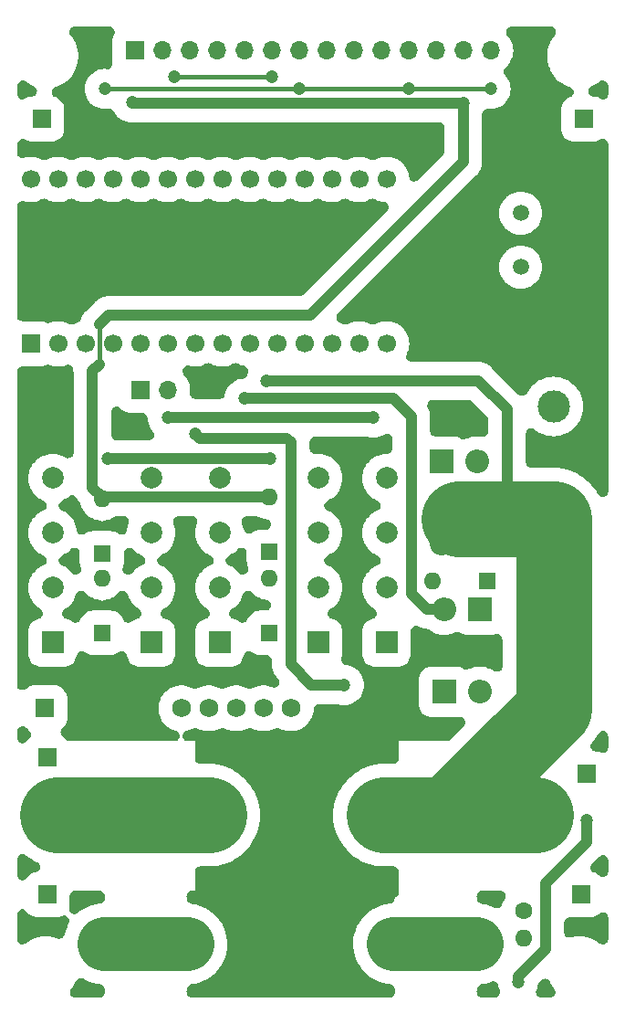
<source format=gbr>
%TF.GenerationSoftware,KiCad,Pcbnew,(7.0.0)*%
%TF.CreationDate,2023-03-22T18:36:36-05:00*%
%TF.ProjectId,Bluetooth Multimeter,426c7565-746f-46f7-9468-204d756c7469,rev?*%
%TF.SameCoordinates,Original*%
%TF.FileFunction,Copper,L1,Top*%
%TF.FilePolarity,Positive*%
%FSLAX46Y46*%
G04 Gerber Fmt 4.6, Leading zero omitted, Abs format (unit mm)*
G04 Created by KiCad (PCBNEW (7.0.0)) date 2023-03-22 18:36:36*
%MOMM*%
%LPD*%
G01*
G04 APERTURE LIST*
%TA.AperFunction,ComponentPad*%
%ADD10O,1.600000X1.600000*%
%TD*%
%TA.AperFunction,ComponentPad*%
%ADD11R,1.600000X1.600000*%
%TD*%
%TA.AperFunction,ComponentPad*%
%ADD12C,4.000000*%
%TD*%
%TA.AperFunction,ComponentPad*%
%ADD13R,2.000000X2.000000*%
%TD*%
%TA.AperFunction,ComponentPad*%
%ADD14C,2.000000*%
%TD*%
%TA.AperFunction,ComponentPad*%
%ADD15R,1.700000X1.700000*%
%TD*%
%TA.AperFunction,ComponentPad*%
%ADD16R,2.200000X2.200000*%
%TD*%
%TA.AperFunction,ComponentPad*%
%ADD17O,2.200000X2.200000*%
%TD*%
%TA.AperFunction,ComponentPad*%
%ADD18C,1.600000*%
%TD*%
%TA.AperFunction,ComponentPad*%
%ADD19C,3.000000*%
%TD*%
%TA.AperFunction,ComponentPad*%
%ADD20C,1.700000*%
%TD*%
%TA.AperFunction,ComponentPad*%
%ADD21C,5.000000*%
%TD*%
%TA.AperFunction,ComponentPad*%
%ADD22O,1.700000X1.700000*%
%TD*%
%TA.AperFunction,ComponentPad*%
%ADD23R,1.750000X1.750000*%
%TD*%
%TA.AperFunction,ComponentPad*%
%ADD24C,1.750000*%
%TD*%
%TA.AperFunction,ComponentPad*%
%ADD25C,1.500000*%
%TD*%
%TA.AperFunction,ViaPad*%
%ADD26C,1.200000*%
%TD*%
%TA.AperFunction,Conductor*%
%ADD27C,7.000000*%
%TD*%
%TA.AperFunction,Conductor*%
%ADD28C,1.000000*%
%TD*%
%TA.AperFunction,Conductor*%
%ADD29C,0.400000*%
%TD*%
%TA.AperFunction,Conductor*%
%ADD30C,5.000000*%
%TD*%
G04 APERTURE END LIST*
D10*
%TO.P,D9,2,A*%
%TO.N,GND*%
X158986999Y-104774999D03*
D11*
%TO.P,D9,1,K*%
%TO.N,/V{slash}Ohm Control*%
X164066999Y-104774999D03*
%TD*%
%TO.P,D8,1,K*%
%TO.N,/UH Range Control*%
X143763999Y-102090999D03*
D10*
%TO.P,D8,2,A*%
%TO.N,GND*%
X143763999Y-97010999D03*
%TD*%
D11*
%TO.P,D7,1,K*%
%TO.N,/High Range Control*%
X143763999Y-109583999D03*
D10*
%TO.P,D7,2,A*%
%TO.N,GND*%
X143763999Y-104503999D03*
%TD*%
%TO.P,D6,2,A*%
%TO.N,GND*%
X128269999Y-97137999D03*
D11*
%TO.P,D6,1,K*%
%TO.N,/Med Range Control*%
X128269999Y-102217999D03*
%TD*%
%TO.P,D5,1,K*%
%TO.N,/Low Range Control*%
X128269999Y-109583999D03*
D10*
%TO.P,D5,2,A*%
%TO.N,GND*%
X128269999Y-104503999D03*
%TD*%
D12*
%TO.P,F1,4*%
%TO.N,/mA ADC In*%
X163044000Y-138430000D03*
%TO.P,F1,3*%
X155344000Y-138430000D03*
%TO.P,F1,2*%
%TO.N,/mA In*%
X136144000Y-138430000D03*
%TO.P,F1,1*%
X128444000Y-138430000D03*
%TD*%
D13*
%TO.P,K3,1,COM*%
%TO.N,Net-(K3-COM)*%
X139191999Y-110489999D03*
D14*
%TO.P,K3,3,K*%
%TO.N,/High Range Control*%
X139192000Y-105410000D03*
%TO.P,K3,5,A*%
%TO.N,GND*%
X139192000Y-100330000D03*
%TO.P,K3,7,NO*%
%TO.N,/V{slash}Ohm ADC In*%
X139192000Y-95250000D03*
%TD*%
D15*
%TO.P,J4,1,Pin_1*%
%TO.N,/A In*%
X123189999Y-121157999D03*
%TD*%
D16*
%TO.P,D2,1,K*%
%TO.N,/mA ADC In*%
X163321999Y-107441999D03*
D17*
%TO.P,D2,2,A*%
%TO.N,/Input Common*%
X163321999Y-115061999D03*
%TD*%
D15*
%TO.P,J7,1,Pin_1*%
%TO.N,GND*%
X172973999Y-61975999D03*
%TD*%
D13*
%TO.P,K5,1,COM*%
%TO.N,/Ohm Vout*%
X154685999Y-110489999D03*
D14*
%TO.P,K5,3,K*%
%TO.N,/V{slash}Ohm Control*%
X154686000Y-105410000D03*
%TO.P,K5,5,A*%
%TO.N,GND*%
X154686000Y-100330000D03*
%TO.P,K5,7,NO*%
%TO.N,/Input Common*%
X154686000Y-95250000D03*
%TD*%
D16*
%TO.P,D1,1,K*%
%TO.N,/Input Common*%
X160019999Y-115061999D03*
D17*
%TO.P,D1,2,A*%
%TO.N,/mA ADC In*%
X160019999Y-107441999D03*
%TD*%
D15*
%TO.P,J3,1,Pin_1*%
%TO.N,/mA In*%
X123189999Y-133857999D03*
%TD*%
D18*
%TO.P,R1,1*%
%TO.N,/Input Common*%
X167386000Y-135353000D03*
D10*
%TO.P,R1,2*%
%TO.N,/mA ADC In*%
X167385999Y-137892999D03*
%TD*%
D19*
%TO.P,R2,1*%
%TO.N,/A ADC In*%
X170180000Y-116616000D03*
%TO.P,R2,2*%
%TO.N,/Input Common*%
X170180000Y-88616000D03*
%TD*%
D20*
%TO.P,F2,4*%
%TO.N,/A ADC In*%
X168476000Y-127508000D03*
D21*
X168476000Y-126492000D03*
D20*
X168476000Y-125476000D03*
%TO.P,F2,3*%
X154480600Y-127508000D03*
D21*
X154480600Y-126492000D03*
D20*
X154480600Y-125476000D03*
%TO.P,F2,2*%
%TO.N,/A In*%
X138176000Y-127508000D03*
D21*
X138176000Y-126492000D03*
D20*
X138176000Y-125476000D03*
%TO.P,F2,1*%
X124180600Y-127508000D03*
D21*
X124180600Y-126492000D03*
D20*
X124180600Y-125476000D03*
%TD*%
D15*
%TO.P,J1,1,Pin_1*%
%TO.N,/V{slash}Ohm In*%
X173227999Y-122681999D03*
%TD*%
%TO.P,J2,1,Pin_1*%
%TO.N,/Input Common*%
X172719999Y-133857999D03*
%TD*%
%TO.P,J6,1,Pin_1*%
%TO.N,+3.3V*%
X122681999Y-61975999D03*
%TD*%
D13*
%TO.P,K1,1,COM*%
%TO.N,/V{slash}Ohm In*%
X123697999Y-110489999D03*
D14*
%TO.P,K1,3,K*%
%TO.N,/Low Range Control*%
X123698000Y-105410000D03*
%TO.P,K1,5,A*%
%TO.N,GND*%
X123698000Y-100330000D03*
%TO.P,K1,7,NO*%
%TO.N,/V{slash}Ohm ADC In*%
X123698000Y-95250000D03*
%TD*%
D15*
%TO.P,J5,1,Pin_1*%
%TO.N,/V{slash}Ohm ADC In*%
X131820999Y-87121999D03*
D22*
%TO.P,J5,2,Pin_2*%
%TO.N,/Input Common*%
X134360999Y-87121999D03*
%TD*%
D15*
%TO.P,DS1,1,T_IRQ*%
%TO.N,/TOUCH IRQ*%
X131317999Y-55625999D03*
D22*
%TO.P,DS1,2,T_DO(MISO)*%
%TO.N,/MISO*%
X133857999Y-55625999D03*
%TO.P,DS1,3,T_DIN(MOSI)*%
%TO.N,/MOSI*%
X136397999Y-55625999D03*
%TO.P,DS1,4,T_CS*%
%TO.N,/TOUCH CS*%
X138937999Y-55625999D03*
%TO.P,DS1,5,T_CLK(SCK)*%
%TO.N,/SCK*%
X141477999Y-55625999D03*
%TO.P,DS1,6,SDO(MISO)*%
%TO.N,/MISO*%
X144017999Y-55625999D03*
%TO.P,DS1,7,LED*%
%TO.N,+3.3V*%
X146557999Y-55625999D03*
%TO.P,DS1,8,SCK*%
%TO.N,/SCK*%
X149097999Y-55625999D03*
%TO.P,DS1,9,SDI(MOSI)*%
%TO.N,/MOSI*%
X151637999Y-55625999D03*
%TO.P,DS1,10,DC*%
%TO.N,/TFT DC*%
X154177999Y-55625999D03*
%TO.P,DS1,11,RESET*%
%TO.N,+3.3V*%
X156717999Y-55625999D03*
%TO.P,DS1,12,CS*%
%TO.N,/TFT CS*%
X159257999Y-55625999D03*
%TO.P,DS1,13,GND*%
%TO.N,GND*%
X161797999Y-55625999D03*
%TO.P,DS1,14,VCC*%
%TO.N,+3.3V*%
X164337999Y-55625999D03*
%TD*%
D23*
%TO.P,RN1,1,9M*%
%TO.N,unconnected-(RN1-9M-Pad1)*%
X122935999Y-116585999D03*
D24*
%TO.P,RN1,2,900k*%
%TO.N,/V{slash}Ohm In*%
X135636000Y-116586000D03*
%TO.P,RN1,3,90k*%
%TO.N,Net-(K2-COM)*%
X138176000Y-116586000D03*
%TO.P,RN1,4,9k*%
%TO.N,Net-(K3-COM)*%
X140716000Y-116586000D03*
%TO.P,RN1,5,1k*%
%TO.N,Net-(K4-COM)*%
X143256000Y-116586000D03*
%TO.P,RN1,6,COM*%
%TO.N,/Ohm Vout*%
X145796000Y-116586000D03*
%TD*%
D16*
%TO.P,D4,1,K*%
%TO.N,/A ADC In*%
X163067999Y-101345999D03*
D17*
%TO.P,D4,2,A*%
%TO.N,/Input Common*%
X163067999Y-93725999D03*
%TD*%
D25*
%TO.P,LS1,1*%
%TO.N,/Speaker Control*%
X167132000Y-75692000D03*
%TO.P,LS1,2*%
%TO.N,GND*%
X167132000Y-70692000D03*
%TD*%
D15*
%TO.P,U1,1,Reset*%
%TO.N,unconnected-(U1-Reset-Pad1)*%
X121665999Y-82803999D03*
D20*
%TO.P,U1,2,3.3V*%
%TO.N,+3.3V*%
X124206000Y-82804000D03*
%TO.P,U1,3,Enable*%
%TO.N,unconnected-(U1-Enable-Pad3)*%
X126746000Y-82804000D03*
%TO.P,U1,4,VHI*%
%TO.N,unconnected-(U1-VHI-Pad4)*%
X129286000Y-82804000D03*
%TO.P,U1,5,A0/14*%
%TO.N,/V{slash}Ohm ADC In*%
X131826000Y-82804000D03*
%TO.P,U1,6,A1/15*%
%TO.N,/Input Common*%
X134366000Y-82804000D03*
%TO.P,U1,7,A2/16*%
%TO.N,/Ohm Vout*%
X136906000Y-82804000D03*
%TO.P,U1,8,A3/17*%
%TO.N,/mA ADC In*%
X139446000Y-82804000D03*
%TO.P,U1,9,A4/18*%
%TO.N,/A ADC In*%
X141986000Y-82804000D03*
%TO.P,U1,10,A5/19*%
%TO.N,/Speaker Control*%
X144526000Y-82804000D03*
%TO.P,U1,11,SCK/25*%
%TO.N,/SCK*%
X147066000Y-82804000D03*
%TO.P,U1,12,MOSI/24*%
%TO.N,/MOSI*%
X149606000Y-82804000D03*
%TO.P,U1,13,MISO/23*%
%TO.N,/MISO*%
X152146000Y-82804000D03*
%TO.P,U1,14,D2/2*%
%TO.N,/TFT CS*%
X154686000Y-82804000D03*
%TO.P,U1,15,RX/0*%
%TO.N,unconnected-(U1-RX{slash}0-Pad15)*%
X154686000Y-67564000D03*
%TO.P,U1,16,TX/1*%
%TO.N,unconnected-(U1-TX{slash}1-Pad16)*%
X152146000Y-67564000D03*
%TO.P,U1,17,SDA/21*%
%TO.N,/TFT DC*%
X149606000Y-67564000D03*
%TO.P,U1,18,SCL/22*%
%TO.N,/TOUCH CS*%
X147066000Y-67564000D03*
%TO.P,U1,19,D5/5!*%
%TO.N,unconnected-(U1-D5{slash}5!-Pad19)*%
X144526000Y-67564000D03*
%TO.P,U1,20,D7/7*%
%TO.N,/TOUCH IRQ*%
X141986000Y-67564000D03*
%TO.P,U1,21,D9/9*%
%TO.N,/V{slash}Ohm Control*%
X139446000Y-67564000D03*
%TO.P,U1,22,D10/10*%
%TO.N,/UH Range Control*%
X136906000Y-67564000D03*
%TO.P,U1,23,D11/11*%
%TO.N,/High Range Control*%
X134366000Y-67564000D03*
%TO.P,U1,24,D12/12*%
%TO.N,/Med Range Control*%
X131826000Y-67564000D03*
%TO.P,U1,25,D13/13*%
%TO.N,/Low Range Control*%
X129286000Y-67564000D03*
%TO.P,U1,26,VBUS*%
%TO.N,unconnected-(U1-VBUS-Pad26)*%
X126746000Y-67564000D03*
%TO.P,U1,27,GND*%
%TO.N,GND*%
X124206000Y-67564000D03*
%TO.P,U1,28,VBAT*%
%TO.N,unconnected-(U1-VBAT-Pad28)*%
X121666000Y-67564000D03*
%TD*%
D13*
%TO.P,K2,1,COM*%
%TO.N,Net-(K2-COM)*%
X132841999Y-110489999D03*
D14*
%TO.P,K2,3,K*%
%TO.N,/Med Range Control*%
X132842000Y-105410000D03*
%TO.P,K2,5,A*%
%TO.N,GND*%
X132842000Y-100330000D03*
%TO.P,K2,7,NO*%
%TO.N,/V{slash}Ohm ADC In*%
X132842000Y-95250000D03*
%TD*%
D13*
%TO.P,K4,1,COM*%
%TO.N,Net-(K4-COM)*%
X148335999Y-110489999D03*
D14*
%TO.P,K4,3,K*%
%TO.N,/UH Range Control*%
X148336000Y-105410000D03*
%TO.P,K4,5,A*%
%TO.N,GND*%
X148336000Y-100330000D03*
%TO.P,K4,7,NO*%
%TO.N,/V{slash}Ohm ADC In*%
X148336000Y-95250000D03*
%TD*%
D16*
%TO.P,D3,1,K*%
%TO.N,/Input Common*%
X159765999Y-93725999D03*
D17*
%TO.P,D3,2,A*%
%TO.N,/A ADC In*%
X159765999Y-101345999D03*
%TD*%
D26*
%TO.N,/MISO*%
X135001000Y-58039000D03*
X144018000Y-58039000D03*
%TO.N,/Ohm Vout*%
X136906000Y-91142299D03*
%TO.N,/V{slash}Ohm ADC In*%
X128778000Y-93472000D03*
X143891000Y-93472000D03*
%TO.N,/V{slash}Ohm In*%
X166878000Y-141986000D03*
X173228000Y-127000000D03*
%TO.N,+3.3V*%
X156718000Y-59182000D03*
X146558000Y-59182000D03*
X164338000Y-59182000D03*
X128524000Y-59182000D03*
%TO.N,GND*%
X161798000Y-60492000D03*
X131064000Y-60452000D03*
%TO.N,/Input Common*%
X134361000Y-89657000D03*
X153416000Y-89662000D03*
%TO.N,/mA ADC In*%
X141478000Y-87884000D03*
%TO.N,/A ADC In*%
X143518254Y-86224746D03*
%TO.N,/Ohm Vout*%
X150749000Y-114427000D03*
%TD*%
D27*
%TO.N,/A ADC In*%
X170180000Y-99060000D02*
X170180000Y-116616000D01*
X165862000Y-99060000D02*
X170180000Y-99060000D01*
D28*
X163195000Y-86233000D02*
X143526508Y-86233000D01*
X165862000Y-88900000D02*
X163195000Y-86233000D01*
X165862000Y-99060000D02*
X165862000Y-88900000D01*
X143526508Y-86233000D02*
X143518254Y-86224746D01*
D27*
X165862000Y-99060000D02*
X161417000Y-99060000D01*
D28*
%TO.N,/Input Common*%
X152151000Y-89657000D02*
X153411000Y-89657000D01*
X153411000Y-89657000D02*
X153416000Y-89662000D01*
X134361000Y-89657000D02*
X152151000Y-89657000D01*
%TO.N,/mA ADC In*%
X141478000Y-87884000D02*
X155321000Y-87884000D01*
X155321000Y-87884000D02*
X156972000Y-89535000D01*
X156972000Y-89535000D02*
X156972000Y-105949634D01*
X156972000Y-105949634D02*
X158464366Y-107442000D01*
X158464366Y-107442000D02*
X160020000Y-107442000D01*
%TO.N,/Ohm Vout*%
X145796000Y-112522000D02*
X147701000Y-114427000D01*
X145415000Y-91567000D02*
X137330701Y-91567000D01*
X137330701Y-91567000D02*
X136906000Y-91142299D01*
X145415000Y-91567000D02*
X145796000Y-91948000D01*
X145796000Y-91948000D02*
X145796000Y-112522000D01*
X147701000Y-114427000D02*
X150749000Y-114427000D01*
%TO.N,GND*%
X131104000Y-60492000D02*
X161798000Y-60492000D01*
X131064000Y-60452000D02*
X131104000Y-60492000D01*
X147574000Y-80137000D02*
X128905000Y-80137000D01*
X161798000Y-60492000D02*
X161798000Y-65913000D01*
X161798000Y-65913000D02*
X147574000Y-80137000D01*
X128905000Y-80137000D02*
X128016000Y-81026000D01*
D29*
%TO.N,/MISO*%
X144018000Y-58039000D02*
X135001000Y-58039000D01*
D28*
%TO.N,/V{slash}Ohm ADC In*%
X143891000Y-93472000D02*
X128778000Y-93472000D01*
%TO.N,GND*%
X127381000Y-85344000D02*
X128016000Y-84709000D01*
X127381000Y-96139000D02*
X127381000Y-85344000D01*
X128270000Y-97028000D02*
X127381000Y-96139000D01*
D29*
X128016000Y-84709000D02*
X128016000Y-81026000D01*
D28*
X143764000Y-97028000D02*
X128270000Y-97028000D01*
%TO.N,/V{slash}Ohm In*%
X166878000Y-141478000D02*
X166878000Y-141986000D01*
X169418000Y-138938000D02*
X166878000Y-141478000D01*
X169418000Y-132842000D02*
X169418000Y-138938000D01*
X173228000Y-129032000D02*
X169418000Y-132842000D01*
X173228000Y-127000000D02*
X173228000Y-129032000D01*
D30*
%TO.N,/mA In*%
X136144000Y-138430000D02*
X128444000Y-138430000D01*
%TO.N,/mA ADC In*%
X155344000Y-138430000D02*
X163044000Y-138430000D01*
D27*
%TO.N,/A ADC In*%
X160304000Y-126492000D02*
X154480600Y-126492000D01*
X170180000Y-116616000D02*
X160304000Y-126492000D01*
%TO.N,/A In*%
X138176000Y-126492000D02*
X124180600Y-126492000D01*
%TO.N,/A ADC In*%
X154480600Y-126492000D02*
X168476000Y-126492000D01*
D29*
%TO.N,+3.3V*%
X156718000Y-59182000D02*
X146558000Y-59182000D01*
X146558000Y-59182000D02*
X128524000Y-59182000D01*
X164338000Y-59182000D02*
X156718000Y-59182000D01*
%TD*%
%TA.AperFunction,NonConductor*%
G36*
X121072470Y-58416406D02*
G01*
X121192982Y-58482521D01*
X121411404Y-58645130D01*
X121714096Y-58819889D01*
X121859896Y-58882781D01*
X121944197Y-58919145D01*
X122059059Y-58988309D01*
X122151359Y-59085559D01*
X122214433Y-59203873D01*
X122243729Y-59334711D01*
X122237131Y-59468626D01*
X122195115Y-59595951D01*
X122120715Y-59707492D01*
X122019302Y-59795197D01*
X121898198Y-59852735D01*
X121768700Y-59875500D01*
X121767784Y-59875501D01*
X121758028Y-59876268D01*
X121758021Y-59876269D01*
X121656527Y-59884256D01*
X121656524Y-59884256D01*
X121635588Y-59885904D01*
X121615233Y-59891032D01*
X121615221Y-59891035D01*
X121439046Y-59935428D01*
X121439038Y-59935430D01*
X121417317Y-59940904D01*
X121396924Y-59950166D01*
X121396915Y-59950170D01*
X121232769Y-60024728D01*
X121232758Y-60024734D01*
X121212374Y-60033993D01*
X121193960Y-60046749D01*
X121193955Y-60046753D01*
X121179175Y-60056993D01*
X121058490Y-60118273D01*
X120925776Y-60144866D01*
X120790798Y-60134815D01*
X120663486Y-60088859D01*
X120553208Y-60010380D01*
X120468077Y-59905152D01*
X120414357Y-59780917D01*
X120396000Y-59646816D01*
X120396000Y-58882781D01*
X120414932Y-58746634D01*
X120470293Y-58620818D01*
X120557880Y-58514880D01*
X120671049Y-58436858D01*
X120801211Y-58392674D01*
X120938491Y-58385680D01*
X121072470Y-58416406D01*
G37*
%TD.AperFunction*%
%TA.AperFunction,NonConductor*%
G36*
X174854789Y-58392674D02*
G01*
X174984951Y-58436858D01*
X175098120Y-58514880D01*
X175185707Y-58620818D01*
X175241068Y-58746634D01*
X175260000Y-58882781D01*
X175260000Y-59646816D01*
X175241643Y-59780917D01*
X175187923Y-59905152D01*
X175102792Y-60010380D01*
X174992514Y-60088859D01*
X174865202Y-60134815D01*
X174730224Y-60144866D01*
X174597510Y-60118273D01*
X174476825Y-60056993D01*
X174462044Y-60046753D01*
X174462043Y-60046752D01*
X174443626Y-60033993D01*
X174423236Y-60024731D01*
X174423230Y-60024728D01*
X174259084Y-59950170D01*
X174259079Y-59950168D01*
X174238683Y-59940904D01*
X174216957Y-59935429D01*
X174216953Y-59935428D01*
X174040783Y-59891037D01*
X174040781Y-59891036D01*
X174020412Y-59885904D01*
X173999475Y-59884256D01*
X173999468Y-59884255D01*
X173897970Y-59876267D01*
X173897955Y-59876266D01*
X173888217Y-59875500D01*
X173887305Y-59875500D01*
X173757806Y-59852735D01*
X173636701Y-59795198D01*
X173535287Y-59707493D01*
X173460887Y-59595952D01*
X173418870Y-59468627D01*
X173412272Y-59334711D01*
X173441567Y-59203873D01*
X173504642Y-59085558D01*
X173596943Y-58988308D01*
X173711805Y-58919144D01*
X173796104Y-58882781D01*
X173941904Y-58819889D01*
X174244596Y-58645130D01*
X174463017Y-58482521D01*
X174583530Y-58416406D01*
X174717509Y-58385680D01*
X174854789Y-58392674D01*
G37*
%TD.AperFunction*%
%TA.AperFunction,NonConductor*%
G36*
X129085833Y-53405382D02*
G01*
X129205825Y-53454888D01*
X129308988Y-53533666D01*
X129388344Y-53636386D01*
X129438521Y-53756098D01*
X129456125Y-53884701D01*
X129439965Y-54013494D01*
X129391133Y-54133761D01*
X129388750Y-54137960D01*
X129375993Y-54156374D01*
X129366734Y-54176758D01*
X129366728Y-54176769D01*
X129292170Y-54340915D01*
X129292166Y-54340924D01*
X129282904Y-54361317D01*
X129277430Y-54383038D01*
X129277428Y-54383046D01*
X129243389Y-54518134D01*
X129227904Y-54579588D01*
X129226256Y-54600522D01*
X129226255Y-54600531D01*
X129218267Y-54702028D01*
X129218266Y-54702046D01*
X129217500Y-54711783D01*
X129217500Y-54721569D01*
X129217500Y-54721570D01*
X129217500Y-56530425D01*
X129217500Y-56530450D01*
X129217501Y-56540216D01*
X129227904Y-56672412D01*
X129233033Y-56692770D01*
X129233035Y-56692777D01*
X129240195Y-56721190D01*
X129255187Y-56854603D01*
X129234069Y-56987185D01*
X129178369Y-57109338D01*
X129092119Y-57212220D01*
X128981563Y-57288385D01*
X128854702Y-57332319D01*
X128720720Y-57340843D01*
X128541771Y-57328044D01*
X128541770Y-57328044D01*
X128524000Y-57326773D01*
X128506230Y-57328044D01*
X128277745Y-57344385D01*
X128277731Y-57344386D01*
X128259974Y-57345657D01*
X128242566Y-57349443D01*
X128242558Y-57349445D01*
X128018733Y-57398135D01*
X128018726Y-57398136D01*
X128001322Y-57401923D01*
X127984638Y-57408145D01*
X127984627Y-57408149D01*
X127770018Y-57488194D01*
X127770010Y-57488197D01*
X127753311Y-57494426D01*
X127737666Y-57502968D01*
X127737659Y-57502972D01*
X127536631Y-57612742D01*
X127536622Y-57612747D01*
X127520989Y-57621284D01*
X127506729Y-57631958D01*
X127506721Y-57631964D01*
X127323352Y-57769232D01*
X127323344Y-57769238D01*
X127309085Y-57779913D01*
X127296489Y-57792508D01*
X127296482Y-57792515D01*
X127134515Y-57954482D01*
X127134508Y-57954489D01*
X127121913Y-57967085D01*
X127111238Y-57981344D01*
X127111232Y-57981352D01*
X126973964Y-58164721D01*
X126973958Y-58164729D01*
X126963284Y-58178989D01*
X126954747Y-58194622D01*
X126954742Y-58194631D01*
X126844972Y-58395659D01*
X126844968Y-58395666D01*
X126836426Y-58411311D01*
X126830197Y-58428010D01*
X126830194Y-58428018D01*
X126750149Y-58642627D01*
X126750145Y-58642638D01*
X126743923Y-58659322D01*
X126740136Y-58676726D01*
X126740135Y-58676733D01*
X126691445Y-58900558D01*
X126691443Y-58900566D01*
X126687657Y-58917974D01*
X126686386Y-58935731D01*
X126686385Y-58935745D01*
X126670566Y-59156930D01*
X126668773Y-59182000D01*
X126670044Y-59199770D01*
X126686385Y-59428254D01*
X126686386Y-59428266D01*
X126687657Y-59446026D01*
X126691444Y-59463435D01*
X126691445Y-59463441D01*
X126740135Y-59687266D01*
X126743923Y-59704678D01*
X126750147Y-59721365D01*
X126750149Y-59721372D01*
X126829988Y-59935428D01*
X126836426Y-59952689D01*
X126844971Y-59968338D01*
X126844972Y-59968340D01*
X126943848Y-60149418D01*
X126963284Y-60185011D01*
X127121913Y-60396915D01*
X127309085Y-60584087D01*
X127520989Y-60742716D01*
X127753311Y-60869574D01*
X128001322Y-60962077D01*
X128259974Y-61018343D01*
X128524000Y-61037227D01*
X128788026Y-61018343D01*
X128849213Y-61005032D01*
X128976649Y-60994087D01*
X129102686Y-61015898D01*
X129219037Y-61069033D01*
X129318058Y-61150002D01*
X129393240Y-61253482D01*
X129503284Y-61455011D01*
X129661913Y-61666915D01*
X129849085Y-61854087D01*
X130060989Y-62012716D01*
X130293311Y-62139574D01*
X130541322Y-62232077D01*
X130799974Y-62288343D01*
X131064000Y-62307227D01*
X131328026Y-62288343D01*
X131486340Y-62253903D01*
X131592410Y-62242500D01*
X159548500Y-62242500D01*
X159677651Y-62259503D01*
X159798000Y-62309353D01*
X159901346Y-62388654D01*
X159980647Y-62492000D01*
X160030497Y-62612349D01*
X160047500Y-62741500D01*
X160047500Y-64981227D01*
X160030497Y-65110378D01*
X159980647Y-65230727D01*
X159901346Y-65334073D01*
X157623558Y-67611860D01*
X157523482Y-67689256D01*
X157407159Y-67738997D01*
X157282065Y-67757885D01*
X157156242Y-67744707D01*
X157037776Y-67700310D01*
X156934283Y-67627547D01*
X156852415Y-67531095D01*
X156797434Y-67417155D01*
X156776436Y-67311051D01*
X156775283Y-67311210D01*
X156772961Y-67294317D01*
X156771798Y-67277314D01*
X156713334Y-66995968D01*
X156617104Y-66725203D01*
X156484901Y-66470064D01*
X156334779Y-66257388D01*
X156329021Y-66249230D01*
X156329016Y-66249224D01*
X156319189Y-66235302D01*
X156123053Y-66025292D01*
X156033499Y-65952435D01*
X155913378Y-65854709D01*
X155913376Y-65854707D01*
X155900147Y-65843945D01*
X155816184Y-65792886D01*
X155669183Y-65703492D01*
X155669181Y-65703491D01*
X155654625Y-65694639D01*
X155639007Y-65687855D01*
X155638999Y-65687851D01*
X155406690Y-65586945D01*
X155406678Y-65586940D01*
X155391058Y-65580156D01*
X155374648Y-65575558D01*
X155374642Y-65575556D01*
X155130772Y-65507228D01*
X155114358Y-65502629D01*
X155097477Y-65500308D01*
X155097469Y-65500307D01*
X154846573Y-65465822D01*
X154846570Y-65465821D01*
X154829678Y-65463500D01*
X154542322Y-65463500D01*
X154525430Y-65465821D01*
X154525426Y-65465822D01*
X154274530Y-65500307D01*
X154274519Y-65500309D01*
X154257642Y-65502629D01*
X154241230Y-65507227D01*
X154241227Y-65507228D01*
X153997357Y-65575556D01*
X153997346Y-65575559D01*
X153980942Y-65580156D01*
X153965326Y-65586938D01*
X153965309Y-65586945D01*
X153733000Y-65687851D01*
X153732986Y-65687857D01*
X153717375Y-65694639D01*
X153702827Y-65703485D01*
X153702817Y-65703491D01*
X153675267Y-65720245D01*
X153550625Y-65774383D01*
X153416000Y-65792886D01*
X153281375Y-65774383D01*
X153156733Y-65720245D01*
X153129182Y-65703491D01*
X153129178Y-65703488D01*
X153114625Y-65694639D01*
X153099007Y-65687855D01*
X153098999Y-65687851D01*
X152866690Y-65586945D01*
X152866678Y-65586940D01*
X152851058Y-65580156D01*
X152834648Y-65575558D01*
X152834642Y-65575556D01*
X152590772Y-65507228D01*
X152574358Y-65502629D01*
X152557477Y-65500308D01*
X152557469Y-65500307D01*
X152306573Y-65465822D01*
X152306570Y-65465821D01*
X152289678Y-65463500D01*
X152002322Y-65463500D01*
X151985430Y-65465821D01*
X151985426Y-65465822D01*
X151734530Y-65500307D01*
X151734519Y-65500309D01*
X151717642Y-65502629D01*
X151701230Y-65507227D01*
X151701227Y-65507228D01*
X151457357Y-65575556D01*
X151457346Y-65575559D01*
X151440942Y-65580156D01*
X151425326Y-65586938D01*
X151425309Y-65586945D01*
X151193000Y-65687851D01*
X151192986Y-65687857D01*
X151177375Y-65694639D01*
X151162827Y-65703485D01*
X151162817Y-65703491D01*
X151135267Y-65720245D01*
X151010625Y-65774383D01*
X150876000Y-65792886D01*
X150741375Y-65774383D01*
X150616733Y-65720245D01*
X150589182Y-65703491D01*
X150589178Y-65703488D01*
X150574625Y-65694639D01*
X150559007Y-65687855D01*
X150558999Y-65687851D01*
X150326690Y-65586945D01*
X150326678Y-65586940D01*
X150311058Y-65580156D01*
X150294648Y-65575558D01*
X150294642Y-65575556D01*
X150050772Y-65507228D01*
X150034358Y-65502629D01*
X150017477Y-65500308D01*
X150017469Y-65500307D01*
X149766573Y-65465822D01*
X149766570Y-65465821D01*
X149749678Y-65463500D01*
X149462322Y-65463500D01*
X149445430Y-65465821D01*
X149445426Y-65465822D01*
X149194530Y-65500307D01*
X149194519Y-65500309D01*
X149177642Y-65502629D01*
X149161230Y-65507227D01*
X149161227Y-65507228D01*
X148917357Y-65575556D01*
X148917346Y-65575559D01*
X148900942Y-65580156D01*
X148885326Y-65586938D01*
X148885309Y-65586945D01*
X148653000Y-65687851D01*
X148652986Y-65687857D01*
X148637375Y-65694639D01*
X148622827Y-65703485D01*
X148622817Y-65703491D01*
X148595267Y-65720245D01*
X148470625Y-65774383D01*
X148336000Y-65792886D01*
X148201375Y-65774383D01*
X148076733Y-65720245D01*
X148049182Y-65703491D01*
X148049178Y-65703488D01*
X148034625Y-65694639D01*
X148019007Y-65687855D01*
X148018999Y-65687851D01*
X147786690Y-65586945D01*
X147786678Y-65586940D01*
X147771058Y-65580156D01*
X147754648Y-65575558D01*
X147754642Y-65575556D01*
X147510772Y-65507228D01*
X147494358Y-65502629D01*
X147477477Y-65500308D01*
X147477469Y-65500307D01*
X147226573Y-65465822D01*
X147226570Y-65465821D01*
X147209678Y-65463500D01*
X146922322Y-65463500D01*
X146905430Y-65465821D01*
X146905426Y-65465822D01*
X146654530Y-65500307D01*
X146654519Y-65500309D01*
X146637642Y-65502629D01*
X146621230Y-65507227D01*
X146621227Y-65507228D01*
X146377357Y-65575556D01*
X146377346Y-65575559D01*
X146360942Y-65580156D01*
X146345326Y-65586938D01*
X146345309Y-65586945D01*
X146113000Y-65687851D01*
X146112986Y-65687857D01*
X146097375Y-65694639D01*
X146082827Y-65703485D01*
X146082817Y-65703491D01*
X146055267Y-65720245D01*
X145930625Y-65774383D01*
X145796000Y-65792886D01*
X145661375Y-65774383D01*
X145536733Y-65720245D01*
X145509182Y-65703491D01*
X145509178Y-65703488D01*
X145494625Y-65694639D01*
X145479007Y-65687855D01*
X145478999Y-65687851D01*
X145246690Y-65586945D01*
X145246678Y-65586940D01*
X145231058Y-65580156D01*
X145214648Y-65575558D01*
X145214642Y-65575556D01*
X144970772Y-65507228D01*
X144954358Y-65502629D01*
X144937477Y-65500308D01*
X144937469Y-65500307D01*
X144686573Y-65465822D01*
X144686570Y-65465821D01*
X144669678Y-65463500D01*
X144382322Y-65463500D01*
X144365430Y-65465821D01*
X144365426Y-65465822D01*
X144114530Y-65500307D01*
X144114519Y-65500309D01*
X144097642Y-65502629D01*
X144081230Y-65507227D01*
X144081227Y-65507228D01*
X143837357Y-65575556D01*
X143837346Y-65575559D01*
X143820942Y-65580156D01*
X143805326Y-65586938D01*
X143805309Y-65586945D01*
X143573000Y-65687851D01*
X143572986Y-65687857D01*
X143557375Y-65694639D01*
X143542827Y-65703485D01*
X143542817Y-65703491D01*
X143515267Y-65720245D01*
X143390625Y-65774383D01*
X143256000Y-65792886D01*
X143121375Y-65774383D01*
X142996733Y-65720245D01*
X142969182Y-65703491D01*
X142969178Y-65703488D01*
X142954625Y-65694639D01*
X142939007Y-65687855D01*
X142938999Y-65687851D01*
X142706690Y-65586945D01*
X142706678Y-65586940D01*
X142691058Y-65580156D01*
X142674648Y-65575558D01*
X142674642Y-65575556D01*
X142430772Y-65507228D01*
X142414358Y-65502629D01*
X142397477Y-65500308D01*
X142397469Y-65500307D01*
X142146573Y-65465822D01*
X142146570Y-65465821D01*
X142129678Y-65463500D01*
X141842322Y-65463500D01*
X141825430Y-65465821D01*
X141825426Y-65465822D01*
X141574530Y-65500307D01*
X141574519Y-65500309D01*
X141557642Y-65502629D01*
X141541230Y-65507227D01*
X141541227Y-65507228D01*
X141297357Y-65575556D01*
X141297346Y-65575559D01*
X141280942Y-65580156D01*
X141265326Y-65586938D01*
X141265309Y-65586945D01*
X141033000Y-65687851D01*
X141032986Y-65687857D01*
X141017375Y-65694639D01*
X141002827Y-65703485D01*
X141002817Y-65703491D01*
X140975267Y-65720245D01*
X140850625Y-65774383D01*
X140716000Y-65792886D01*
X140581375Y-65774383D01*
X140456733Y-65720245D01*
X140429182Y-65703491D01*
X140429178Y-65703488D01*
X140414625Y-65694639D01*
X140399007Y-65687855D01*
X140398999Y-65687851D01*
X140166690Y-65586945D01*
X140166678Y-65586940D01*
X140151058Y-65580156D01*
X140134648Y-65575558D01*
X140134642Y-65575556D01*
X139890772Y-65507228D01*
X139874358Y-65502629D01*
X139857477Y-65500308D01*
X139857469Y-65500307D01*
X139606573Y-65465822D01*
X139606570Y-65465821D01*
X139589678Y-65463500D01*
X139302322Y-65463500D01*
X139285430Y-65465821D01*
X139285426Y-65465822D01*
X139034530Y-65500307D01*
X139034519Y-65500309D01*
X139017642Y-65502629D01*
X139001230Y-65507227D01*
X139001227Y-65507228D01*
X138757357Y-65575556D01*
X138757346Y-65575559D01*
X138740942Y-65580156D01*
X138725326Y-65586938D01*
X138725309Y-65586945D01*
X138493000Y-65687851D01*
X138492986Y-65687857D01*
X138477375Y-65694639D01*
X138462827Y-65703485D01*
X138462817Y-65703491D01*
X138435267Y-65720245D01*
X138310625Y-65774383D01*
X138176000Y-65792886D01*
X138041375Y-65774383D01*
X137916733Y-65720245D01*
X137889182Y-65703491D01*
X137889178Y-65703488D01*
X137874625Y-65694639D01*
X137859007Y-65687855D01*
X137858999Y-65687851D01*
X137626690Y-65586945D01*
X137626678Y-65586940D01*
X137611058Y-65580156D01*
X137594648Y-65575558D01*
X137594642Y-65575556D01*
X137350772Y-65507228D01*
X137334358Y-65502629D01*
X137317477Y-65500308D01*
X137317469Y-65500307D01*
X137066573Y-65465822D01*
X137066570Y-65465821D01*
X137049678Y-65463500D01*
X136762322Y-65463500D01*
X136745430Y-65465821D01*
X136745426Y-65465822D01*
X136494530Y-65500307D01*
X136494519Y-65500309D01*
X136477642Y-65502629D01*
X136461230Y-65507227D01*
X136461227Y-65507228D01*
X136217357Y-65575556D01*
X136217346Y-65575559D01*
X136200942Y-65580156D01*
X136185326Y-65586938D01*
X136185309Y-65586945D01*
X135953000Y-65687851D01*
X135952986Y-65687857D01*
X135937375Y-65694639D01*
X135922827Y-65703485D01*
X135922817Y-65703491D01*
X135895267Y-65720245D01*
X135770625Y-65774383D01*
X135636000Y-65792886D01*
X135501375Y-65774383D01*
X135376733Y-65720245D01*
X135349182Y-65703491D01*
X135349178Y-65703488D01*
X135334625Y-65694639D01*
X135319007Y-65687855D01*
X135318999Y-65687851D01*
X135086690Y-65586945D01*
X135086678Y-65586940D01*
X135071058Y-65580156D01*
X135054648Y-65575558D01*
X135054642Y-65575556D01*
X134810772Y-65507228D01*
X134794358Y-65502629D01*
X134777477Y-65500308D01*
X134777469Y-65500307D01*
X134526573Y-65465822D01*
X134526570Y-65465821D01*
X134509678Y-65463500D01*
X134222322Y-65463500D01*
X134205430Y-65465821D01*
X134205426Y-65465822D01*
X133954530Y-65500307D01*
X133954519Y-65500309D01*
X133937642Y-65502629D01*
X133921230Y-65507227D01*
X133921227Y-65507228D01*
X133677357Y-65575556D01*
X133677346Y-65575559D01*
X133660942Y-65580156D01*
X133645326Y-65586938D01*
X133645309Y-65586945D01*
X133413000Y-65687851D01*
X133412986Y-65687857D01*
X133397375Y-65694639D01*
X133382822Y-65703488D01*
X133382814Y-65703493D01*
X133355261Y-65720248D01*
X133230619Y-65774384D01*
X133095994Y-65792886D01*
X132961369Y-65774381D01*
X132836728Y-65720242D01*
X132809186Y-65703493D01*
X132809177Y-65703488D01*
X132794625Y-65694639D01*
X132779007Y-65687855D01*
X132778999Y-65687851D01*
X132546690Y-65586945D01*
X132546678Y-65586940D01*
X132531058Y-65580156D01*
X132514648Y-65575558D01*
X132514642Y-65575556D01*
X132270772Y-65507228D01*
X132254358Y-65502629D01*
X132237477Y-65500308D01*
X132237469Y-65500307D01*
X131986573Y-65465822D01*
X131986570Y-65465821D01*
X131969678Y-65463500D01*
X131682322Y-65463500D01*
X131665430Y-65465821D01*
X131665426Y-65465822D01*
X131414530Y-65500307D01*
X131414519Y-65500309D01*
X131397642Y-65502629D01*
X131381230Y-65507227D01*
X131381227Y-65507228D01*
X131137357Y-65575556D01*
X131137346Y-65575559D01*
X131120942Y-65580156D01*
X131105326Y-65586938D01*
X131105309Y-65586945D01*
X130873000Y-65687851D01*
X130872986Y-65687857D01*
X130857375Y-65694639D01*
X130842822Y-65703488D01*
X130842814Y-65703493D01*
X130815261Y-65720248D01*
X130690619Y-65774384D01*
X130555994Y-65792886D01*
X130421369Y-65774381D01*
X130296728Y-65720242D01*
X130269186Y-65703493D01*
X130269177Y-65703488D01*
X130254625Y-65694639D01*
X130239007Y-65687855D01*
X130238999Y-65687851D01*
X130006690Y-65586945D01*
X130006678Y-65586940D01*
X129991058Y-65580156D01*
X129974648Y-65575558D01*
X129974642Y-65575556D01*
X129730772Y-65507228D01*
X129714358Y-65502629D01*
X129697477Y-65500308D01*
X129697469Y-65500307D01*
X129446573Y-65465822D01*
X129446570Y-65465821D01*
X129429678Y-65463500D01*
X129142322Y-65463500D01*
X129125430Y-65465821D01*
X129125426Y-65465822D01*
X128874530Y-65500307D01*
X128874519Y-65500309D01*
X128857642Y-65502629D01*
X128841230Y-65507227D01*
X128841227Y-65507228D01*
X128597357Y-65575556D01*
X128597346Y-65575559D01*
X128580942Y-65580156D01*
X128565326Y-65586938D01*
X128565309Y-65586945D01*
X128333000Y-65687851D01*
X128332986Y-65687857D01*
X128317375Y-65694639D01*
X128302822Y-65703488D01*
X128302814Y-65703493D01*
X128275261Y-65720248D01*
X128150619Y-65774384D01*
X128015994Y-65792886D01*
X127881369Y-65774381D01*
X127756728Y-65720242D01*
X127729186Y-65703493D01*
X127729177Y-65703488D01*
X127714625Y-65694639D01*
X127699007Y-65687855D01*
X127698999Y-65687851D01*
X127466690Y-65586945D01*
X127466678Y-65586940D01*
X127451058Y-65580156D01*
X127434648Y-65575558D01*
X127434642Y-65575556D01*
X127190772Y-65507228D01*
X127174358Y-65502629D01*
X127157477Y-65500308D01*
X127157469Y-65500307D01*
X126906573Y-65465822D01*
X126906570Y-65465821D01*
X126889678Y-65463500D01*
X126602322Y-65463500D01*
X126585430Y-65465821D01*
X126585426Y-65465822D01*
X126334530Y-65500307D01*
X126334519Y-65500309D01*
X126317642Y-65502629D01*
X126301230Y-65507227D01*
X126301227Y-65507228D01*
X126057357Y-65575556D01*
X126057346Y-65575559D01*
X126040942Y-65580156D01*
X126025326Y-65586938D01*
X126025309Y-65586945D01*
X125793000Y-65687851D01*
X125792986Y-65687857D01*
X125777375Y-65694639D01*
X125762822Y-65703488D01*
X125762814Y-65703493D01*
X125735261Y-65720248D01*
X125610619Y-65774384D01*
X125475994Y-65792886D01*
X125341369Y-65774381D01*
X125216728Y-65720242D01*
X125189186Y-65703493D01*
X125189177Y-65703488D01*
X125174625Y-65694639D01*
X125159007Y-65687855D01*
X125158999Y-65687851D01*
X124926690Y-65586945D01*
X124926678Y-65586940D01*
X124911058Y-65580156D01*
X124894648Y-65575558D01*
X124894642Y-65575556D01*
X124650772Y-65507228D01*
X124634358Y-65502629D01*
X124617477Y-65500308D01*
X124617469Y-65500307D01*
X124366573Y-65465822D01*
X124366570Y-65465821D01*
X124349678Y-65463500D01*
X124062322Y-65463500D01*
X124045430Y-65465821D01*
X124045426Y-65465822D01*
X123794530Y-65500307D01*
X123794519Y-65500309D01*
X123777642Y-65502629D01*
X123761230Y-65507227D01*
X123761227Y-65507228D01*
X123517357Y-65575556D01*
X123517346Y-65575559D01*
X123500942Y-65580156D01*
X123485326Y-65586938D01*
X123485309Y-65586945D01*
X123253000Y-65687851D01*
X123252986Y-65687857D01*
X123237375Y-65694639D01*
X123222822Y-65703488D01*
X123222814Y-65703493D01*
X123195261Y-65720248D01*
X123070619Y-65774384D01*
X122935994Y-65792886D01*
X122801369Y-65774381D01*
X122676728Y-65720242D01*
X122649186Y-65703493D01*
X122649177Y-65703488D01*
X122634625Y-65694639D01*
X122619007Y-65687855D01*
X122618999Y-65687851D01*
X122386690Y-65586945D01*
X122386678Y-65586940D01*
X122371058Y-65580156D01*
X122354648Y-65575558D01*
X122354642Y-65575556D01*
X122110772Y-65507228D01*
X122094358Y-65502629D01*
X122077477Y-65500308D01*
X122077469Y-65500307D01*
X121826573Y-65465822D01*
X121826570Y-65465821D01*
X121809678Y-65463500D01*
X121522322Y-65463500D01*
X121505430Y-65465821D01*
X121505426Y-65465822D01*
X121254530Y-65500307D01*
X121254519Y-65500309D01*
X121237642Y-65502629D01*
X121221232Y-65507226D01*
X121221231Y-65507227D01*
X121197459Y-65513887D01*
X121029622Y-65560912D01*
X120899868Y-65579392D01*
X120769772Y-65563447D01*
X120648316Y-65514176D01*
X120543879Y-65434979D01*
X120463667Y-65331320D01*
X120413214Y-65210350D01*
X120396000Y-65080416D01*
X120396000Y-64305184D01*
X120414357Y-64171083D01*
X120468077Y-64046848D01*
X120553208Y-63941620D01*
X120663486Y-63863141D01*
X120790798Y-63817185D01*
X120925776Y-63807134D01*
X121058490Y-63833727D01*
X121179175Y-63895007D01*
X121187947Y-63901084D01*
X121212374Y-63918007D01*
X121417317Y-64011096D01*
X121635588Y-64066096D01*
X121767783Y-64076500D01*
X123596216Y-64076499D01*
X123728412Y-64066096D01*
X123946683Y-64011096D01*
X124151626Y-63918007D01*
X124336654Y-63789819D01*
X124495819Y-63630654D01*
X124624007Y-63445626D01*
X124717096Y-63240683D01*
X124772096Y-63022412D01*
X124782500Y-62890217D01*
X124782499Y-61061784D01*
X124772096Y-60929588D01*
X124717096Y-60711317D01*
X124624007Y-60506374D01*
X124495819Y-60321346D01*
X124336654Y-60162181D01*
X124318232Y-60149418D01*
X124170040Y-60046750D01*
X124170037Y-60046748D01*
X124151626Y-60033993D01*
X124131236Y-60024731D01*
X124131230Y-60024728D01*
X123967082Y-59950169D01*
X123967076Y-59950166D01*
X123946683Y-59940904D01*
X123939617Y-59939123D01*
X123824788Y-59879883D01*
X123723662Y-59784606D01*
X123652726Y-59665138D01*
X123617480Y-59530743D01*
X123620657Y-59391840D01*
X123662010Y-59259196D01*
X123738333Y-59143096D01*
X123843709Y-59052541D01*
X123969962Y-58994553D01*
X124090971Y-58958326D01*
X124411904Y-58819889D01*
X124714596Y-58645130D01*
X124994953Y-58436412D01*
X125249183Y-58196558D01*
X125473849Y-57928811D01*
X125665913Y-57636793D01*
X125822777Y-57324451D01*
X125942319Y-56996011D01*
X126022923Y-56655914D01*
X126063500Y-56308759D01*
X126063500Y-55959241D01*
X126022923Y-55612086D01*
X125942319Y-55271989D01*
X125822777Y-54943549D01*
X125665913Y-54631207D01*
X125473849Y-54339189D01*
X125363978Y-54208250D01*
X125289495Y-54088471D01*
X125251504Y-53952633D01*
X125253043Y-53811590D01*
X125293987Y-53676613D01*
X125371067Y-53558486D01*
X125478123Y-53466648D01*
X125606600Y-53408435D01*
X125746235Y-53388500D01*
X128957133Y-53388500D01*
X129085833Y-53405382D01*
G37*
%TD.AperFunction*%
%TA.AperFunction,NonConductor*%
G36*
X153550629Y-69353618D02*
G01*
X153675274Y-69407759D01*
X153702810Y-69424504D01*
X153717375Y-69433361D01*
X153732998Y-69440147D01*
X153733000Y-69440148D01*
X153965309Y-69541054D01*
X153965313Y-69541055D01*
X153980942Y-69547844D01*
X154257642Y-69625371D01*
X154451329Y-69651993D01*
X154584136Y-69689510D01*
X154701587Y-69761968D01*
X154794701Y-69863826D01*
X154856354Y-69987292D01*
X154881831Y-70122924D01*
X154869184Y-70260348D01*
X154819379Y-70389051D01*
X154736227Y-70499191D01*
X146995073Y-78240346D01*
X146891727Y-78319647D01*
X146771378Y-78369497D01*
X146642227Y-78386500D01*
X128947065Y-78386500D01*
X128928405Y-78386151D01*
X128858017Y-78383517D01*
X128839364Y-78382819D01*
X128820828Y-78384907D01*
X128820813Y-78384908D01*
X128750808Y-78392796D01*
X128732235Y-78394537D01*
X128661997Y-78399801D01*
X128661983Y-78399803D01*
X128643370Y-78401198D01*
X128625172Y-78405351D01*
X128611167Y-78407462D01*
X128597202Y-78410104D01*
X128578650Y-78412195D01*
X128560618Y-78417026D01*
X128560605Y-78417029D01*
X128492581Y-78435256D01*
X128474491Y-78439743D01*
X128387584Y-78459580D01*
X128370212Y-78466397D01*
X128356636Y-78470585D01*
X128343234Y-78475274D01*
X128325226Y-78480100D01*
X128308136Y-78487555D01*
X128308119Y-78487562D01*
X128243531Y-78515741D01*
X128226306Y-78522875D01*
X128160735Y-78548610D01*
X128160717Y-78548618D01*
X128143357Y-78555432D01*
X128127199Y-78564759D01*
X128114406Y-78570921D01*
X128101857Y-78577552D01*
X128084753Y-78585016D01*
X128068958Y-78594940D01*
X128068942Y-78594949D01*
X128009283Y-78632435D01*
X127993311Y-78642059D01*
X127932309Y-78677279D01*
X127932295Y-78677288D01*
X127916143Y-78686614D01*
X127901564Y-78698239D01*
X127889822Y-78706245D01*
X127878397Y-78714677D01*
X127862603Y-78724602D01*
X127795038Y-78782745D01*
X127780694Y-78794630D01*
X127725614Y-78838554D01*
X127725600Y-78838566D01*
X127711019Y-78850195D01*
X127698332Y-78863867D01*
X127698317Y-78863882D01*
X127650409Y-78915515D01*
X127637467Y-78928950D01*
X126731898Y-79834521D01*
X126725804Y-79841601D01*
X126725795Y-79841612D01*
X126615783Y-79969448D01*
X126603602Y-79983603D01*
X126593673Y-79999403D01*
X126593667Y-79999413D01*
X126473953Y-80189939D01*
X126473950Y-80189944D01*
X126464017Y-80205753D01*
X126456547Y-80222872D01*
X126456547Y-80222874D01*
X126366567Y-80429108D01*
X126366562Y-80429120D01*
X126359100Y-80446225D01*
X126354271Y-80464244D01*
X126354267Y-80464258D01*
X126349334Y-80482671D01*
X126304367Y-80594359D01*
X126233957Y-80692026D01*
X126142204Y-80769985D01*
X126042339Y-80819764D01*
X126040942Y-80820156D01*
X126025325Y-80826939D01*
X126025312Y-80826944D01*
X125793000Y-80927851D01*
X125792986Y-80927857D01*
X125777375Y-80934639D01*
X125762827Y-80943485D01*
X125762817Y-80943491D01*
X125735267Y-80960245D01*
X125610625Y-81014383D01*
X125476000Y-81032886D01*
X125341375Y-81014383D01*
X125216733Y-80960245D01*
X125189182Y-80943491D01*
X125189178Y-80943488D01*
X125174625Y-80934639D01*
X125159007Y-80927855D01*
X125158999Y-80927851D01*
X124926690Y-80826945D01*
X124926678Y-80826940D01*
X124911058Y-80820156D01*
X124894648Y-80815558D01*
X124894642Y-80815556D01*
X124650772Y-80747228D01*
X124634358Y-80742629D01*
X124617477Y-80740308D01*
X124617469Y-80740307D01*
X124366573Y-80705822D01*
X124366570Y-80705821D01*
X124349678Y-80703500D01*
X124062322Y-80703500D01*
X124045430Y-80705821D01*
X124045426Y-80705822D01*
X123794530Y-80740307D01*
X123794519Y-80740309D01*
X123777642Y-80742629D01*
X123761230Y-80747227D01*
X123761227Y-80747228D01*
X123517360Y-80815555D01*
X123517347Y-80815559D01*
X123500942Y-80820156D01*
X123485323Y-80826940D01*
X123485301Y-80826948D01*
X123470445Y-80833402D01*
X123336857Y-80870433D01*
X123198236Y-80869283D01*
X123065281Y-80830041D01*
X122951084Y-80778170D01*
X122951079Y-80778168D01*
X122930683Y-80768904D01*
X122908957Y-80763429D01*
X122908953Y-80763428D01*
X122732783Y-80719037D01*
X122732781Y-80719036D01*
X122712412Y-80713904D01*
X122691475Y-80712256D01*
X122691468Y-80712255D01*
X122589971Y-80704267D01*
X122589954Y-80704266D01*
X122580217Y-80703500D01*
X122570429Y-80703500D01*
X122463248Y-80703500D01*
X120894999Y-80703500D01*
X120765850Y-80686498D01*
X120645500Y-80636648D01*
X120542154Y-80557347D01*
X120462853Y-80454001D01*
X120413003Y-80333652D01*
X120396000Y-80204501D01*
X120396000Y-70047584D01*
X120413214Y-69917650D01*
X120463667Y-69796680D01*
X120543879Y-69693021D01*
X120648316Y-69613824D01*
X120769772Y-69564553D01*
X120899868Y-69548608D01*
X121029622Y-69567087D01*
X121237642Y-69625371D01*
X121522322Y-69664500D01*
X121792625Y-69664500D01*
X121809678Y-69664500D01*
X122094358Y-69625371D01*
X122371058Y-69547844D01*
X122634625Y-69433361D01*
X122676725Y-69407759D01*
X122801364Y-69353619D01*
X122935994Y-69335113D01*
X123070623Y-69353616D01*
X123195268Y-69407756D01*
X123222810Y-69424504D01*
X123237375Y-69433361D01*
X123252998Y-69440147D01*
X123253000Y-69440148D01*
X123485309Y-69541054D01*
X123485313Y-69541055D01*
X123500942Y-69547844D01*
X123777642Y-69625371D01*
X124062322Y-69664500D01*
X124332625Y-69664500D01*
X124349678Y-69664500D01*
X124634358Y-69625371D01*
X124911058Y-69547844D01*
X125174625Y-69433361D01*
X125216725Y-69407759D01*
X125341364Y-69353619D01*
X125475994Y-69335113D01*
X125610623Y-69353616D01*
X125735268Y-69407756D01*
X125762810Y-69424504D01*
X125777375Y-69433361D01*
X125792998Y-69440147D01*
X125793000Y-69440148D01*
X126025309Y-69541054D01*
X126025313Y-69541055D01*
X126040942Y-69547844D01*
X126317642Y-69625371D01*
X126602322Y-69664500D01*
X126872625Y-69664500D01*
X126889678Y-69664500D01*
X127174358Y-69625371D01*
X127451058Y-69547844D01*
X127714625Y-69433361D01*
X127756725Y-69407759D01*
X127881364Y-69353619D01*
X128015994Y-69335113D01*
X128150623Y-69353616D01*
X128275268Y-69407756D01*
X128302810Y-69424504D01*
X128317375Y-69433361D01*
X128332998Y-69440147D01*
X128333000Y-69440148D01*
X128565309Y-69541054D01*
X128565313Y-69541055D01*
X128580942Y-69547844D01*
X128857642Y-69625371D01*
X129142322Y-69664500D01*
X129412625Y-69664500D01*
X129429678Y-69664500D01*
X129714358Y-69625371D01*
X129991058Y-69547844D01*
X130254625Y-69433361D01*
X130296725Y-69407759D01*
X130421364Y-69353619D01*
X130555994Y-69335113D01*
X130690623Y-69353616D01*
X130815268Y-69407756D01*
X130842810Y-69424504D01*
X130857375Y-69433361D01*
X130872998Y-69440147D01*
X130873000Y-69440148D01*
X131105309Y-69541054D01*
X131105313Y-69541055D01*
X131120942Y-69547844D01*
X131397642Y-69625371D01*
X131682322Y-69664500D01*
X131952625Y-69664500D01*
X131969678Y-69664500D01*
X132254358Y-69625371D01*
X132531058Y-69547844D01*
X132794625Y-69433361D01*
X132836725Y-69407759D01*
X132961364Y-69353619D01*
X133095994Y-69335113D01*
X133230623Y-69353616D01*
X133355268Y-69407756D01*
X133382810Y-69424504D01*
X133397375Y-69433361D01*
X133412998Y-69440147D01*
X133413000Y-69440148D01*
X133645309Y-69541054D01*
X133645313Y-69541055D01*
X133660942Y-69547844D01*
X133937642Y-69625371D01*
X134222322Y-69664500D01*
X134492625Y-69664500D01*
X134509678Y-69664500D01*
X134794358Y-69625371D01*
X135071058Y-69547844D01*
X135334625Y-69433361D01*
X135367284Y-69413500D01*
X135376726Y-69407759D01*
X135501371Y-69353618D01*
X135636000Y-69335113D01*
X135770629Y-69353618D01*
X135895274Y-69407759D01*
X135922810Y-69424504D01*
X135937375Y-69433361D01*
X135952998Y-69440147D01*
X135953000Y-69440148D01*
X136185309Y-69541054D01*
X136185313Y-69541055D01*
X136200942Y-69547844D01*
X136477642Y-69625371D01*
X136762322Y-69664500D01*
X137032625Y-69664500D01*
X137049678Y-69664500D01*
X137334358Y-69625371D01*
X137611058Y-69547844D01*
X137874625Y-69433361D01*
X137907284Y-69413500D01*
X137916726Y-69407759D01*
X138041371Y-69353618D01*
X138176000Y-69335113D01*
X138310629Y-69353618D01*
X138435274Y-69407759D01*
X138462810Y-69424504D01*
X138477375Y-69433361D01*
X138492998Y-69440147D01*
X138493000Y-69440148D01*
X138725309Y-69541054D01*
X138725313Y-69541055D01*
X138740942Y-69547844D01*
X139017642Y-69625371D01*
X139302322Y-69664500D01*
X139572625Y-69664500D01*
X139589678Y-69664500D01*
X139874358Y-69625371D01*
X140151058Y-69547844D01*
X140414625Y-69433361D01*
X140447284Y-69413500D01*
X140456726Y-69407759D01*
X140581371Y-69353618D01*
X140716000Y-69335113D01*
X140850629Y-69353618D01*
X140975274Y-69407759D01*
X141002810Y-69424504D01*
X141017375Y-69433361D01*
X141032998Y-69440147D01*
X141033000Y-69440148D01*
X141265309Y-69541054D01*
X141265313Y-69541055D01*
X141280942Y-69547844D01*
X141557642Y-69625371D01*
X141842322Y-69664500D01*
X142112625Y-69664500D01*
X142129678Y-69664500D01*
X142414358Y-69625371D01*
X142691058Y-69547844D01*
X142954625Y-69433361D01*
X142987284Y-69413500D01*
X142996726Y-69407759D01*
X143121371Y-69353618D01*
X143256000Y-69335113D01*
X143390629Y-69353618D01*
X143515274Y-69407759D01*
X143542810Y-69424504D01*
X143557375Y-69433361D01*
X143572998Y-69440147D01*
X143573000Y-69440148D01*
X143805309Y-69541054D01*
X143805313Y-69541055D01*
X143820942Y-69547844D01*
X144097642Y-69625371D01*
X144382322Y-69664500D01*
X144652625Y-69664500D01*
X144669678Y-69664500D01*
X144954358Y-69625371D01*
X145231058Y-69547844D01*
X145494625Y-69433361D01*
X145527284Y-69413500D01*
X145536726Y-69407759D01*
X145661371Y-69353618D01*
X145796000Y-69335113D01*
X145930629Y-69353618D01*
X146055274Y-69407759D01*
X146082810Y-69424504D01*
X146097375Y-69433361D01*
X146112998Y-69440147D01*
X146113000Y-69440148D01*
X146345309Y-69541054D01*
X146345313Y-69541055D01*
X146360942Y-69547844D01*
X146637642Y-69625371D01*
X146922322Y-69664500D01*
X147192625Y-69664500D01*
X147209678Y-69664500D01*
X147494358Y-69625371D01*
X147771058Y-69547844D01*
X148034625Y-69433361D01*
X148067284Y-69413500D01*
X148076726Y-69407759D01*
X148201371Y-69353618D01*
X148336000Y-69335113D01*
X148470629Y-69353618D01*
X148595274Y-69407759D01*
X148622810Y-69424504D01*
X148637375Y-69433361D01*
X148652998Y-69440147D01*
X148653000Y-69440148D01*
X148885309Y-69541054D01*
X148885313Y-69541055D01*
X148900942Y-69547844D01*
X149177642Y-69625371D01*
X149462322Y-69664500D01*
X149732625Y-69664500D01*
X149749678Y-69664500D01*
X150034358Y-69625371D01*
X150311058Y-69547844D01*
X150574625Y-69433361D01*
X150607284Y-69413500D01*
X150616726Y-69407759D01*
X150741371Y-69353618D01*
X150876000Y-69335113D01*
X151010629Y-69353618D01*
X151135274Y-69407759D01*
X151162810Y-69424504D01*
X151177375Y-69433361D01*
X151192998Y-69440147D01*
X151193000Y-69440148D01*
X151425309Y-69541054D01*
X151425313Y-69541055D01*
X151440942Y-69547844D01*
X151717642Y-69625371D01*
X152002322Y-69664500D01*
X152272625Y-69664500D01*
X152289678Y-69664500D01*
X152574358Y-69625371D01*
X152851058Y-69547844D01*
X153114625Y-69433361D01*
X153147284Y-69413500D01*
X153156726Y-69407759D01*
X153281371Y-69353618D01*
X153416000Y-69335113D01*
X153550629Y-69353618D01*
G37*
%TD.AperFunction*%
%TA.AperFunction,NonConductor*%
G36*
X140850629Y-84593618D02*
G01*
X140975274Y-84647759D01*
X140981314Y-84651432D01*
X141017375Y-84673361D01*
X141032998Y-84680147D01*
X141033000Y-84680148D01*
X141265309Y-84781054D01*
X141265313Y-84781055D01*
X141280942Y-84787844D01*
X141481089Y-84843922D01*
X141606826Y-84898730D01*
X141712897Y-84985710D01*
X141791276Y-85098285D01*
X141836041Y-85227949D01*
X141843809Y-85364902D01*
X141813993Y-85498795D01*
X141782478Y-85583292D01*
X141738313Y-85701705D01*
X141738178Y-85702066D01*
X141737210Y-85701705D01*
X141696897Y-85795226D01*
X141623792Y-85891440D01*
X141529703Y-85967260D01*
X141420147Y-86018241D01*
X141301549Y-86041392D01*
X141231758Y-86046384D01*
X141231743Y-86046386D01*
X141213974Y-86047657D01*
X141196566Y-86051443D01*
X141196558Y-86051445D01*
X140972733Y-86100135D01*
X140972726Y-86100136D01*
X140955322Y-86103923D01*
X140938638Y-86110145D01*
X140938627Y-86110149D01*
X140724018Y-86190194D01*
X140724010Y-86190197D01*
X140707311Y-86196426D01*
X140691666Y-86204968D01*
X140691659Y-86204972D01*
X140490631Y-86314742D01*
X140490622Y-86314747D01*
X140474989Y-86323284D01*
X140460729Y-86333958D01*
X140460721Y-86333964D01*
X140277352Y-86471232D01*
X140277344Y-86471238D01*
X140263085Y-86481913D01*
X140250489Y-86494508D01*
X140250482Y-86494515D01*
X140088515Y-86656482D01*
X140088508Y-86656489D01*
X140075913Y-86669085D01*
X140065238Y-86683344D01*
X140065232Y-86683352D01*
X139927964Y-86866721D01*
X139927958Y-86866729D01*
X139917284Y-86880989D01*
X139908747Y-86896622D01*
X139908742Y-86896631D01*
X139798972Y-87097659D01*
X139798968Y-87097666D01*
X139790426Y-87113311D01*
X139784197Y-87130010D01*
X139784194Y-87130018D01*
X139704149Y-87344627D01*
X139704145Y-87344638D01*
X139697923Y-87361322D01*
X139664802Y-87513574D01*
X139618541Y-87640366D01*
X139539987Y-87750126D01*
X139434891Y-87834818D01*
X139310942Y-87888246D01*
X139177208Y-87906500D01*
X136947045Y-87906500D01*
X136812416Y-87887996D01*
X136687772Y-87833855D01*
X136582357Y-87748094D01*
X136503990Y-87637072D01*
X136458482Y-87509024D01*
X136449208Y-87373446D01*
X136450021Y-87361574D01*
X136466408Y-87122000D01*
X136446798Y-86835314D01*
X136388334Y-86553968D01*
X136292104Y-86283203D01*
X136159901Y-86028064D01*
X136098123Y-85940544D01*
X136004021Y-85807230D01*
X136004016Y-85807224D01*
X135994189Y-85793302D01*
X135953000Y-85749200D01*
X135864662Y-85654612D01*
X135789472Y-85549621D01*
X135743742Y-85428850D01*
X135730536Y-85300388D01*
X135750738Y-85172839D01*
X135802996Y-85054745D01*
X135883808Y-84954017D01*
X135987763Y-84877399D01*
X136107898Y-84830025D01*
X136236168Y-84815066D01*
X136363973Y-84833522D01*
X136477642Y-84865371D01*
X136762322Y-84904500D01*
X137032625Y-84904500D01*
X137049678Y-84904500D01*
X137334358Y-84865371D01*
X137611058Y-84787844D01*
X137874625Y-84673361D01*
X137910686Y-84651432D01*
X137916726Y-84647759D01*
X138041371Y-84593618D01*
X138176000Y-84575113D01*
X138310629Y-84593618D01*
X138435274Y-84647759D01*
X138441314Y-84651432D01*
X138477375Y-84673361D01*
X138492998Y-84680147D01*
X138493000Y-84680148D01*
X138725309Y-84781054D01*
X138725313Y-84781055D01*
X138740942Y-84787844D01*
X139017642Y-84865371D01*
X139302322Y-84904500D01*
X139572625Y-84904500D01*
X139589678Y-84904500D01*
X139874358Y-84865371D01*
X140151058Y-84787844D01*
X140414625Y-84673361D01*
X140450686Y-84651432D01*
X140456726Y-84647759D01*
X140581371Y-84593618D01*
X140716000Y-84575113D01*
X140850629Y-84593618D01*
G37*
%TD.AperFunction*%
%TA.AperFunction,NonConductor*%
G36*
X162392378Y-88000503D02*
G01*
X162512727Y-88050353D01*
X162616073Y-88129654D01*
X163965346Y-89478927D01*
X164044647Y-89582273D01*
X164094497Y-89702622D01*
X164111500Y-89831773D01*
X164111500Y-90928983D01*
X164095683Y-91053621D01*
X164049237Y-91170359D01*
X163975104Y-91271794D01*
X163877984Y-91351498D01*
X163764035Y-91404418D01*
X163640479Y-91427198D01*
X163515150Y-91418395D01*
X163391481Y-91393795D01*
X163391469Y-91393793D01*
X163375460Y-91390609D01*
X163359171Y-91389541D01*
X163359161Y-91389540D01*
X163084295Y-91371525D01*
X163068000Y-91370457D01*
X163051705Y-91371525D01*
X162776838Y-91389540D01*
X162776826Y-91389541D01*
X162760540Y-91390609D01*
X162744532Y-91393793D01*
X162744518Y-91393795D01*
X162474356Y-91447534D01*
X162474349Y-91447535D01*
X162458341Y-91450720D01*
X162442889Y-91455965D01*
X162442875Y-91455969D01*
X162182045Y-91544509D01*
X162182032Y-91544514D01*
X162166573Y-91549762D01*
X162151929Y-91556983D01*
X162151916Y-91556989D01*
X162045508Y-91609464D01*
X161920097Y-91651741D01*
X161787983Y-91659563D01*
X161658459Y-91632380D01*
X161540637Y-91572104D01*
X161504045Y-91546753D01*
X161504039Y-91546749D01*
X161485626Y-91533993D01*
X161465236Y-91524731D01*
X161465230Y-91524728D01*
X161301084Y-91450170D01*
X161301079Y-91450168D01*
X161280683Y-91440904D01*
X161258957Y-91435429D01*
X161258953Y-91435428D01*
X161082783Y-91391037D01*
X161082781Y-91391036D01*
X161062412Y-91385904D01*
X161041475Y-91384256D01*
X161041468Y-91384255D01*
X160939971Y-91376267D01*
X160939954Y-91376266D01*
X160930217Y-91375500D01*
X160920429Y-91375500D01*
X160887745Y-91375500D01*
X159221498Y-91375500D01*
X159092350Y-91358498D01*
X158972000Y-91308648D01*
X158868654Y-91229347D01*
X158789353Y-91126001D01*
X158739503Y-91005652D01*
X158722500Y-90876501D01*
X158722500Y-89577061D01*
X158722849Y-89558400D01*
X158726181Y-89469364D01*
X158716199Y-89380778D01*
X158714459Y-89362216D01*
X158707802Y-89273370D01*
X158703643Y-89255151D01*
X158701528Y-89241114D01*
X158698896Y-89227206D01*
X158696806Y-89208650D01*
X158673737Y-89122558D01*
X158669247Y-89104451D01*
X158653574Y-89035783D01*
X158653573Y-89035781D01*
X158649420Y-89017584D01*
X158642597Y-89000200D01*
X158638419Y-88986657D01*
X158633736Y-88973275D01*
X158628901Y-88955226D01*
X158593239Y-88873488D01*
X158586131Y-88856328D01*
X158553568Y-88773357D01*
X158544228Y-88757179D01*
X158538067Y-88744386D01*
X158531448Y-88731863D01*
X158523984Y-88714754D01*
X158520439Y-88709112D01*
X158478097Y-88595809D01*
X158465258Y-88468504D01*
X158485216Y-88342118D01*
X158536657Y-88224962D01*
X158616199Y-88124739D01*
X158718614Y-88048039D01*
X158837166Y-87999904D01*
X158964062Y-87983500D01*
X162263227Y-87983500D01*
X162392378Y-88000503D01*
G37*
%TD.AperFunction*%
%TA.AperFunction,NonConductor*%
G36*
X129792954Y-88629136D02*
G01*
X129913645Y-88690062D01*
X130004712Y-88773090D01*
X130007181Y-88776654D01*
X130166346Y-88935819D01*
X130351374Y-89064007D01*
X130556317Y-89157096D01*
X130774588Y-89212096D01*
X130906783Y-89222500D01*
X132010113Y-89222499D01*
X132133516Y-89237999D01*
X132249256Y-89283537D01*
X132350138Y-89356283D01*
X132429896Y-89451719D01*
X132483575Y-89563914D01*
X132507840Y-89685900D01*
X132523385Y-89903253D01*
X132523386Y-89903264D01*
X132524657Y-89921026D01*
X132580923Y-90179678D01*
X132587147Y-90196365D01*
X132587149Y-90196372D01*
X132667194Y-90410981D01*
X132673426Y-90427689D01*
X132800284Y-90660011D01*
X132810963Y-90674276D01*
X132810964Y-90674278D01*
X132853154Y-90730638D01*
X132958913Y-90871915D01*
X132971522Y-90884524D01*
X132981227Y-90895724D01*
X133051209Y-91000910D01*
X133092530Y-91120301D01*
X133102543Y-91246243D01*
X133080604Y-91370663D01*
X133028121Y-91485585D01*
X132948458Y-91583643D01*
X132846720Y-91658551D01*
X132729431Y-91705506D01*
X132604108Y-91721500D01*
X129630500Y-91721500D01*
X129501349Y-91704497D01*
X129381000Y-91654647D01*
X129277654Y-91575346D01*
X129198353Y-91472000D01*
X129148503Y-91351651D01*
X129131500Y-91222500D01*
X129131500Y-89100951D01*
X129149815Y-88967000D01*
X129203415Y-88842882D01*
X129288366Y-88737708D01*
X129398431Y-88659199D01*
X129525532Y-88613116D01*
X129660338Y-88602844D01*
X129792954Y-88629136D01*
G37*
%TD.AperFunction*%
%TA.AperFunction,NonConductor*%
G36*
X170049400Y-53408435D02*
G01*
X170177877Y-53466648D01*
X170284933Y-53558486D01*
X170362013Y-53676613D01*
X170402957Y-53811590D01*
X170404496Y-53952633D01*
X170366505Y-54088471D01*
X170292021Y-54208251D01*
X170191481Y-54328069D01*
X170191474Y-54328077D01*
X170182151Y-54339189D01*
X170174183Y-54351302D01*
X170174176Y-54351313D01*
X169998067Y-54619073D01*
X169998062Y-54619081D01*
X169990087Y-54631207D01*
X169983578Y-54644166D01*
X169983569Y-54644183D01*
X169848500Y-54913130D01*
X169833223Y-54943549D01*
X169828261Y-54957179D01*
X169828260Y-54957184D01*
X169718642Y-55258357D01*
X169718639Y-55258366D01*
X169713681Y-55271989D01*
X169710336Y-55286099D01*
X169710336Y-55286102D01*
X169636424Y-55597959D01*
X169636420Y-55597977D01*
X169633077Y-55612086D01*
X169631391Y-55626503D01*
X169631391Y-55626508D01*
X169594185Y-55944818D01*
X169594184Y-55944832D01*
X169592500Y-55959241D01*
X169592500Y-56308759D01*
X169594184Y-56323168D01*
X169594185Y-56323181D01*
X169631391Y-56641491D01*
X169633077Y-56655914D01*
X169636421Y-56670025D01*
X169636424Y-56670040D01*
X169680167Y-56854603D01*
X169713681Y-56996011D01*
X169718640Y-57009637D01*
X169718642Y-57009642D01*
X169770546Y-57152247D01*
X169833223Y-57324451D01*
X169872131Y-57401923D01*
X169983569Y-57623816D01*
X169983574Y-57623825D01*
X169990087Y-57636793D01*
X169998066Y-57648925D01*
X169998067Y-57648926D01*
X170025795Y-57691085D01*
X170182151Y-57928811D01*
X170406817Y-58196558D01*
X170661047Y-58436412D01*
X170941404Y-58645130D01*
X171244096Y-58819889D01*
X171565029Y-58958326D01*
X171578939Y-58962490D01*
X171578938Y-58962490D01*
X171686032Y-58994552D01*
X171812291Y-59052542D01*
X171917666Y-59143096D01*
X171993989Y-59259196D01*
X172035342Y-59391838D01*
X172038519Y-59530742D01*
X172003274Y-59665136D01*
X171932339Y-59784604D01*
X171831214Y-59879881D01*
X171716381Y-59939123D01*
X171709317Y-59940904D01*
X171688929Y-59950164D01*
X171688925Y-59950166D01*
X171524769Y-60024728D01*
X171524758Y-60024734D01*
X171504374Y-60033993D01*
X171485966Y-60046745D01*
X171485959Y-60046750D01*
X171337767Y-60149418D01*
X171337760Y-60149423D01*
X171319346Y-60162181D01*
X171303503Y-60178023D01*
X171303497Y-60178029D01*
X171176029Y-60305497D01*
X171176023Y-60305503D01*
X171160181Y-60321346D01*
X171147423Y-60339760D01*
X171147418Y-60339767D01*
X171044750Y-60487959D01*
X171044745Y-60487966D01*
X171031993Y-60506374D01*
X171022734Y-60526758D01*
X171022728Y-60526769D01*
X170948170Y-60690915D01*
X170948166Y-60690924D01*
X170938904Y-60711317D01*
X170933430Y-60733038D01*
X170933428Y-60733046D01*
X170889037Y-60909216D01*
X170883904Y-60929588D01*
X170882256Y-60950522D01*
X170882255Y-60950531D01*
X170874267Y-61052028D01*
X170874266Y-61052046D01*
X170873500Y-61061783D01*
X170873500Y-61071569D01*
X170873500Y-61071570D01*
X170873500Y-62880425D01*
X170873500Y-62880450D01*
X170873501Y-62890216D01*
X170883904Y-63022412D01*
X170889033Y-63042768D01*
X170889035Y-63042778D01*
X170933428Y-63218953D01*
X170938904Y-63240683D01*
X170948168Y-63261079D01*
X170948170Y-63261084D01*
X171022728Y-63425230D01*
X171022731Y-63425236D01*
X171031993Y-63445626D01*
X171160181Y-63630654D01*
X171319346Y-63789819D01*
X171504374Y-63918007D01*
X171709317Y-64011096D01*
X171927588Y-64066096D01*
X172059783Y-64076500D01*
X173888216Y-64076499D01*
X174020412Y-64066096D01*
X174238683Y-64011096D01*
X174443626Y-63918007D01*
X174472639Y-63897906D01*
X174476825Y-63895007D01*
X174597510Y-63833727D01*
X174730224Y-63807134D01*
X174865202Y-63817185D01*
X174992514Y-63863141D01*
X175102792Y-63941620D01*
X175187923Y-64046848D01*
X175241643Y-64171083D01*
X175260000Y-64305184D01*
X175260000Y-96496448D01*
X175242798Y-96626341D01*
X175192376Y-96747278D01*
X175112212Y-96850921D01*
X175007833Y-96930123D01*
X174886435Y-96979425D01*
X174756389Y-96995427D01*
X174626661Y-96977025D01*
X174506195Y-96925488D01*
X174403297Y-96844370D01*
X174325062Y-96739263D01*
X174260280Y-96622957D01*
X174223271Y-96556513D01*
X174182125Y-96496448D01*
X173981543Y-96203634D01*
X173975030Y-96194126D01*
X173694412Y-95856191D01*
X173383809Y-95545588D01*
X173374939Y-95538222D01*
X173374932Y-95538216D01*
X173060963Y-95277500D01*
X173045874Y-95264970D01*
X173024021Y-95250000D01*
X172692990Y-95023238D01*
X172692979Y-95023231D01*
X172683487Y-95016729D01*
X172299742Y-94802985D01*
X172289195Y-94798328D01*
X172289191Y-94798326D01*
X171908452Y-94630213D01*
X171908446Y-94630210D01*
X171897911Y-94625559D01*
X171481425Y-94485967D01*
X171470209Y-94483329D01*
X171470202Y-94483327D01*
X171065058Y-94388038D01*
X171065040Y-94388034D01*
X171053834Y-94385399D01*
X171042434Y-94383808D01*
X171042414Y-94383805D01*
X170630194Y-94326303D01*
X170630195Y-94326303D01*
X170618789Y-94324712D01*
X170607290Y-94324180D01*
X170607286Y-94324180D01*
X170289751Y-94309500D01*
X170191507Y-94304958D01*
X170180000Y-94304426D01*
X170168493Y-94304958D01*
X170081756Y-94308968D01*
X170058711Y-94309500D01*
X168111500Y-94309500D01*
X167982349Y-94292497D01*
X167862000Y-94242647D01*
X167758654Y-94163346D01*
X167679353Y-94060000D01*
X167629503Y-93939651D01*
X167612500Y-93810500D01*
X167612500Y-91123442D01*
X167631854Y-90985818D01*
X167688413Y-90858870D01*
X167777791Y-90752445D01*
X167893054Y-90674797D01*
X168025262Y-90631950D01*
X168164160Y-90627228D01*
X168298972Y-90660997D01*
X168419243Y-90730638D01*
X168602806Y-90874451D01*
X168602819Y-90874460D01*
X168614682Y-90883754D01*
X168627577Y-90891549D01*
X168627581Y-90891552D01*
X168886543Y-91048100D01*
X168886547Y-91048102D01*
X168899443Y-91055898D01*
X169202877Y-91192463D01*
X169520559Y-91291456D01*
X169847858Y-91351436D01*
X170180000Y-91371527D01*
X170512142Y-91351436D01*
X170839441Y-91291456D01*
X171157123Y-91192463D01*
X171460557Y-91055898D01*
X171745318Y-90883754D01*
X172007252Y-90678542D01*
X172242542Y-90443252D01*
X172447754Y-90181318D01*
X172619898Y-89896557D01*
X172756463Y-89593123D01*
X172855456Y-89275441D01*
X172915436Y-88948142D01*
X172935527Y-88616000D01*
X172915436Y-88283858D01*
X172855456Y-87956559D01*
X172756463Y-87638877D01*
X172619898Y-87335443D01*
X172495714Y-87130018D01*
X172455552Y-87063581D01*
X172455549Y-87063577D01*
X172447754Y-87050682D01*
X172242542Y-86788748D01*
X172007252Y-86553458D01*
X171915931Y-86481913D01*
X171757182Y-86357541D01*
X171745318Y-86348246D01*
X171732425Y-86340452D01*
X171732418Y-86340447D01*
X171473456Y-86183899D01*
X171473447Y-86183894D01*
X171460557Y-86176102D01*
X171222767Y-86069081D01*
X171170866Y-86045722D01*
X171170862Y-86045720D01*
X171157123Y-86039537D01*
X170839441Y-85940544D01*
X170824623Y-85937828D01*
X170824613Y-85937826D01*
X170526972Y-85883281D01*
X170526960Y-85883279D01*
X170512142Y-85880564D01*
X170497110Y-85879654D01*
X170497096Y-85879653D01*
X170195044Y-85861383D01*
X170180000Y-85860473D01*
X170164956Y-85861383D01*
X169862903Y-85879653D01*
X169862887Y-85879654D01*
X169847858Y-85880564D01*
X169833041Y-85883279D01*
X169833027Y-85883281D01*
X169535386Y-85937826D01*
X169535372Y-85937829D01*
X169520559Y-85940544D01*
X169506173Y-85945026D01*
X169506168Y-85945028D01*
X169217269Y-86035052D01*
X169217264Y-86035053D01*
X169202877Y-86039537D01*
X169189142Y-86045718D01*
X169189133Y-86045722D01*
X168913187Y-86169916D01*
X168913182Y-86169918D01*
X168899443Y-86176102D01*
X168886559Y-86183890D01*
X168886543Y-86183899D01*
X168627581Y-86340447D01*
X168627566Y-86340457D01*
X168614682Y-86348246D01*
X168602823Y-86357536D01*
X168602817Y-86357541D01*
X168364616Y-86544159D01*
X168364606Y-86544167D01*
X168352748Y-86553458D01*
X168342089Y-86564116D01*
X168342081Y-86564124D01*
X168128124Y-86778081D01*
X168128116Y-86778089D01*
X168117458Y-86788748D01*
X168108167Y-86800606D01*
X168108159Y-86800616D01*
X167921541Y-87038817D01*
X167921536Y-87038823D01*
X167912246Y-87050682D01*
X167904457Y-87063566D01*
X167904447Y-87063581D01*
X167747899Y-87322543D01*
X167747890Y-87322559D01*
X167740102Y-87335443D01*
X167733918Y-87349181D01*
X167726906Y-87362544D01*
X167725058Y-87361574D01*
X167663515Y-87459493D01*
X167561473Y-87551458D01*
X167438222Y-87612116D01*
X167303102Y-87636868D01*
X167166353Y-87623839D01*
X167038337Y-87574017D01*
X166928758Y-87491177D01*
X164462534Y-85024953D01*
X164449586Y-85011512D01*
X164401680Y-84959881D01*
X164401677Y-84959879D01*
X164388981Y-84946195D01*
X164333784Y-84902177D01*
X164319321Y-84890643D01*
X164304953Y-84878738D01*
X164251550Y-84832781D01*
X164251543Y-84832776D01*
X164237397Y-84820602D01*
X164221595Y-84810673D01*
X164210211Y-84802271D01*
X164198457Y-84794257D01*
X164183857Y-84782614D01*
X164167688Y-84773279D01*
X164167681Y-84773274D01*
X164106661Y-84738044D01*
X164090684Y-84728417D01*
X164015247Y-84681017D01*
X163998140Y-84673553D01*
X163985597Y-84666924D01*
X163972808Y-84660765D01*
X163956643Y-84651432D01*
X163939271Y-84644614D01*
X163939265Y-84644611D01*
X163873686Y-84618873D01*
X163856454Y-84611735D01*
X163791894Y-84583568D01*
X163791883Y-84583564D01*
X163774775Y-84576100D01*
X163756749Y-84571269D01*
X163743344Y-84566579D01*
X163729784Y-84562396D01*
X163712416Y-84555580D01*
X163694222Y-84551427D01*
X163694215Y-84551425D01*
X163625534Y-84535749D01*
X163607428Y-84531259D01*
X163539378Y-84513025D01*
X163539371Y-84513023D01*
X163521350Y-84508195D01*
X163502801Y-84506104D01*
X163488833Y-84503462D01*
X163474821Y-84501349D01*
X163456630Y-84497198D01*
X163438030Y-84495804D01*
X163438010Y-84495801D01*
X163367740Y-84490535D01*
X163349171Y-84488794D01*
X163279191Y-84480909D01*
X163279182Y-84480908D01*
X163260636Y-84478819D01*
X163241979Y-84479517D01*
X163241975Y-84479517D01*
X163171595Y-84482151D01*
X163152935Y-84482500D01*
X157002575Y-84482500D01*
X156876170Y-84466224D01*
X156758010Y-84418459D01*
X156655804Y-84342319D01*
X156576220Y-84242772D01*
X156524448Y-84126312D01*
X156503866Y-84000536D01*
X156515817Y-83873649D01*
X156559518Y-83753932D01*
X156617104Y-83642797D01*
X156713334Y-83372032D01*
X156771798Y-83090686D01*
X156791408Y-82804000D01*
X156771798Y-82517314D01*
X156713334Y-82235968D01*
X156617104Y-81965203D01*
X156484901Y-81710064D01*
X156439227Y-81645358D01*
X156329021Y-81489230D01*
X156329016Y-81489224D01*
X156319189Y-81475302D01*
X156123053Y-81265292D01*
X155900147Y-81083945D01*
X155816184Y-81032886D01*
X155669183Y-80943492D01*
X155669181Y-80943491D01*
X155654625Y-80934639D01*
X155639007Y-80927855D01*
X155638999Y-80927851D01*
X155406690Y-80826945D01*
X155406678Y-80826940D01*
X155391058Y-80820156D01*
X155374648Y-80815558D01*
X155374642Y-80815556D01*
X155130772Y-80747228D01*
X155114358Y-80742629D01*
X155097477Y-80740308D01*
X155097469Y-80740307D01*
X154846573Y-80705822D01*
X154846570Y-80705821D01*
X154829678Y-80703500D01*
X154542322Y-80703500D01*
X154525430Y-80705821D01*
X154525426Y-80705822D01*
X154274530Y-80740307D01*
X154274519Y-80740309D01*
X154257642Y-80742629D01*
X154241230Y-80747227D01*
X154241227Y-80747228D01*
X153997357Y-80815556D01*
X153997346Y-80815559D01*
X153980942Y-80820156D01*
X153965326Y-80826938D01*
X153965309Y-80826945D01*
X153733000Y-80927851D01*
X153732986Y-80927857D01*
X153717375Y-80934639D01*
X153702827Y-80943485D01*
X153702817Y-80943491D01*
X153675267Y-80960245D01*
X153550625Y-81014383D01*
X153416000Y-81032886D01*
X153281375Y-81014383D01*
X153156733Y-80960245D01*
X153129182Y-80943491D01*
X153129178Y-80943488D01*
X153114625Y-80934639D01*
X153099007Y-80927855D01*
X153098999Y-80927851D01*
X152866690Y-80826945D01*
X152866678Y-80826940D01*
X152851058Y-80820156D01*
X152834648Y-80815558D01*
X152834642Y-80815556D01*
X152590772Y-80747228D01*
X152574358Y-80742629D01*
X152557477Y-80740308D01*
X152557469Y-80740307D01*
X152306573Y-80705822D01*
X152306570Y-80705821D01*
X152289678Y-80703500D01*
X152002322Y-80703500D01*
X151985430Y-80705821D01*
X151985426Y-80705822D01*
X151734530Y-80740307D01*
X151734519Y-80740309D01*
X151717642Y-80742629D01*
X151701230Y-80747227D01*
X151701227Y-80747228D01*
X151457357Y-80815556D01*
X151457346Y-80815559D01*
X151440942Y-80820156D01*
X151425326Y-80826938D01*
X151425309Y-80826945D01*
X151193000Y-80927851D01*
X151192986Y-80927857D01*
X151177375Y-80934639D01*
X151162827Y-80943485D01*
X151162817Y-80943491D01*
X151135267Y-80960245D01*
X151010625Y-81014383D01*
X150876000Y-81032886D01*
X150741375Y-81014383D01*
X150616733Y-80960245D01*
X150589182Y-80943491D01*
X150589178Y-80943488D01*
X150574625Y-80934639D01*
X150559000Y-80927852D01*
X150558994Y-80927849D01*
X150324964Y-80826196D01*
X150206968Y-80754047D01*
X150113309Y-80652280D01*
X150051182Y-80528714D01*
X150025359Y-80392840D01*
X150037823Y-80255097D01*
X150087618Y-80126067D01*
X150170916Y-80015664D01*
X154494580Y-75692000D01*
X165126390Y-75692000D01*
X165146804Y-75977428D01*
X165207631Y-76257046D01*
X165213856Y-76273738D01*
X165213858Y-76273742D01*
X165301407Y-76508470D01*
X165301410Y-76508476D01*
X165307633Y-76525161D01*
X165444774Y-76776315D01*
X165616261Y-77005395D01*
X165818605Y-77207739D01*
X166047685Y-77379226D01*
X166298839Y-77516367D01*
X166566954Y-77616369D01*
X166846572Y-77677196D01*
X167132000Y-77697610D01*
X167417428Y-77677196D01*
X167697046Y-77616369D01*
X167965161Y-77516367D01*
X168216315Y-77379226D01*
X168445395Y-77207739D01*
X168647739Y-77005395D01*
X168819226Y-76776315D01*
X168956367Y-76525161D01*
X169056369Y-76257046D01*
X169117196Y-75977428D01*
X169137610Y-75692000D01*
X169117196Y-75406572D01*
X169056369Y-75126954D01*
X168956367Y-74858839D01*
X168819226Y-74607685D01*
X168647739Y-74378605D01*
X168445395Y-74176261D01*
X168216315Y-74004774D01*
X167965161Y-73867633D01*
X167948476Y-73861410D01*
X167948470Y-73861407D01*
X167713742Y-73773858D01*
X167713738Y-73773856D01*
X167697046Y-73767631D01*
X167679631Y-73763842D01*
X167679629Y-73763842D01*
X167434841Y-73710592D01*
X167417428Y-73706804D01*
X167178684Y-73689728D01*
X167131999Y-73679889D01*
X167085314Y-73689729D01*
X166864342Y-73705533D01*
X166864340Y-73705533D01*
X166846572Y-73706804D01*
X166829160Y-73710591D01*
X166829158Y-73710592D01*
X166584370Y-73763842D01*
X166584364Y-73763843D01*
X166566954Y-73767631D01*
X166550265Y-73773855D01*
X166550257Y-73773858D01*
X166315529Y-73861407D01*
X166315517Y-73861412D01*
X166298839Y-73867633D01*
X166283206Y-73876169D01*
X166283200Y-73876172D01*
X166063327Y-73996232D01*
X166063318Y-73996237D01*
X166047685Y-74004774D01*
X166033425Y-74015448D01*
X166033417Y-74015454D01*
X165832872Y-74165580D01*
X165832864Y-74165586D01*
X165818605Y-74176261D01*
X165806009Y-74188856D01*
X165806002Y-74188863D01*
X165628863Y-74366002D01*
X165628856Y-74366009D01*
X165616261Y-74378605D01*
X165605586Y-74392864D01*
X165605580Y-74392872D01*
X165455454Y-74593417D01*
X165455448Y-74593425D01*
X165444774Y-74607685D01*
X165436237Y-74623318D01*
X165436232Y-74623327D01*
X165316172Y-74843200D01*
X165316169Y-74843206D01*
X165307633Y-74858839D01*
X165301412Y-74875517D01*
X165301407Y-74875529D01*
X165213858Y-75110257D01*
X165213855Y-75110265D01*
X165207631Y-75126954D01*
X165146804Y-75406572D01*
X165126390Y-75692000D01*
X154494580Y-75692000D01*
X159494579Y-70692000D01*
X165126390Y-70692000D01*
X165146804Y-70977428D01*
X165207631Y-71257046D01*
X165213856Y-71273738D01*
X165213858Y-71273742D01*
X165301407Y-71508470D01*
X165301410Y-71508476D01*
X165307633Y-71525161D01*
X165444774Y-71776315D01*
X165616261Y-72005395D01*
X165818605Y-72207739D01*
X166047685Y-72379226D01*
X166298839Y-72516367D01*
X166566954Y-72616369D01*
X166846572Y-72677196D01*
X167082077Y-72694039D01*
X167085314Y-72694271D01*
X167131999Y-72704110D01*
X167178684Y-72694271D01*
X167417428Y-72677196D01*
X167697046Y-72616369D01*
X167965161Y-72516367D01*
X168216315Y-72379226D01*
X168445395Y-72207739D01*
X168647739Y-72005395D01*
X168819226Y-71776315D01*
X168956367Y-71525161D01*
X169056369Y-71257046D01*
X169117196Y-70977428D01*
X169137610Y-70692000D01*
X169117196Y-70406572D01*
X169056369Y-70126954D01*
X168956367Y-69858839D01*
X168819226Y-69607685D01*
X168647739Y-69378605D01*
X168445395Y-69176261D01*
X168216315Y-69004774D01*
X167965161Y-68867633D01*
X167948476Y-68861410D01*
X167948470Y-68861407D01*
X167713742Y-68773858D01*
X167713738Y-68773856D01*
X167697046Y-68767631D01*
X167679631Y-68763842D01*
X167679629Y-68763842D01*
X167434841Y-68710592D01*
X167417428Y-68706804D01*
X167132000Y-68686390D01*
X167114229Y-68687661D01*
X166864342Y-68705533D01*
X166864340Y-68705533D01*
X166846572Y-68706804D01*
X166829160Y-68710591D01*
X166829158Y-68710592D01*
X166584370Y-68763842D01*
X166584364Y-68763843D01*
X166566954Y-68767631D01*
X166550265Y-68773855D01*
X166550257Y-68773858D01*
X166315529Y-68861407D01*
X166315517Y-68861412D01*
X166298839Y-68867633D01*
X166283206Y-68876169D01*
X166283200Y-68876172D01*
X166063327Y-68996232D01*
X166063318Y-68996237D01*
X166047685Y-69004774D01*
X166033425Y-69015448D01*
X166033417Y-69015454D01*
X165832872Y-69165580D01*
X165832864Y-69165586D01*
X165818605Y-69176261D01*
X165806009Y-69188856D01*
X165806002Y-69188863D01*
X165628863Y-69366002D01*
X165628856Y-69366009D01*
X165616261Y-69378605D01*
X165605586Y-69392864D01*
X165605580Y-69392872D01*
X165455454Y-69593417D01*
X165455448Y-69593425D01*
X165444774Y-69607685D01*
X165436237Y-69623318D01*
X165436232Y-69623327D01*
X165316172Y-69843200D01*
X165316169Y-69843206D01*
X165307633Y-69858839D01*
X165301412Y-69875517D01*
X165301407Y-69875529D01*
X165213858Y-70110257D01*
X165213855Y-70110265D01*
X165207631Y-70126954D01*
X165146804Y-70406572D01*
X165126390Y-70692000D01*
X159494579Y-70692000D01*
X163006067Y-67180512D01*
X163019486Y-67167587D01*
X163071111Y-67119687D01*
X163071111Y-67119686D01*
X163084805Y-67106981D01*
X163140398Y-67037267D01*
X163152248Y-67022966D01*
X163210398Y-66955397D01*
X163220340Y-66939572D01*
X163228736Y-66928196D01*
X163236728Y-66916473D01*
X163248386Y-66901857D01*
X163292950Y-66824668D01*
X163302546Y-66808742D01*
X163349984Y-66733246D01*
X163357455Y-66716120D01*
X163364084Y-66703579D01*
X163370230Y-66690815D01*
X163379568Y-66674643D01*
X163412127Y-66591682D01*
X163419260Y-66574462D01*
X163447433Y-66509891D01*
X163447433Y-66509888D01*
X163454901Y-66492774D01*
X163459734Y-66474732D01*
X163464413Y-66461362D01*
X163468595Y-66447804D01*
X163475420Y-66430416D01*
X163495260Y-66343485D01*
X163499737Y-66325437D01*
X163522805Y-66239350D01*
X163524897Y-66220780D01*
X163527536Y-66206832D01*
X163529645Y-66192841D01*
X163533802Y-66174630D01*
X163540460Y-66085769D01*
X163542203Y-66067185D01*
X163552181Y-65978636D01*
X163548849Y-65889595D01*
X163548500Y-65870935D01*
X163548500Y-61516725D01*
X163567074Y-61381848D01*
X163621413Y-61257011D01*
X163707473Y-61151510D01*
X163818845Y-61073196D01*
X163947240Y-61027901D01*
X164083098Y-61018996D01*
X164320228Y-61035956D01*
X164320230Y-61035956D01*
X164338000Y-61037227D01*
X164602026Y-61018343D01*
X164860678Y-60962077D01*
X165108689Y-60869574D01*
X165341011Y-60742716D01*
X165552915Y-60584087D01*
X165740087Y-60396915D01*
X165898716Y-60185011D01*
X166025574Y-59952689D01*
X166118077Y-59704678D01*
X166174343Y-59446026D01*
X166193227Y-59182000D01*
X166174343Y-58917974D01*
X166118077Y-58659322D01*
X166025574Y-58411311D01*
X165898716Y-58178989D01*
X165740087Y-57967085D01*
X165704319Y-57931316D01*
X165620820Y-57820554D01*
X165571038Y-57691085D01*
X165558820Y-57552914D01*
X165585109Y-57416718D01*
X165647874Y-57293021D01*
X165742257Y-57191388D01*
X165775053Y-57164708D01*
X165971189Y-56954698D01*
X166136901Y-56719936D01*
X166269104Y-56464797D01*
X166365334Y-56194032D01*
X166423798Y-55912686D01*
X166443408Y-55626000D01*
X166423798Y-55339314D01*
X166365334Y-55057968D01*
X166269104Y-54787203D01*
X166136901Y-54532064D01*
X166091227Y-54467358D01*
X165981021Y-54311230D01*
X165981016Y-54311224D01*
X165971189Y-54297302D01*
X165906549Y-54228090D01*
X165831721Y-54123771D01*
X165785983Y-54003806D01*
X165772369Y-53876142D01*
X165791780Y-53749230D01*
X165842929Y-53631471D01*
X165922433Y-53530661D01*
X166025026Y-53453473D01*
X166143919Y-53405016D01*
X166271240Y-53388500D01*
X169909765Y-53388500D01*
X170049400Y-53408435D01*
G37*
%TD.AperFunction*%
%TA.AperFunction,NonConductor*%
G36*
X142706799Y-98792688D02*
G01*
X142812690Y-98832370D01*
X142818432Y-98835862D01*
X143075725Y-98947620D01*
X143345839Y-99023303D01*
X143519328Y-99047148D01*
X143650181Y-99083811D01*
X143766292Y-99154419D01*
X143859047Y-99253736D01*
X143921568Y-99374394D01*
X143949217Y-99507446D01*
X143939943Y-99643024D01*
X143894435Y-99771072D01*
X143816068Y-99882093D01*
X143710653Y-99967855D01*
X143586009Y-100021995D01*
X143451381Y-100040500D01*
X142909574Y-100040500D01*
X142909548Y-100040500D01*
X142899784Y-100040501D01*
X142890027Y-100041268D01*
X142890022Y-100041269D01*
X142788527Y-100049256D01*
X142788524Y-100049256D01*
X142767588Y-100050904D01*
X142747233Y-100056032D01*
X142747221Y-100056035D01*
X142571046Y-100100428D01*
X142571038Y-100100430D01*
X142549317Y-100105904D01*
X142528924Y-100115166D01*
X142528915Y-100115170D01*
X142364769Y-100189728D01*
X142364758Y-100189734D01*
X142344374Y-100198993D01*
X142325970Y-100211743D01*
X142325960Y-100211749D01*
X142192779Y-100304018D01*
X142066983Y-100367038D01*
X141928596Y-100392437D01*
X141788619Y-100378197D01*
X141658182Y-100325449D01*
X141547654Y-100238387D01*
X141465823Y-100123933D01*
X141419195Y-99991185D01*
X141373668Y-99762299D01*
X141373667Y-99762294D01*
X141370481Y-99746278D01*
X141275652Y-99466923D01*
X141273729Y-99463025D01*
X141240285Y-99333369D01*
X141244199Y-99193913D01*
X141286565Y-99060991D01*
X141364073Y-98944992D01*
X141470664Y-98854984D01*
X141598007Y-98798002D01*
X141736148Y-98778500D01*
X142588653Y-98778500D01*
X142706799Y-98792688D01*
G37*
%TD.AperFunction*%
%TA.AperFunction,NonConductor*%
G36*
X125622187Y-96866444D02*
G01*
X125737107Y-96917223D01*
X125835701Y-96995097D01*
X125911718Y-97095129D01*
X125930614Y-97127857D01*
X125942258Y-97142458D01*
X125950271Y-97154211D01*
X125958673Y-97165595D01*
X125968602Y-97181397D01*
X125980776Y-97195543D01*
X125980781Y-97195550D01*
X126026738Y-97248953D01*
X126038643Y-97263321D01*
X126094195Y-97332981D01*
X126107881Y-97345679D01*
X126107885Y-97345684D01*
X126128603Y-97364907D01*
X126196242Y-97442053D01*
X126246672Y-97531402D01*
X126277763Y-97629176D01*
X126290925Y-97692511D01*
X126296631Y-97708567D01*
X126296633Y-97708573D01*
X126348716Y-97855122D01*
X126384864Y-97956830D01*
X126392701Y-97971956D01*
X126392706Y-97971966D01*
X126480773Y-98141927D01*
X126513919Y-98205896D01*
X126523743Y-98219814D01*
X126523749Y-98219823D01*
X126665858Y-98421144D01*
X126665862Y-98421149D01*
X126675688Y-98435069D01*
X126867155Y-98640081D01*
X126880381Y-98650841D01*
X126880383Y-98650843D01*
X126999220Y-98747524D01*
X127084754Y-98817111D01*
X127099312Y-98825963D01*
X127099315Y-98825966D01*
X127126756Y-98842653D01*
X127324432Y-98962862D01*
X127581725Y-99074620D01*
X127851839Y-99150303D01*
X128025330Y-99174148D01*
X128156182Y-99210811D01*
X128270001Y-99280025D01*
X128383819Y-99210811D01*
X128514671Y-99174148D01*
X128688161Y-99150303D01*
X128958275Y-99074620D01*
X129215568Y-98962862D01*
X129399280Y-98851144D01*
X129523925Y-98797004D01*
X129658553Y-98778500D01*
X130297852Y-98778500D01*
X130435993Y-98798002D01*
X130563336Y-98854984D01*
X130669927Y-98944992D01*
X130747435Y-99060991D01*
X130789801Y-99193913D01*
X130793715Y-99333369D01*
X130760270Y-99463025D01*
X130758348Y-99466923D01*
X130753101Y-99482379D01*
X130753096Y-99482392D01*
X130668767Y-99730816D01*
X130668764Y-99730825D01*
X130663519Y-99746278D01*
X130660334Y-99762290D01*
X130660333Y-99762294D01*
X130609151Y-100019607D01*
X130605966Y-100035620D01*
X130604898Y-100051906D01*
X130602764Y-100068119D01*
X130600284Y-100067792D01*
X130579834Y-100169990D01*
X130521381Y-100287561D01*
X130434285Y-100385816D01*
X130324575Y-100457950D01*
X130199847Y-100498971D01*
X130068737Y-100506038D01*
X129940323Y-100478662D01*
X129823495Y-100418738D01*
X129708040Y-100338750D01*
X129708037Y-100338748D01*
X129689626Y-100325993D01*
X129669236Y-100316731D01*
X129669230Y-100316728D01*
X129505084Y-100242170D01*
X129505079Y-100242168D01*
X129484683Y-100232904D01*
X129462957Y-100227429D01*
X129462953Y-100227428D01*
X129286783Y-100183037D01*
X129286781Y-100183036D01*
X129266412Y-100177904D01*
X129245475Y-100176256D01*
X129245468Y-100176255D01*
X129143971Y-100168267D01*
X129143954Y-100168266D01*
X129134217Y-100167500D01*
X129124429Y-100167500D01*
X128582620Y-100167500D01*
X128447991Y-100148996D01*
X128323347Y-100094855D01*
X128270000Y-100051454D01*
X128216654Y-100094855D01*
X128092011Y-100148995D01*
X127957382Y-100167500D01*
X127415574Y-100167500D01*
X127415548Y-100167500D01*
X127405784Y-100167501D01*
X127396027Y-100168268D01*
X127396022Y-100168269D01*
X127294527Y-100176256D01*
X127294524Y-100176256D01*
X127273588Y-100177904D01*
X127253233Y-100183032D01*
X127253221Y-100183035D01*
X127077046Y-100227428D01*
X127077038Y-100227430D01*
X127055317Y-100232904D01*
X127034924Y-100242166D01*
X127034915Y-100242170D01*
X126870769Y-100316728D01*
X126870758Y-100316734D01*
X126850374Y-100325993D01*
X126831970Y-100338743D01*
X126831960Y-100338749D01*
X126716503Y-100418739D01*
X126599664Y-100478666D01*
X126471238Y-100506040D01*
X126340118Y-100498965D01*
X126215383Y-100457931D01*
X126105672Y-100385779D01*
X126018580Y-100287506D01*
X125960139Y-100169916D01*
X125939722Y-100067791D01*
X125937236Y-100068119D01*
X125935101Y-100051911D01*
X125934034Y-100035620D01*
X125876481Y-99746278D01*
X125781652Y-99466923D01*
X125651172Y-99202336D01*
X125556729Y-99060991D01*
X125496352Y-98970630D01*
X125496348Y-98970625D01*
X125487273Y-98957043D01*
X125292758Y-98735242D01*
X125070957Y-98540727D01*
X125057368Y-98531647D01*
X125057364Y-98531644D01*
X124839247Y-98385903D01*
X124839244Y-98385901D01*
X124825665Y-98376828D01*
X124811022Y-98369606D01*
X124811017Y-98369604D01*
X124575714Y-98253566D01*
X124575712Y-98253565D01*
X124563766Y-98247674D01*
X124563759Y-98247670D01*
X124561077Y-98246348D01*
X124561163Y-98246172D01*
X124456729Y-98185873D01*
X124364620Y-98093757D01*
X124299491Y-97980941D01*
X124265780Y-97855112D01*
X124265786Y-97724846D01*
X124299506Y-97599020D01*
X124364645Y-97486209D01*
X124456761Y-97394101D01*
X124561165Y-97333830D01*
X124561077Y-97333652D01*
X124561077Y-97333651D01*
X124825665Y-97203172D01*
X125070957Y-97039273D01*
X125150564Y-96969459D01*
X125254690Y-96899176D01*
X125373083Y-96857125D01*
X125498226Y-96845979D01*
X125622187Y-96866444D01*
G37*
%TD.AperFunction*%
%TA.AperFunction,NonConductor*%
G36*
X125832041Y-101707447D02*
G01*
X125957324Y-101754600D01*
X126065564Y-101833360D01*
X126148972Y-101938061D01*
X126201545Y-102061168D01*
X126219500Y-102193820D01*
X126219500Y-103072425D01*
X126219500Y-103072450D01*
X126219501Y-103082216D01*
X126220269Y-103091971D01*
X126220269Y-103091977D01*
X126221512Y-103107778D01*
X126229904Y-103214412D01*
X126235033Y-103234768D01*
X126235035Y-103234778D01*
X126279428Y-103410953D01*
X126284904Y-103432683D01*
X126294168Y-103453079D01*
X126294170Y-103453084D01*
X126307965Y-103483454D01*
X126345409Y-103605202D01*
X126350809Y-103732464D01*
X126323814Y-103856947D01*
X126321747Y-103862762D01*
X126262975Y-103978024D01*
X126176544Y-104074302D01*
X126068267Y-104145123D01*
X125945421Y-104185726D01*
X125816266Y-104193382D01*
X125689484Y-104167575D01*
X125573599Y-104110040D01*
X125476404Y-104024650D01*
X125292758Y-103815242D01*
X125070957Y-103620727D01*
X125057368Y-103611647D01*
X125057364Y-103611644D01*
X124839247Y-103465903D01*
X124839244Y-103465901D01*
X124825665Y-103456828D01*
X124811022Y-103449606D01*
X124811017Y-103449604D01*
X124575724Y-103333571D01*
X124575722Y-103333570D01*
X124563784Y-103327683D01*
X124563779Y-103327680D01*
X124561077Y-103326348D01*
X124561164Y-103326170D01*
X124456745Y-103265886D01*
X124364632Y-103173774D01*
X124299499Y-103060961D01*
X124265783Y-102935133D01*
X124265783Y-102804867D01*
X124299499Y-102679039D01*
X124364632Y-102566226D01*
X124456745Y-102474114D01*
X124561164Y-102413829D01*
X124561077Y-102413652D01*
X124561076Y-102413652D01*
X124825665Y-102283172D01*
X125070957Y-102119273D01*
X125292758Y-101924758D01*
X125345335Y-101864805D01*
X125446293Y-101776914D01*
X125566989Y-101719021D01*
X125698732Y-101695296D01*
X125832041Y-101707447D01*
G37*
%TD.AperFunction*%
%TA.AperFunction,NonConductor*%
G36*
X130973007Y-101719020D02*
G01*
X131093703Y-101776912D01*
X131194663Y-101864803D01*
X131247242Y-101924758D01*
X131469043Y-102119273D01*
X131714335Y-102283172D01*
X131976220Y-102412319D01*
X131978923Y-102413652D01*
X131978835Y-102413829D01*
X132083253Y-102474113D01*
X132175365Y-102566222D01*
X132240499Y-102679033D01*
X132274216Y-102804858D01*
X132274218Y-102935122D01*
X132240506Y-103060948D01*
X132175377Y-103173762D01*
X132083269Y-103265875D01*
X131978836Y-103326172D01*
X131978923Y-103326348D01*
X131964280Y-103333568D01*
X131964273Y-103333572D01*
X131728995Y-103449598D01*
X131728983Y-103449604D01*
X131714336Y-103456828D01*
X131700754Y-103465902D01*
X131700749Y-103465906D01*
X131482630Y-103611647D01*
X131482615Y-103611658D01*
X131469043Y-103620727D01*
X131456760Y-103631498D01*
X131456752Y-103631505D01*
X131259524Y-103804470D01*
X131259516Y-103804477D01*
X131247242Y-103815242D01*
X131236477Y-103827516D01*
X131236477Y-103827517D01*
X131063598Y-104024647D01*
X130966399Y-104110041D01*
X130850514Y-104167575D01*
X130723732Y-104193382D01*
X130594577Y-104185726D01*
X130471732Y-104145123D01*
X130363454Y-104074302D01*
X130277024Y-103978024D01*
X130218252Y-103862762D01*
X130218243Y-103862736D01*
X130216184Y-103856942D01*
X130189190Y-103732461D01*
X130194591Y-103605197D01*
X130232038Y-103483447D01*
X130240005Y-103465906D01*
X130255096Y-103432683D01*
X130310096Y-103214412D01*
X130320500Y-103082217D01*
X130320499Y-102193818D01*
X130338454Y-102061169D01*
X130391026Y-101938063D01*
X130474433Y-101833362D01*
X130582672Y-101754601D01*
X130707954Y-101707448D01*
X130841264Y-101695296D01*
X130973007Y-101719020D01*
G37*
%TD.AperFunction*%
%TA.AperFunction,NonConductor*%
G36*
X141326041Y-101707447D02*
G01*
X141451324Y-101754600D01*
X141559564Y-101833360D01*
X141642972Y-101938061D01*
X141695545Y-102061168D01*
X141713500Y-102193820D01*
X141713500Y-102945425D01*
X141713500Y-102945450D01*
X141713501Y-102955216D01*
X141723904Y-103087412D01*
X141729033Y-103107768D01*
X141729035Y-103107778D01*
X141773428Y-103283953D01*
X141778904Y-103305683D01*
X141788168Y-103326079D01*
X141788170Y-103326084D01*
X141827287Y-103412203D01*
X141864729Y-103533942D01*
X141870133Y-103661194D01*
X141843146Y-103785670D01*
X141815757Y-103862736D01*
X141756989Y-103978004D01*
X141670560Y-104074289D01*
X141562283Y-104145116D01*
X141439435Y-104185724D01*
X141310277Y-104193382D01*
X141183491Y-104167577D01*
X141067602Y-104110042D01*
X140970404Y-104024650D01*
X140786758Y-103815242D01*
X140564957Y-103620727D01*
X140551368Y-103611647D01*
X140551364Y-103611644D01*
X140333247Y-103465903D01*
X140333244Y-103465901D01*
X140319665Y-103456828D01*
X140305022Y-103449606D01*
X140305017Y-103449604D01*
X140069724Y-103333571D01*
X140069722Y-103333570D01*
X140057784Y-103327683D01*
X140057779Y-103327680D01*
X140055077Y-103326348D01*
X140055164Y-103326170D01*
X139950745Y-103265886D01*
X139858632Y-103173774D01*
X139793499Y-103060961D01*
X139759783Y-102935133D01*
X139759783Y-102804867D01*
X139793499Y-102679039D01*
X139858632Y-102566226D01*
X139950745Y-102474114D01*
X140055164Y-102413829D01*
X140055077Y-102413652D01*
X140055076Y-102413652D01*
X140319665Y-102283172D01*
X140564957Y-102119273D01*
X140786758Y-101924758D01*
X140839335Y-101864805D01*
X140940293Y-101776914D01*
X141060989Y-101719021D01*
X141192732Y-101695296D01*
X141326041Y-101707447D01*
G37*
%TD.AperFunction*%
%TA.AperFunction,NonConductor*%
G36*
X130303023Y-105686995D02*
G01*
X130423966Y-105729905D01*
X130529965Y-105802240D01*
X130614011Y-105899218D01*
X130670545Y-106014423D01*
X130753094Y-106257602D01*
X130753099Y-106257614D01*
X130758348Y-106273077D01*
X130765571Y-106287725D01*
X130765572Y-106287726D01*
X130879438Y-106518625D01*
X130888828Y-106537665D01*
X130897901Y-106551244D01*
X130897903Y-106551247D01*
X131028524Y-106746736D01*
X131052727Y-106782957D01*
X131247242Y-107004758D01*
X131469043Y-107199273D01*
X131482633Y-107208354D01*
X131482635Y-107208355D01*
X131714335Y-107363172D01*
X131713531Y-107364373D01*
X131802307Y-107432610D01*
X131881850Y-107536806D01*
X131931512Y-107658122D01*
X131947867Y-107788185D01*
X131929786Y-107918020D01*
X131878517Y-108038666D01*
X131797598Y-108141797D01*
X131692613Y-108220296D01*
X131570808Y-108268746D01*
X131449049Y-108299427D01*
X131449039Y-108299430D01*
X131427317Y-108304904D01*
X131406924Y-108314166D01*
X131406915Y-108314170D01*
X131242769Y-108388728D01*
X131242758Y-108388734D01*
X131222374Y-108397993D01*
X131203966Y-108410745D01*
X131203959Y-108410750D01*
X131055762Y-108513421D01*
X131055752Y-108513428D01*
X131037346Y-108526181D01*
X131023860Y-108539666D01*
X130915263Y-108608389D01*
X130790363Y-108647207D01*
X130659666Y-108652237D01*
X130532152Y-108623132D01*
X130416581Y-108561893D01*
X130320893Y-108472725D01*
X130251662Y-108361757D01*
X130171271Y-108184769D01*
X130171269Y-108184767D01*
X130162007Y-108164374D01*
X130033819Y-107979346D01*
X129874654Y-107820181D01*
X129689626Y-107691993D01*
X129669236Y-107682731D01*
X129669230Y-107682728D01*
X129505084Y-107608170D01*
X129505079Y-107608168D01*
X129484683Y-107598904D01*
X129462957Y-107593429D01*
X129462953Y-107593428D01*
X129286783Y-107549037D01*
X129286781Y-107549036D01*
X129266412Y-107543904D01*
X129245475Y-107542256D01*
X129245468Y-107542255D01*
X129143971Y-107534267D01*
X129143954Y-107534266D01*
X129134217Y-107533500D01*
X129124429Y-107533500D01*
X128582620Y-107533500D01*
X128447991Y-107514996D01*
X128323347Y-107460855D01*
X128270000Y-107417454D01*
X128216654Y-107460855D01*
X128092011Y-107514995D01*
X127957382Y-107533500D01*
X127415574Y-107533500D01*
X127415548Y-107533500D01*
X127405784Y-107533501D01*
X127396027Y-107534268D01*
X127396022Y-107534269D01*
X127294527Y-107542256D01*
X127294524Y-107542256D01*
X127273588Y-107543904D01*
X127253233Y-107549032D01*
X127253221Y-107549035D01*
X127077046Y-107593428D01*
X127077038Y-107593430D01*
X127055317Y-107598904D01*
X127034924Y-107608166D01*
X127034915Y-107608170D01*
X126870769Y-107682728D01*
X126870758Y-107682734D01*
X126850374Y-107691993D01*
X126831966Y-107704745D01*
X126831959Y-107704750D01*
X126683767Y-107807418D01*
X126683760Y-107807423D01*
X126665346Y-107820181D01*
X126649503Y-107836023D01*
X126649497Y-107836029D01*
X126522029Y-107963497D01*
X126522023Y-107963503D01*
X126506181Y-107979346D01*
X126493423Y-107997760D01*
X126493418Y-107997767D01*
X126390750Y-108145959D01*
X126390745Y-108145966D01*
X126377993Y-108164374D01*
X126368732Y-108184761D01*
X126368725Y-108184775D01*
X126288336Y-108361758D01*
X126219104Y-108472727D01*
X126123416Y-108561894D01*
X126007844Y-108623133D01*
X125880329Y-108652237D01*
X125749632Y-108647207D01*
X125624731Y-108608387D01*
X125516140Y-108539667D01*
X125502654Y-108526181D01*
X125317626Y-108397993D01*
X125297236Y-108388731D01*
X125297230Y-108388728D01*
X125133084Y-108314170D01*
X125133079Y-108314168D01*
X125112683Y-108304904D01*
X125090956Y-108299429D01*
X125090947Y-108299426D01*
X124969192Y-108268746D01*
X124847385Y-108220296D01*
X124742399Y-108141795D01*
X124661479Y-108038661D01*
X124610211Y-107918013D01*
X124592132Y-107788176D01*
X124608490Y-107658111D01*
X124658156Y-107536794D01*
X124737703Y-107432598D01*
X124826468Y-107364374D01*
X124825665Y-107363172D01*
X124883389Y-107324602D01*
X125070957Y-107199273D01*
X125292758Y-107004758D01*
X125487273Y-106782957D01*
X125651172Y-106537665D01*
X125781652Y-106273077D01*
X125869453Y-106014423D01*
X125925987Y-105899219D01*
X126010032Y-105802242D01*
X126116032Y-105729906D01*
X126236974Y-105686995D01*
X126364861Y-105676349D01*
X126491234Y-105698671D01*
X126607735Y-105752485D01*
X126706659Y-105834231D01*
X126867155Y-106006081D01*
X127084754Y-106183111D01*
X127324432Y-106328862D01*
X127581725Y-106440620D01*
X127851839Y-106516303D01*
X128025330Y-106540148D01*
X128156182Y-106576811D01*
X128270001Y-106646025D01*
X128383819Y-106576811D01*
X128514671Y-106540148D01*
X128688161Y-106516303D01*
X128958275Y-106440620D01*
X129215568Y-106328862D01*
X129455246Y-106183111D01*
X129672845Y-106006081D01*
X129833343Y-105834228D01*
X129932263Y-105752485D01*
X130048764Y-105698672D01*
X130175136Y-105676349D01*
X130303023Y-105686995D01*
G37*
%TD.AperFunction*%
%TA.AperFunction,NonConductor*%
G36*
X141985234Y-105698671D02*
G01*
X142101735Y-105752485D01*
X142200659Y-105834231D01*
X142361155Y-106006081D01*
X142578754Y-106183111D01*
X142818432Y-106328862D01*
X143075725Y-106440620D01*
X143345839Y-106516303D01*
X143519328Y-106540148D01*
X143650181Y-106576811D01*
X143766292Y-106647419D01*
X143859047Y-106746736D01*
X143921568Y-106867394D01*
X143949217Y-107000446D01*
X143939943Y-107136024D01*
X143894435Y-107264072D01*
X143816068Y-107375093D01*
X143710653Y-107460855D01*
X143586009Y-107514995D01*
X143451381Y-107533500D01*
X142909574Y-107533500D01*
X142909548Y-107533500D01*
X142899784Y-107533501D01*
X142890027Y-107534268D01*
X142890022Y-107534269D01*
X142788527Y-107542256D01*
X142788524Y-107542256D01*
X142767588Y-107543904D01*
X142747233Y-107549032D01*
X142747221Y-107549035D01*
X142571046Y-107593428D01*
X142571038Y-107593430D01*
X142549317Y-107598904D01*
X142528924Y-107608166D01*
X142528915Y-107608170D01*
X142364769Y-107682728D01*
X142364758Y-107682734D01*
X142344374Y-107691993D01*
X142325966Y-107704745D01*
X142325959Y-107704750D01*
X142177767Y-107807418D01*
X142177760Y-107807423D01*
X142159346Y-107820181D01*
X142143503Y-107836023D01*
X142143497Y-107836029D01*
X142016029Y-107963497D01*
X142016023Y-107963503D01*
X142000181Y-107979346D01*
X141987423Y-107997760D01*
X141987418Y-107997767D01*
X141884750Y-108145959D01*
X141884745Y-108145966D01*
X141871993Y-108164374D01*
X141862732Y-108184761D01*
X141862725Y-108184775D01*
X141782336Y-108361758D01*
X141713104Y-108472727D01*
X141617416Y-108561894D01*
X141501844Y-108623133D01*
X141374329Y-108652237D01*
X141243632Y-108647207D01*
X141118731Y-108608387D01*
X141010140Y-108539667D01*
X140996654Y-108526181D01*
X140811626Y-108397993D01*
X140791236Y-108388731D01*
X140791230Y-108388728D01*
X140627084Y-108314170D01*
X140627079Y-108314168D01*
X140606683Y-108304904D01*
X140584956Y-108299429D01*
X140584947Y-108299426D01*
X140463192Y-108268746D01*
X140341385Y-108220296D01*
X140236399Y-108141795D01*
X140155479Y-108038661D01*
X140104211Y-107918013D01*
X140086132Y-107788176D01*
X140102490Y-107658111D01*
X140152156Y-107536794D01*
X140231703Y-107432598D01*
X140320468Y-107364374D01*
X140319665Y-107363172D01*
X140377389Y-107324602D01*
X140564957Y-107199273D01*
X140786758Y-107004758D01*
X140981273Y-106782957D01*
X141145172Y-106537665D01*
X141275652Y-106273077D01*
X141363453Y-106014423D01*
X141419987Y-105899219D01*
X141504032Y-105802242D01*
X141610032Y-105729906D01*
X141730974Y-105686995D01*
X141858861Y-105676349D01*
X141985234Y-105698671D01*
G37*
%TD.AperFunction*%
%TA.AperFunction,NonConductor*%
G36*
X123470446Y-84774598D02*
G01*
X123500942Y-84787844D01*
X123777642Y-84865371D01*
X124062322Y-84904500D01*
X124332625Y-84904500D01*
X124349678Y-84904500D01*
X124634358Y-84865371D01*
X124911058Y-84787844D01*
X124931611Y-84778916D01*
X124937699Y-84777141D01*
X124942760Y-84775343D01*
X124942864Y-84775635D01*
X125052127Y-84743780D01*
X125177604Y-84739833D01*
X125300095Y-84767328D01*
X125411848Y-84824525D01*
X125505788Y-84907803D01*
X125575971Y-85011892D01*
X125617953Y-85130203D01*
X125629079Y-85255248D01*
X125628907Y-85259826D01*
X125626819Y-85278364D01*
X125627516Y-85297001D01*
X125627516Y-85297014D01*
X125630151Y-85367405D01*
X125630500Y-85386065D01*
X125630500Y-92901038D01*
X125612424Y-93034127D01*
X125559507Y-93157575D01*
X125475582Y-93262437D01*
X125366728Y-93341116D01*
X125240833Y-93387913D01*
X125107017Y-93399437D01*
X124974975Y-93374853D01*
X124854273Y-93315943D01*
X124839248Y-93305904D01*
X124839249Y-93305904D01*
X124825665Y-93296828D01*
X124811022Y-93289606D01*
X124811017Y-93289604D01*
X124575726Y-93173572D01*
X124575725Y-93173571D01*
X124561077Y-93166348D01*
X124545615Y-93161099D01*
X124545607Y-93161096D01*
X124297183Y-93076767D01*
X124297178Y-93076765D01*
X124281722Y-93071519D01*
X123992380Y-93013966D01*
X123976098Y-93012898D01*
X123976092Y-93012898D01*
X123714294Y-92995739D01*
X123698000Y-92994671D01*
X123681706Y-92995739D01*
X123419907Y-93012898D01*
X123419899Y-93012898D01*
X123403620Y-93013966D01*
X123387609Y-93017150D01*
X123387607Y-93017151D01*
X123130294Y-93068333D01*
X123130290Y-93068334D01*
X123114278Y-93071519D01*
X123098825Y-93076764D01*
X123098816Y-93076767D01*
X122850389Y-93161097D01*
X122850376Y-93161102D01*
X122834923Y-93166348D01*
X122820283Y-93173567D01*
X122820270Y-93173573D01*
X122584995Y-93289598D01*
X122584983Y-93289604D01*
X122570336Y-93296828D01*
X122556754Y-93305902D01*
X122556749Y-93305906D01*
X122338630Y-93451647D01*
X122338615Y-93451658D01*
X122325043Y-93460727D01*
X122312760Y-93471498D01*
X122312752Y-93471505D01*
X122115524Y-93644470D01*
X122115516Y-93644477D01*
X122103242Y-93655242D01*
X122092477Y-93667516D01*
X122092470Y-93667524D01*
X121919505Y-93864752D01*
X121919498Y-93864760D01*
X121908727Y-93877043D01*
X121899658Y-93890615D01*
X121899647Y-93890630D01*
X121753906Y-94108749D01*
X121753902Y-94108754D01*
X121744828Y-94122336D01*
X121737604Y-94136983D01*
X121737598Y-94136995D01*
X121621573Y-94372270D01*
X121621567Y-94372283D01*
X121614348Y-94386923D01*
X121609102Y-94402376D01*
X121609097Y-94402389D01*
X121524767Y-94650816D01*
X121524764Y-94650825D01*
X121519519Y-94666278D01*
X121516334Y-94682290D01*
X121516333Y-94682294D01*
X121491210Y-94808597D01*
X121461966Y-94955620D01*
X121460898Y-94971899D01*
X121460898Y-94971907D01*
X121457534Y-95023238D01*
X121442671Y-95250000D01*
X121461966Y-95544380D01*
X121519519Y-95833722D01*
X121524765Y-95849178D01*
X121524767Y-95849183D01*
X121609096Y-96097607D01*
X121609099Y-96097615D01*
X121614348Y-96113077D01*
X121621571Y-96127725D01*
X121621572Y-96127726D01*
X121659005Y-96203634D01*
X121744828Y-96377665D01*
X121753901Y-96391244D01*
X121753903Y-96391247D01*
X121866947Y-96560430D01*
X121908727Y-96622957D01*
X122103242Y-96844758D01*
X122325043Y-97039273D01*
X122570335Y-97203172D01*
X122832220Y-97332319D01*
X122834923Y-97333652D01*
X122834835Y-97333829D01*
X122939253Y-97394113D01*
X123031365Y-97486222D01*
X123096499Y-97599033D01*
X123130216Y-97724858D01*
X123130218Y-97855122D01*
X123096506Y-97980948D01*
X123031377Y-98093762D01*
X122939269Y-98185875D01*
X122834836Y-98246172D01*
X122834923Y-98246348D01*
X122820280Y-98253568D01*
X122820273Y-98253572D01*
X122584995Y-98369598D01*
X122584983Y-98369604D01*
X122570336Y-98376828D01*
X122556754Y-98385902D01*
X122556749Y-98385906D01*
X122338630Y-98531647D01*
X122338615Y-98531658D01*
X122325043Y-98540727D01*
X122312760Y-98551498D01*
X122312752Y-98551505D01*
X122115524Y-98724470D01*
X122115516Y-98724477D01*
X122103242Y-98735242D01*
X122092477Y-98747516D01*
X122092470Y-98747524D01*
X121919505Y-98944752D01*
X121919498Y-98944760D01*
X121908727Y-98957043D01*
X121899658Y-98970615D01*
X121899647Y-98970630D01*
X121753906Y-99188749D01*
X121753902Y-99188754D01*
X121744828Y-99202336D01*
X121737604Y-99216983D01*
X121737598Y-99216995D01*
X121621573Y-99452270D01*
X121621567Y-99452283D01*
X121614348Y-99466923D01*
X121609102Y-99482376D01*
X121609097Y-99482389D01*
X121524767Y-99730816D01*
X121524764Y-99730825D01*
X121519519Y-99746278D01*
X121516334Y-99762290D01*
X121516333Y-99762294D01*
X121465151Y-100019607D01*
X121461966Y-100035620D01*
X121460898Y-100051899D01*
X121460898Y-100051907D01*
X121451865Y-100189728D01*
X121442671Y-100330000D01*
X121443739Y-100346294D01*
X121452918Y-100486346D01*
X121461966Y-100624380D01*
X121519519Y-100913722D01*
X121524765Y-100929178D01*
X121524767Y-100929183D01*
X121609096Y-101177607D01*
X121609099Y-101177615D01*
X121614348Y-101193077D01*
X121621571Y-101207725D01*
X121621572Y-101207726D01*
X121693599Y-101353784D01*
X121744828Y-101457665D01*
X121908727Y-101702957D01*
X122103242Y-101924758D01*
X122325043Y-102119273D01*
X122570335Y-102283172D01*
X122832220Y-102412319D01*
X122834923Y-102413652D01*
X122834835Y-102413829D01*
X122939253Y-102474113D01*
X123031365Y-102566222D01*
X123096499Y-102679033D01*
X123130216Y-102804858D01*
X123130218Y-102935122D01*
X123096506Y-103060948D01*
X123031377Y-103173762D01*
X122939269Y-103265875D01*
X122834836Y-103326172D01*
X122834923Y-103326348D01*
X122820280Y-103333568D01*
X122820273Y-103333572D01*
X122584995Y-103449598D01*
X122584983Y-103449604D01*
X122570336Y-103456828D01*
X122556754Y-103465902D01*
X122556749Y-103465906D01*
X122338630Y-103611647D01*
X122338615Y-103611658D01*
X122325043Y-103620727D01*
X122312760Y-103631498D01*
X122312752Y-103631505D01*
X122115524Y-103804470D01*
X122115516Y-103804477D01*
X122103242Y-103815242D01*
X122092477Y-103827516D01*
X122092470Y-103827524D01*
X121919505Y-104024752D01*
X121919498Y-104024760D01*
X121908727Y-104037043D01*
X121899658Y-104050615D01*
X121899647Y-104050630D01*
X121753906Y-104268749D01*
X121753902Y-104268754D01*
X121744828Y-104282336D01*
X121737604Y-104296983D01*
X121737598Y-104296995D01*
X121621573Y-104532270D01*
X121621567Y-104532283D01*
X121614348Y-104546923D01*
X121609102Y-104562376D01*
X121609097Y-104562389D01*
X121524767Y-104810816D01*
X121524764Y-104810825D01*
X121519519Y-104826278D01*
X121516334Y-104842290D01*
X121516333Y-104842294D01*
X121465151Y-105099607D01*
X121461966Y-105115620D01*
X121460898Y-105131899D01*
X121460898Y-105131907D01*
X121444757Y-105378181D01*
X121442671Y-105410000D01*
X121443739Y-105426294D01*
X121460826Y-105686995D01*
X121461966Y-105704380D01*
X121519519Y-105993722D01*
X121524765Y-106009178D01*
X121524767Y-106009183D01*
X121609096Y-106257607D01*
X121609099Y-106257615D01*
X121614348Y-106273077D01*
X121621571Y-106287725D01*
X121621572Y-106287726D01*
X121735438Y-106518625D01*
X121744828Y-106537665D01*
X121753901Y-106551244D01*
X121753903Y-106551247D01*
X121884524Y-106746736D01*
X121908727Y-106782957D01*
X122103242Y-107004758D01*
X122325043Y-107199273D01*
X122338633Y-107208354D01*
X122338635Y-107208355D01*
X122570335Y-107363172D01*
X122569531Y-107364373D01*
X122658307Y-107432610D01*
X122737850Y-107536806D01*
X122787512Y-107658122D01*
X122803867Y-107788185D01*
X122785786Y-107918020D01*
X122734517Y-108038666D01*
X122653598Y-108141797D01*
X122548613Y-108220296D01*
X122426808Y-108268746D01*
X122305049Y-108299427D01*
X122305039Y-108299430D01*
X122283317Y-108304904D01*
X122262924Y-108314166D01*
X122262915Y-108314170D01*
X122098769Y-108388728D01*
X122098758Y-108388734D01*
X122078374Y-108397993D01*
X122059966Y-108410745D01*
X122059959Y-108410750D01*
X121911767Y-108513418D01*
X121911760Y-108513423D01*
X121893346Y-108526181D01*
X121877503Y-108542023D01*
X121877497Y-108542029D01*
X121750029Y-108669497D01*
X121750023Y-108669503D01*
X121734181Y-108685346D01*
X121721423Y-108703760D01*
X121721418Y-108703767D01*
X121618750Y-108851959D01*
X121618745Y-108851966D01*
X121605993Y-108870374D01*
X121596734Y-108890758D01*
X121596728Y-108890769D01*
X121522170Y-109054915D01*
X121522166Y-109054924D01*
X121512904Y-109075317D01*
X121507430Y-109097038D01*
X121507428Y-109097046D01*
X121480544Y-109203739D01*
X121457904Y-109293588D01*
X121456256Y-109314522D01*
X121456255Y-109314531D01*
X121448267Y-109416028D01*
X121448266Y-109416046D01*
X121447500Y-109425783D01*
X121447500Y-109435569D01*
X121447500Y-109435570D01*
X121447500Y-111544425D01*
X121447500Y-111544450D01*
X121447501Y-111554216D01*
X121457904Y-111686412D01*
X121463033Y-111706768D01*
X121463035Y-111706778D01*
X121507428Y-111882953D01*
X121512904Y-111904683D01*
X121522168Y-111925079D01*
X121522170Y-111925084D01*
X121596728Y-112089230D01*
X121596731Y-112089236D01*
X121605993Y-112109626D01*
X121734181Y-112294654D01*
X121893346Y-112453819D01*
X122078374Y-112582007D01*
X122283317Y-112675096D01*
X122501588Y-112730096D01*
X122633783Y-112740500D01*
X124762216Y-112740499D01*
X124894412Y-112730096D01*
X125112683Y-112675096D01*
X125317626Y-112582007D01*
X125502654Y-112453819D01*
X125661819Y-112294654D01*
X125790007Y-112109626D01*
X125883096Y-111904683D01*
X125938096Y-111686412D01*
X125939059Y-111686654D01*
X125968463Y-111587594D01*
X126032911Y-111480148D01*
X126122093Y-111392143D01*
X126230386Y-111329127D01*
X126350962Y-111295074D01*
X126476220Y-111292130D01*
X126598263Y-111320480D01*
X126709397Y-111378338D01*
X126769622Y-111420062D01*
X126850374Y-111476007D01*
X127055317Y-111569096D01*
X127273588Y-111624096D01*
X127405783Y-111634500D01*
X129134216Y-111634499D01*
X129266412Y-111624096D01*
X129484683Y-111569096D01*
X129689626Y-111476007D01*
X129830607Y-111378334D01*
X129941731Y-111320481D01*
X130063771Y-111292129D01*
X130189027Y-111295071D01*
X130309602Y-111329121D01*
X130417895Y-111392133D01*
X130507078Y-111480134D01*
X130571529Y-111587576D01*
X130600941Y-111686654D01*
X130601904Y-111686412D01*
X130625650Y-111780652D01*
X130656904Y-111904683D01*
X130666168Y-111925079D01*
X130666170Y-111925084D01*
X130740728Y-112089230D01*
X130740731Y-112089236D01*
X130749993Y-112109626D01*
X130878181Y-112294654D01*
X131037346Y-112453819D01*
X131222374Y-112582007D01*
X131427317Y-112675096D01*
X131645588Y-112730096D01*
X131777783Y-112740500D01*
X133906216Y-112740499D01*
X134038412Y-112730096D01*
X134256683Y-112675096D01*
X134461626Y-112582007D01*
X134646654Y-112453819D01*
X134805819Y-112294654D01*
X134934007Y-112109626D01*
X135027096Y-111904683D01*
X135082096Y-111686412D01*
X135092500Y-111554217D01*
X135092499Y-109425784D01*
X135082096Y-109293588D01*
X135027096Y-109075317D01*
X134994428Y-109003396D01*
X134943271Y-108890769D01*
X134943269Y-108890767D01*
X134934007Y-108870374D01*
X134805819Y-108685346D01*
X134646654Y-108526181D01*
X134461626Y-108397993D01*
X134441236Y-108388731D01*
X134441230Y-108388728D01*
X134277084Y-108314170D01*
X134277079Y-108314168D01*
X134256683Y-108304904D01*
X134234956Y-108299429D01*
X134234947Y-108299426D01*
X134113192Y-108268746D01*
X133991385Y-108220296D01*
X133886399Y-108141795D01*
X133805479Y-108038661D01*
X133754211Y-107918013D01*
X133736132Y-107788176D01*
X133752490Y-107658111D01*
X133802156Y-107536794D01*
X133881703Y-107432598D01*
X133970468Y-107364374D01*
X133969665Y-107363172D01*
X134027389Y-107324602D01*
X134214957Y-107199273D01*
X134436758Y-107004758D01*
X134631273Y-106782957D01*
X134795172Y-106537665D01*
X134925652Y-106273077D01*
X135020481Y-105993722D01*
X135078034Y-105704380D01*
X135097329Y-105410000D01*
X135078034Y-105115620D01*
X135020481Y-104826278D01*
X134925652Y-104546923D01*
X134795172Y-104282336D01*
X134631273Y-104037043D01*
X134436758Y-103815242D01*
X134214957Y-103620727D01*
X134201368Y-103611647D01*
X134201364Y-103611644D01*
X133983247Y-103465903D01*
X133983244Y-103465901D01*
X133969665Y-103456828D01*
X133955022Y-103449606D01*
X133955017Y-103449604D01*
X133719724Y-103333571D01*
X133719722Y-103333570D01*
X133707784Y-103327683D01*
X133707779Y-103327680D01*
X133705077Y-103326348D01*
X133705164Y-103326170D01*
X133600745Y-103265886D01*
X133508632Y-103173774D01*
X133443499Y-103060961D01*
X133409783Y-102935133D01*
X133409783Y-102804867D01*
X133443499Y-102679039D01*
X133508632Y-102566226D01*
X133600745Y-102474114D01*
X133705164Y-102413829D01*
X133705077Y-102413652D01*
X133705076Y-102413652D01*
X133969665Y-102283172D01*
X134214957Y-102119273D01*
X134436758Y-101924758D01*
X134631273Y-101702957D01*
X134795172Y-101457665D01*
X134925652Y-101193077D01*
X135020481Y-100913722D01*
X135078034Y-100624380D01*
X135097329Y-100330000D01*
X135078034Y-100035620D01*
X135020481Y-99746278D01*
X134925652Y-99466923D01*
X134923729Y-99463025D01*
X134890285Y-99333369D01*
X134894199Y-99193913D01*
X134936565Y-99060991D01*
X135014073Y-98944992D01*
X135120664Y-98854984D01*
X135248007Y-98798002D01*
X135386148Y-98778500D01*
X136647852Y-98778500D01*
X136785993Y-98798002D01*
X136913336Y-98854984D01*
X137019927Y-98944992D01*
X137097435Y-99060991D01*
X137139801Y-99193913D01*
X137143715Y-99333369D01*
X137110270Y-99463025D01*
X137108348Y-99466923D01*
X137103101Y-99482379D01*
X137103096Y-99482392D01*
X137018767Y-99730816D01*
X137018764Y-99730825D01*
X137013519Y-99746278D01*
X137010334Y-99762290D01*
X137010333Y-99762294D01*
X136959151Y-100019607D01*
X136955966Y-100035620D01*
X136954898Y-100051899D01*
X136954898Y-100051907D01*
X136945865Y-100189728D01*
X136936671Y-100330000D01*
X136937739Y-100346294D01*
X136946918Y-100486346D01*
X136955966Y-100624380D01*
X137013519Y-100913722D01*
X137018765Y-100929178D01*
X137018767Y-100929183D01*
X137103096Y-101177607D01*
X137103099Y-101177615D01*
X137108348Y-101193077D01*
X137115571Y-101207725D01*
X137115572Y-101207726D01*
X137187599Y-101353784D01*
X137238828Y-101457665D01*
X137402727Y-101702957D01*
X137597242Y-101924758D01*
X137819043Y-102119273D01*
X138064335Y-102283172D01*
X138326220Y-102412319D01*
X138328923Y-102413652D01*
X138328835Y-102413829D01*
X138433253Y-102474113D01*
X138525365Y-102566222D01*
X138590499Y-102679033D01*
X138624216Y-102804858D01*
X138624218Y-102935122D01*
X138590506Y-103060948D01*
X138525377Y-103173762D01*
X138433269Y-103265875D01*
X138328836Y-103326172D01*
X138328923Y-103326348D01*
X138314280Y-103333568D01*
X138314273Y-103333572D01*
X138078995Y-103449598D01*
X138078983Y-103449604D01*
X138064336Y-103456828D01*
X138050754Y-103465902D01*
X138050749Y-103465906D01*
X137832630Y-103611647D01*
X137832615Y-103611658D01*
X137819043Y-103620727D01*
X137806760Y-103631498D01*
X137806752Y-103631505D01*
X137609524Y-103804470D01*
X137609516Y-103804477D01*
X137597242Y-103815242D01*
X137586477Y-103827516D01*
X137586470Y-103827524D01*
X137413505Y-104024752D01*
X137413498Y-104024760D01*
X137402727Y-104037043D01*
X137393658Y-104050615D01*
X137393647Y-104050630D01*
X137247906Y-104268749D01*
X137247902Y-104268754D01*
X137238828Y-104282336D01*
X137231604Y-104296983D01*
X137231598Y-104296995D01*
X137115573Y-104532270D01*
X137115567Y-104532283D01*
X137108348Y-104546923D01*
X137103102Y-104562376D01*
X137103097Y-104562389D01*
X137018767Y-104810816D01*
X137018764Y-104810825D01*
X137013519Y-104826278D01*
X137010334Y-104842290D01*
X137010333Y-104842294D01*
X136959151Y-105099607D01*
X136955966Y-105115620D01*
X136954898Y-105131899D01*
X136954898Y-105131907D01*
X136938757Y-105378181D01*
X136936671Y-105410000D01*
X136937739Y-105426294D01*
X136954826Y-105686995D01*
X136955966Y-105704380D01*
X137013519Y-105993722D01*
X137018765Y-106009178D01*
X137018767Y-106009183D01*
X137103096Y-106257607D01*
X137103099Y-106257615D01*
X137108348Y-106273077D01*
X137115571Y-106287725D01*
X137115572Y-106287726D01*
X137229438Y-106518625D01*
X137238828Y-106537665D01*
X137247901Y-106551244D01*
X137247903Y-106551247D01*
X137378524Y-106746736D01*
X137402727Y-106782957D01*
X137597242Y-107004758D01*
X137819043Y-107199273D01*
X137832633Y-107208354D01*
X137832635Y-107208355D01*
X138064335Y-107363172D01*
X138063531Y-107364373D01*
X138152307Y-107432610D01*
X138231850Y-107536806D01*
X138281512Y-107658122D01*
X138297867Y-107788185D01*
X138279786Y-107918020D01*
X138228517Y-108038666D01*
X138147598Y-108141797D01*
X138042613Y-108220296D01*
X137920808Y-108268746D01*
X137799049Y-108299427D01*
X137799039Y-108299430D01*
X137777317Y-108304904D01*
X137756924Y-108314166D01*
X137756915Y-108314170D01*
X137592769Y-108388728D01*
X137592758Y-108388734D01*
X137572374Y-108397993D01*
X137553966Y-108410745D01*
X137553959Y-108410750D01*
X137405767Y-108513418D01*
X137405760Y-108513423D01*
X137387346Y-108526181D01*
X137371503Y-108542023D01*
X137371497Y-108542029D01*
X137244029Y-108669497D01*
X137244023Y-108669503D01*
X137228181Y-108685346D01*
X137215423Y-108703760D01*
X137215418Y-108703767D01*
X137112750Y-108851959D01*
X137112745Y-108851966D01*
X137099993Y-108870374D01*
X137090734Y-108890758D01*
X137090728Y-108890769D01*
X137016170Y-109054915D01*
X137016166Y-109054924D01*
X137006904Y-109075317D01*
X137001430Y-109097038D01*
X137001428Y-109097046D01*
X136974544Y-109203739D01*
X136951904Y-109293588D01*
X136950256Y-109314522D01*
X136950255Y-109314531D01*
X136942267Y-109416028D01*
X136942266Y-109416046D01*
X136941500Y-109425783D01*
X136941500Y-109435569D01*
X136941500Y-109435570D01*
X136941500Y-111544425D01*
X136941500Y-111544450D01*
X136941501Y-111554216D01*
X136951904Y-111686412D01*
X136957033Y-111706768D01*
X136957035Y-111706778D01*
X137001428Y-111882953D01*
X137006904Y-111904683D01*
X137016168Y-111925079D01*
X137016170Y-111925084D01*
X137090728Y-112089230D01*
X137090731Y-112089236D01*
X137099993Y-112109626D01*
X137228181Y-112294654D01*
X137387346Y-112453819D01*
X137572374Y-112582007D01*
X137777317Y-112675096D01*
X137995588Y-112730096D01*
X138127783Y-112740500D01*
X140256216Y-112740499D01*
X140388412Y-112730096D01*
X140606683Y-112675096D01*
X140811626Y-112582007D01*
X140996654Y-112453819D01*
X141155819Y-112294654D01*
X141284007Y-112109626D01*
X141377096Y-111904683D01*
X141432096Y-111686412D01*
X141433059Y-111686654D01*
X141462463Y-111587594D01*
X141526911Y-111480148D01*
X141616093Y-111392143D01*
X141724386Y-111329127D01*
X141844962Y-111295074D01*
X141970220Y-111292130D01*
X142092263Y-111320480D01*
X142203397Y-111378338D01*
X142263622Y-111420062D01*
X142344374Y-111476007D01*
X142549317Y-111569096D01*
X142767588Y-111624096D01*
X142899783Y-111634500D01*
X143546502Y-111634499D01*
X143675650Y-111651502D01*
X143796000Y-111701352D01*
X143899346Y-111780652D01*
X143978647Y-111883999D01*
X144028497Y-112004348D01*
X144045500Y-112133499D01*
X144045500Y-112479935D01*
X144045150Y-112498595D01*
X144041819Y-112587636D01*
X144043908Y-112606182D01*
X144043909Y-112606191D01*
X144051794Y-112676171D01*
X144053535Y-112694740D01*
X144058801Y-112765010D01*
X144058804Y-112765030D01*
X144060198Y-112783630D01*
X144064349Y-112801821D01*
X144066462Y-112815833D01*
X144069104Y-112829801D01*
X144071195Y-112848350D01*
X144076023Y-112866371D01*
X144076025Y-112866378D01*
X144094259Y-112934428D01*
X144098749Y-112952534D01*
X144114425Y-113021215D01*
X144114427Y-113021222D01*
X144118580Y-113039416D01*
X144125396Y-113056784D01*
X144129579Y-113070344D01*
X144134269Y-113083749D01*
X144139100Y-113101775D01*
X144146564Y-113118883D01*
X144146568Y-113118894D01*
X144174735Y-113183454D01*
X144181873Y-113200686D01*
X144207611Y-113266265D01*
X144207614Y-113266271D01*
X144214432Y-113283643D01*
X144223765Y-113299808D01*
X144229924Y-113312597D01*
X144236553Y-113325140D01*
X144244017Y-113342247D01*
X144291417Y-113417684D01*
X144301044Y-113433661D01*
X144336274Y-113494681D01*
X144336279Y-113494688D01*
X144345614Y-113510857D01*
X144357257Y-113525457D01*
X144365271Y-113537211D01*
X144373673Y-113548595D01*
X144383602Y-113564397D01*
X144395776Y-113578543D01*
X144395781Y-113578550D01*
X144441738Y-113631953D01*
X144453643Y-113646321D01*
X144509195Y-113715981D01*
X144522879Y-113728677D01*
X144522881Y-113728680D01*
X144574512Y-113776586D01*
X144587953Y-113789534D01*
X144601238Y-113802819D01*
X144684183Y-113912587D01*
X144733999Y-114040833D01*
X144746900Y-114177809D01*
X144721905Y-114313101D01*
X144660914Y-114436426D01*
X144568563Y-114538407D01*
X144451873Y-114611292D01*
X144319715Y-114649542D01*
X144182135Y-114650247D01*
X144049591Y-114613354D01*
X143985087Y-114585336D01*
X143985085Y-114585335D01*
X143969450Y-114578544D01*
X143953040Y-114573946D01*
X143953034Y-114573944D01*
X143705874Y-114504694D01*
X143705873Y-114504693D01*
X143689456Y-114500094D01*
X143672572Y-114497773D01*
X143672561Y-114497771D01*
X143418284Y-114462822D01*
X143418279Y-114462821D01*
X143401388Y-114460500D01*
X143110612Y-114460500D01*
X143093721Y-114462821D01*
X143093715Y-114462822D01*
X142839438Y-114497771D01*
X142839424Y-114497773D01*
X142822544Y-114500094D01*
X142806129Y-114504692D01*
X142806125Y-114504694D01*
X142558965Y-114573944D01*
X142558954Y-114573947D01*
X142542550Y-114578544D01*
X142526923Y-114585331D01*
X142526911Y-114585336D01*
X142291482Y-114687598D01*
X142291473Y-114687602D01*
X142275847Y-114694390D01*
X142261290Y-114703242D01*
X142261279Y-114703248D01*
X142245268Y-114712985D01*
X142120626Y-114767123D01*
X141986000Y-114785627D01*
X141851374Y-114767123D01*
X141726732Y-114712985D01*
X141710720Y-114703248D01*
X141710715Y-114703245D01*
X141696153Y-114694390D01*
X141680520Y-114687599D01*
X141680517Y-114687598D01*
X141445088Y-114585336D01*
X141445080Y-114585333D01*
X141429450Y-114578544D01*
X141413040Y-114573946D01*
X141413034Y-114573944D01*
X141165874Y-114504694D01*
X141165873Y-114504693D01*
X141149456Y-114500094D01*
X141132572Y-114497773D01*
X141132561Y-114497771D01*
X140878284Y-114462822D01*
X140878279Y-114462821D01*
X140861388Y-114460500D01*
X140570612Y-114460500D01*
X140553721Y-114462821D01*
X140553715Y-114462822D01*
X140299438Y-114497771D01*
X140299424Y-114497773D01*
X140282544Y-114500094D01*
X140266129Y-114504692D01*
X140266125Y-114504694D01*
X140018965Y-114573944D01*
X140018954Y-114573947D01*
X140002550Y-114578544D01*
X139986923Y-114585331D01*
X139986911Y-114585336D01*
X139751482Y-114687598D01*
X139751473Y-114687602D01*
X139735847Y-114694390D01*
X139721290Y-114703242D01*
X139721279Y-114703248D01*
X139705268Y-114712985D01*
X139580626Y-114767123D01*
X139446000Y-114785627D01*
X139311374Y-114767123D01*
X139186732Y-114712985D01*
X139170720Y-114703248D01*
X139170715Y-114703245D01*
X139156153Y-114694390D01*
X139140520Y-114687599D01*
X139140517Y-114687598D01*
X138905088Y-114585336D01*
X138905080Y-114585333D01*
X138889450Y-114578544D01*
X138873040Y-114573946D01*
X138873034Y-114573944D01*
X138625874Y-114504694D01*
X138625873Y-114504693D01*
X138609456Y-114500094D01*
X138592572Y-114497773D01*
X138592561Y-114497771D01*
X138338284Y-114462822D01*
X138338279Y-114462821D01*
X138321388Y-114460500D01*
X138030612Y-114460500D01*
X138013721Y-114462821D01*
X138013715Y-114462822D01*
X137759438Y-114497771D01*
X137759424Y-114497773D01*
X137742544Y-114500094D01*
X137726129Y-114504692D01*
X137726125Y-114504694D01*
X137478965Y-114573944D01*
X137478954Y-114573947D01*
X137462550Y-114578544D01*
X137446923Y-114585331D01*
X137446911Y-114585336D01*
X137211482Y-114687598D01*
X137211473Y-114687602D01*
X137195847Y-114694390D01*
X137181290Y-114703242D01*
X137181279Y-114703248D01*
X137165268Y-114712985D01*
X137040626Y-114767123D01*
X136906000Y-114785627D01*
X136771374Y-114767123D01*
X136646732Y-114712985D01*
X136630720Y-114703248D01*
X136630715Y-114703245D01*
X136616153Y-114694390D01*
X136600520Y-114687599D01*
X136600517Y-114687598D01*
X136365088Y-114585336D01*
X136365080Y-114585333D01*
X136349450Y-114578544D01*
X136333040Y-114573946D01*
X136333034Y-114573944D01*
X136085874Y-114504694D01*
X136085873Y-114504693D01*
X136069456Y-114500094D01*
X136052572Y-114497773D01*
X136052561Y-114497771D01*
X135798284Y-114462822D01*
X135798279Y-114462821D01*
X135781388Y-114460500D01*
X135490612Y-114460500D01*
X135473721Y-114462821D01*
X135473715Y-114462822D01*
X135219438Y-114497771D01*
X135219424Y-114497773D01*
X135202544Y-114500094D01*
X135186129Y-114504692D01*
X135186125Y-114504694D01*
X134938965Y-114573944D01*
X134938954Y-114573947D01*
X134922550Y-114578544D01*
X134906923Y-114585331D01*
X134906911Y-114585336D01*
X134671482Y-114687598D01*
X134671473Y-114687602D01*
X134655847Y-114694390D01*
X134641284Y-114703245D01*
X134641282Y-114703247D01*
X134421964Y-114836617D01*
X134421957Y-114836621D01*
X134407402Y-114845473D01*
X134394184Y-114856226D01*
X134394182Y-114856228D01*
X134195062Y-115018223D01*
X134195057Y-115018227D01*
X134181843Y-115028978D01*
X134170218Y-115041425D01*
X134170213Y-115041430D01*
X133995004Y-115229033D01*
X133994996Y-115229042D01*
X133983373Y-115241488D01*
X133973550Y-115255403D01*
X133973541Y-115255415D01*
X133825517Y-115465118D01*
X133825510Y-115465128D01*
X133815688Y-115479044D01*
X133807854Y-115494162D01*
X133807846Y-115494176D01*
X133728772Y-115646784D01*
X133681912Y-115737220D01*
X133676207Y-115753271D01*
X133676204Y-115753279D01*
X133590243Y-115995148D01*
X133584536Y-116011207D01*
X133581068Y-116027892D01*
X133581068Y-116027895D01*
X133531878Y-116264614D01*
X133525376Y-116295901D01*
X133524213Y-116312891D01*
X133524212Y-116312905D01*
X133517736Y-116407590D01*
X133505533Y-116586000D01*
X133506696Y-116603003D01*
X133524212Y-116859094D01*
X133524213Y-116859106D01*
X133525376Y-116876099D01*
X133584536Y-117160793D01*
X133590242Y-117176850D01*
X133590243Y-117176851D01*
X133673993Y-117412500D01*
X133681912Y-117434780D01*
X133689753Y-117449912D01*
X133807846Y-117677823D01*
X133807850Y-117677830D01*
X133815688Y-117692956D01*
X133825515Y-117706877D01*
X133825517Y-117706881D01*
X133973541Y-117916584D01*
X133973545Y-117916589D01*
X133983373Y-117930512D01*
X134181843Y-118143022D01*
X134407402Y-118326527D01*
X134655847Y-118477610D01*
X134922550Y-118593456D01*
X135110426Y-118646096D01*
X135140435Y-118654504D01*
X135259764Y-118705458D01*
X135361923Y-118785454D01*
X135440004Y-118889085D01*
X135488727Y-119009343D01*
X135504797Y-119138098D01*
X135487129Y-119266642D01*
X135436917Y-119386286D01*
X135357556Y-119488940D01*
X135254412Y-119567662D01*
X135134459Y-119617130D01*
X135005807Y-119634000D01*
X125349000Y-119634000D01*
X125349000Y-119631595D01*
X125293136Y-119632505D01*
X125181659Y-119608423D01*
X125078562Y-119559658D01*
X124989230Y-119488757D01*
X124860502Y-119360029D01*
X124844654Y-119344181D01*
X124659626Y-119215993D01*
X124659626Y-119215992D01*
X124661512Y-119213270D01*
X124583325Y-119153340D01*
X124501305Y-119043438D01*
X124452299Y-118915360D01*
X124440008Y-118778778D01*
X124465360Y-118644007D01*
X124526441Y-118521227D01*
X124611187Y-118427913D01*
X124615654Y-118424819D01*
X124774819Y-118265654D01*
X124903007Y-118080626D01*
X124996096Y-117875683D01*
X125051096Y-117657412D01*
X125061500Y-117525217D01*
X125061499Y-115646784D01*
X125051096Y-115514588D01*
X124996096Y-115296317D01*
X124903007Y-115091374D01*
X124774819Y-114906346D01*
X124615654Y-114747181D01*
X124566295Y-114712985D01*
X124449040Y-114631750D01*
X124449037Y-114631748D01*
X124430626Y-114618993D01*
X124410236Y-114609731D01*
X124410230Y-114609728D01*
X124246084Y-114535170D01*
X124246079Y-114535168D01*
X124225683Y-114525904D01*
X124203957Y-114520429D01*
X124203953Y-114520428D01*
X124027783Y-114476037D01*
X124027781Y-114476036D01*
X124007412Y-114470904D01*
X123986475Y-114469256D01*
X123986468Y-114469255D01*
X123884971Y-114461267D01*
X123884954Y-114461266D01*
X123875217Y-114460500D01*
X123865429Y-114460500D01*
X122006574Y-114460500D01*
X122006548Y-114460500D01*
X121996784Y-114460501D01*
X121987027Y-114461268D01*
X121987022Y-114461269D01*
X121885527Y-114469256D01*
X121885524Y-114469256D01*
X121864588Y-114470904D01*
X121844233Y-114476032D01*
X121844221Y-114476035D01*
X121668046Y-114520428D01*
X121668038Y-114520430D01*
X121646317Y-114525904D01*
X121625924Y-114535166D01*
X121625915Y-114535170D01*
X121461769Y-114609728D01*
X121461758Y-114609734D01*
X121441374Y-114618993D01*
X121422966Y-114631745D01*
X121422959Y-114631750D01*
X121274767Y-114734418D01*
X121274760Y-114734423D01*
X121256346Y-114747181D01*
X121240499Y-114763027D01*
X121223299Y-114777388D01*
X121221837Y-114775637D01*
X121144500Y-114834982D01*
X121024151Y-114884832D01*
X120895000Y-114901835D01*
X120765849Y-114884832D01*
X120645500Y-114834982D01*
X120542154Y-114755681D01*
X120462853Y-114652335D01*
X120413003Y-114531986D01*
X120396000Y-114402835D01*
X120396000Y-85403500D01*
X120413003Y-85274349D01*
X120462853Y-85154000D01*
X120542154Y-85050654D01*
X120645500Y-84971353D01*
X120765849Y-84921503D01*
X120895000Y-84904500D01*
X122463214Y-84904499D01*
X122580216Y-84904499D01*
X122712412Y-84894096D01*
X122930683Y-84839096D01*
X123065280Y-84777959D01*
X123198236Y-84738716D01*
X123336860Y-84737567D01*
X123470446Y-84774598D01*
G37*
%TD.AperFunction*%
%TA.AperFunction,NonConductor*%
G36*
X121024151Y-118287168D02*
G01*
X121144500Y-118337018D01*
X121221837Y-118396362D01*
X121223299Y-118394612D01*
X121240496Y-118408969D01*
X121256346Y-118424819D01*
X121274767Y-118437581D01*
X121422954Y-118540246D01*
X121422957Y-118540247D01*
X121441374Y-118553007D01*
X121446998Y-118555561D01*
X121547431Y-118632539D01*
X121629452Y-118742435D01*
X121678462Y-118870507D01*
X121690760Y-119007084D01*
X121665418Y-119141851D01*
X121604348Y-119264631D01*
X121533651Y-119342486D01*
X121535346Y-119344181D01*
X121392029Y-119487497D01*
X121392023Y-119487503D01*
X121376181Y-119503346D01*
X121363423Y-119521760D01*
X121363418Y-119521767D01*
X121305179Y-119605831D01*
X121209996Y-119708670D01*
X121089974Y-119780990D01*
X120954577Y-119817089D01*
X120814482Y-119814119D01*
X120680736Y-119772315D01*
X120563887Y-119694974D01*
X120473148Y-119588195D01*
X120415675Y-119460397D01*
X120396000Y-119321658D01*
X120396000Y-118769165D01*
X120413003Y-118640014D01*
X120462853Y-118519665D01*
X120542154Y-118416319D01*
X120645500Y-118337018D01*
X120765849Y-118287168D01*
X120895000Y-118270165D01*
X121024151Y-118287168D01*
G37*
%TD.AperFunction*%
%TA.AperFunction,NonConductor*%
G36*
X174886444Y-118705909D02*
G01*
X175007839Y-118755212D01*
X175112216Y-118834415D01*
X175192378Y-118938057D01*
X175242798Y-119058993D01*
X175260000Y-119188884D01*
X175260000Y-120220715D01*
X175239828Y-120361160D01*
X175180943Y-120490250D01*
X175088105Y-120597548D01*
X174968821Y-120674380D01*
X174832734Y-120714532D01*
X174690848Y-120714759D01*
X174554634Y-120675043D01*
X174513089Y-120656172D01*
X174513081Y-120656169D01*
X174492683Y-120646904D01*
X174470957Y-120641429D01*
X174470953Y-120641428D01*
X174294783Y-120597037D01*
X174294781Y-120597036D01*
X174274412Y-120591904D01*
X174253475Y-120590256D01*
X174253468Y-120590255D01*
X174151971Y-120582267D01*
X174151954Y-120582266D01*
X174142217Y-120581500D01*
X174132429Y-120581500D01*
X174124889Y-120581500D01*
X173985564Y-120561655D01*
X173857321Y-120503699D01*
X173750360Y-120412240D01*
X173673188Y-120294555D01*
X173631945Y-120160003D01*
X173629909Y-120019287D01*
X173667244Y-119883598D01*
X173740979Y-119763730D01*
X173745115Y-119758748D01*
X173757237Y-119744150D01*
X173772359Y-119726772D01*
X173838625Y-119654084D01*
X173888381Y-119588195D01*
X173897895Y-119575597D01*
X173912214Y-119557519D01*
X173975030Y-119481874D01*
X174030618Y-119400724D01*
X174044073Y-119382024D01*
X174082289Y-119331418D01*
X174103336Y-119303548D01*
X174155125Y-119219903D01*
X174167665Y-119200660D01*
X174223271Y-119119487D01*
X174271141Y-119033541D01*
X174282805Y-119013693D01*
X174334576Y-118930083D01*
X174334577Y-118930081D01*
X174336208Y-118931091D01*
X174403308Y-118840951D01*
X174506206Y-118759837D01*
X174626672Y-118708304D01*
X174756399Y-118689905D01*
X174886444Y-118705909D01*
G37*
%TD.AperFunction*%
%TA.AperFunction,NonConductor*%
G36*
X174890151Y-130198275D02*
G01*
X175010500Y-130248125D01*
X175113846Y-130327426D01*
X175193147Y-130430772D01*
X175242997Y-130551121D01*
X175260000Y-130680272D01*
X175260000Y-131724835D01*
X175242997Y-131853986D01*
X175193147Y-131974335D01*
X175113846Y-132077681D01*
X175010500Y-132156982D01*
X174890151Y-132206832D01*
X174761000Y-132223835D01*
X174631849Y-132206832D01*
X174511500Y-132156982D01*
X174408154Y-132077681D01*
X174390502Y-132060029D01*
X174374654Y-132044181D01*
X174342144Y-132021658D01*
X174208040Y-131928750D01*
X174208037Y-131928748D01*
X174189626Y-131915993D01*
X174169236Y-131906731D01*
X174169230Y-131906728D01*
X174005084Y-131832170D01*
X174005079Y-131832168D01*
X173984683Y-131822904D01*
X173962955Y-131817429D01*
X173941801Y-131810027D01*
X173942930Y-131806799D01*
X173859314Y-131773534D01*
X173754267Y-131694944D01*
X173673332Y-131591690D01*
X173622106Y-131470912D01*
X173604129Y-131340957D01*
X173620643Y-131210807D01*
X173670507Y-131089460D01*
X173750268Y-130985311D01*
X174408158Y-130327421D01*
X174511500Y-130248125D01*
X174631850Y-130198275D01*
X174761000Y-130181272D01*
X174890151Y-130198275D01*
G37*
%TD.AperFunction*%
%TA.AperFunction,NonConductor*%
G36*
X121093916Y-130129468D02*
G01*
X121213784Y-130203209D01*
X121260396Y-130241915D01*
X121314726Y-130287030D01*
X121373695Y-130327425D01*
X121667609Y-130528761D01*
X121667614Y-130528764D01*
X121677113Y-130535271D01*
X122060858Y-130749015D01*
X122071412Y-130753675D01*
X122071416Y-130753677D01*
X122234514Y-130825692D01*
X122354644Y-130900705D01*
X122448861Y-131006447D01*
X122509575Y-131134400D01*
X122531895Y-131274257D01*
X122514024Y-131414751D01*
X122457400Y-131544566D01*
X122366586Y-131653244D01*
X122248897Y-131732031D01*
X122142957Y-131765399D01*
X122143588Y-131767904D01*
X121947046Y-131817428D01*
X121947038Y-131817430D01*
X121925317Y-131822904D01*
X121904924Y-131832166D01*
X121904915Y-131832170D01*
X121740769Y-131906728D01*
X121740758Y-131906734D01*
X121720374Y-131915993D01*
X121701966Y-131928745D01*
X121701959Y-131928750D01*
X121553767Y-132031418D01*
X121553760Y-132031423D01*
X121535346Y-132044181D01*
X121519503Y-132060023D01*
X121519497Y-132060029D01*
X121392029Y-132187497D01*
X121392023Y-132187503D01*
X121376181Y-132203346D01*
X121363423Y-132221760D01*
X121363418Y-132221767D01*
X121305179Y-132305831D01*
X121209996Y-132408670D01*
X121089974Y-132480990D01*
X120954577Y-132517089D01*
X120814482Y-132514119D01*
X120680736Y-132472315D01*
X120563887Y-132394974D01*
X120473148Y-132288195D01*
X120415675Y-132160397D01*
X120396000Y-132021658D01*
X120396000Y-130587107D01*
X120415846Y-130447780D01*
X120473804Y-130319535D01*
X120565265Y-130212573D01*
X120682953Y-130135402D01*
X120817508Y-130094161D01*
X120958227Y-130092129D01*
X121093916Y-130129468D01*
G37*
%TD.AperFunction*%
%TA.AperFunction,NonConductor*%
G36*
X165371944Y-133495504D02*
G01*
X165496588Y-133549645D01*
X165602003Y-133635407D01*
X165680371Y-133746430D01*
X165725879Y-133874478D01*
X165735151Y-134010056D01*
X165707502Y-134143109D01*
X165644980Y-134263767D01*
X165639752Y-134271172D01*
X165639743Y-134271185D01*
X165629919Y-134285104D01*
X165622080Y-134300231D01*
X165622076Y-134300239D01*
X165508706Y-134519033D01*
X165508699Y-134519048D01*
X165500864Y-134534170D01*
X165495157Y-134550226D01*
X165495156Y-134550230D01*
X165410222Y-134789212D01*
X165345108Y-134913509D01*
X165247963Y-135014764D01*
X165126469Y-135084970D01*
X164990232Y-135118575D01*
X164850026Y-135112921D01*
X164723155Y-135070533D01*
X164723051Y-135070773D01*
X164711291Y-135065633D01*
X164711284Y-135065630D01*
X164380520Y-134921077D01*
X164380511Y-134921073D01*
X164368753Y-134915935D01*
X164356531Y-134912033D01*
X164356517Y-134912028D01*
X164012661Y-134802258D01*
X164012655Y-134802256D01*
X164000412Y-134798348D01*
X163987837Y-134795720D01*
X163987825Y-134795717D01*
X163634519Y-134721887D01*
X163634517Y-134721886D01*
X163621933Y-134719257D01*
X163609148Y-134717935D01*
X163609139Y-134717934D01*
X163532680Y-134710030D01*
X163515692Y-134708274D01*
X163397003Y-134681070D01*
X163288437Y-134625929D01*
X163196458Y-134546135D01*
X163126543Y-134446439D01*
X163082857Y-134332778D01*
X163068000Y-134211920D01*
X163068000Y-134144706D01*
X163068000Y-134112000D01*
X163063694Y-134112000D01*
X163055266Y-134047981D01*
X163055447Y-134047957D01*
X163051298Y-134031873D01*
X163055210Y-133892417D01*
X163097576Y-133759494D01*
X163175084Y-133643494D01*
X163281675Y-133553485D01*
X163409019Y-133496502D01*
X163547160Y-133477000D01*
X165237315Y-133477000D01*
X165371944Y-133495504D01*
G37*
%TD.AperFunction*%
%TA.AperFunction,NonConductor*%
G36*
X128182981Y-133496502D02*
G01*
X128310325Y-133553485D01*
X128416916Y-133643494D01*
X128494424Y-133759494D01*
X128536790Y-133892417D01*
X128540702Y-134031873D01*
X128536552Y-134047957D01*
X128536734Y-134047981D01*
X128528306Y-134112000D01*
X128524000Y-134112000D01*
X128524000Y-134144706D01*
X128524000Y-134196829D01*
X128509143Y-134317687D01*
X128465456Y-134431348D01*
X128395541Y-134531045D01*
X128303562Y-134610839D01*
X128194994Y-134665980D01*
X128076304Y-134693185D01*
X128070704Y-134693763D01*
X128057858Y-134694426D01*
X128045151Y-134696404D01*
X128045151Y-134696405D01*
X127688500Y-134751951D01*
X127688491Y-134751952D01*
X127675809Y-134753928D01*
X127663408Y-134757193D01*
X127663388Y-134757198D01*
X127314325Y-134849126D01*
X127314314Y-134849129D01*
X127301903Y-134852398D01*
X127289894Y-134856924D01*
X127289882Y-134856929D01*
X126952136Y-134984254D01*
X126952117Y-134984262D01*
X126940104Y-134988791D01*
X126928617Y-134994532D01*
X126928600Y-134994540D01*
X126605743Y-135155914D01*
X126605721Y-135155926D01*
X126594246Y-135161662D01*
X126583406Y-135168556D01*
X126583397Y-135168562D01*
X126278844Y-135362277D01*
X126278830Y-135362286D01*
X126267996Y-135369178D01*
X126257920Y-135377152D01*
X126257917Y-135377155D01*
X126040486Y-135549246D01*
X125921977Y-135618896D01*
X125788961Y-135653569D01*
X125651532Y-135650633D01*
X125520117Y-135610312D01*
X125404691Y-135535664D01*
X125314012Y-135432355D01*
X125254961Y-135308224D01*
X125232019Y-135172691D01*
X125246928Y-135036041D01*
X125252289Y-135014764D01*
X125280096Y-134904412D01*
X125290500Y-134772217D01*
X125290500Y-133976000D01*
X125307503Y-133846849D01*
X125357353Y-133726500D01*
X125436654Y-133623154D01*
X125540000Y-133543853D01*
X125660349Y-133494003D01*
X125789500Y-133477000D01*
X128044840Y-133477000D01*
X128182981Y-133496502D01*
G37*
%TD.AperFunction*%
%TA.AperFunction,NonConductor*%
G36*
X121089974Y-135235010D02*
G01*
X121209996Y-135307330D01*
X121305179Y-135410169D01*
X121363074Y-135493736D01*
X121376181Y-135512654D01*
X121535346Y-135671819D01*
X121720374Y-135800007D01*
X121740767Y-135809269D01*
X121740769Y-135809271D01*
X121856887Y-135862014D01*
X121925317Y-135893096D01*
X122143588Y-135948096D01*
X122275783Y-135958500D01*
X124104216Y-135958499D01*
X124236412Y-135948096D01*
X124454683Y-135893096D01*
X124556881Y-135846675D01*
X124688632Y-135807613D01*
X124826042Y-135805970D01*
X124958691Y-135841870D01*
X125076516Y-135912591D01*
X125170584Y-136012769D01*
X125233758Y-136134807D01*
X125261249Y-136269450D01*
X125250972Y-136406485D01*
X125203705Y-136535521D01*
X125048692Y-136826656D01*
X125048684Y-136826671D01*
X125042654Y-136837998D01*
X125037820Y-136849883D01*
X125037814Y-136849897D01*
X124970585Y-137015206D01*
X124896991Y-137196166D01*
X124893402Y-137208494D01*
X124893398Y-137208507D01*
X124792516Y-137555077D01*
X124792516Y-137555079D01*
X124792119Y-137556441D01*
X124792118Y-137556446D01*
X124788926Y-137567413D01*
X124788121Y-137567178D01*
X124748992Y-137672245D01*
X124678277Y-137774297D01*
X124584556Y-137855732D01*
X124473631Y-137911508D01*
X124352370Y-137938173D01*
X124228280Y-137934075D01*
X124118057Y-137902084D01*
X124117946Y-137902390D01*
X124113365Y-137900722D01*
X124109042Y-137899468D01*
X124104307Y-137897426D01*
X124104298Y-137897422D01*
X124090971Y-137891674D01*
X124077074Y-137887513D01*
X124077070Y-137887512D01*
X123770039Y-137795593D01*
X123770034Y-137795591D01*
X123756136Y-137791431D01*
X123741839Y-137788910D01*
X123426234Y-137733260D01*
X123426222Y-137733258D01*
X123411927Y-137730738D01*
X123397434Y-137729893D01*
X123397427Y-137729893D01*
X123157543Y-137715921D01*
X123157523Y-137715920D01*
X123150305Y-137715500D01*
X122975695Y-137715500D01*
X122968477Y-137715920D01*
X122968456Y-137715921D01*
X122728572Y-137729893D01*
X122728563Y-137729894D01*
X122714073Y-137730738D01*
X122699779Y-137733258D01*
X122699765Y-137733260D01*
X122384160Y-137788910D01*
X122384155Y-137788910D01*
X122369864Y-137791431D01*
X122355969Y-137795590D01*
X122355960Y-137795593D01*
X122048929Y-137887512D01*
X122048919Y-137887515D01*
X122035029Y-137891674D01*
X122021716Y-137897416D01*
X122021704Y-137897421D01*
X121727422Y-138024362D01*
X121727411Y-138024367D01*
X121714096Y-138030111D01*
X121701543Y-138037358D01*
X121701526Y-138037367D01*
X121423972Y-138197613D01*
X121423961Y-138197620D01*
X121411404Y-138204870D01*
X121399775Y-138213527D01*
X121399762Y-138213536D01*
X121192982Y-138367479D01*
X121072470Y-138433594D01*
X120938491Y-138464320D01*
X120801211Y-138457326D01*
X120671049Y-138413142D01*
X120557880Y-138335120D01*
X120470293Y-138229182D01*
X120414932Y-138103366D01*
X120396000Y-137967219D01*
X120396000Y-135694342D01*
X120415675Y-135555603D01*
X120473148Y-135427805D01*
X120563887Y-135321026D01*
X120680736Y-135243685D01*
X120814482Y-135201881D01*
X120954577Y-135198911D01*
X121089974Y-135235010D01*
G37*
%TD.AperFunction*%
%TA.AperFunction,NonConductor*%
G36*
X174890151Y-135509168D02*
G01*
X175010500Y-135559018D01*
X175113846Y-135638319D01*
X175193147Y-135741665D01*
X175242997Y-135862014D01*
X175260000Y-135991165D01*
X175260000Y-137967219D01*
X175241068Y-138103366D01*
X175185707Y-138229182D01*
X175098120Y-138335120D01*
X174984951Y-138413142D01*
X174854789Y-138457326D01*
X174717509Y-138464320D01*
X174583530Y-138433594D01*
X174463018Y-138367479D01*
X174256237Y-138213536D01*
X174256232Y-138213532D01*
X174244596Y-138204870D01*
X174232030Y-138197615D01*
X174232027Y-138197613D01*
X173954473Y-138037367D01*
X173954463Y-138037362D01*
X173941904Y-138030111D01*
X173928581Y-138024364D01*
X173928577Y-138024362D01*
X173634295Y-137897421D01*
X173634288Y-137897418D01*
X173620971Y-137891674D01*
X173607074Y-137887513D01*
X173607070Y-137887512D01*
X173300039Y-137795593D01*
X173300034Y-137795591D01*
X173286136Y-137791431D01*
X173271839Y-137788910D01*
X172956234Y-137733260D01*
X172956222Y-137733258D01*
X172941927Y-137730738D01*
X172927434Y-137729893D01*
X172927427Y-137729893D01*
X172687543Y-137715921D01*
X172687523Y-137715920D01*
X172680305Y-137715500D01*
X172505695Y-137715500D01*
X172498477Y-137715920D01*
X172498456Y-137715921D01*
X172258572Y-137729893D01*
X172258563Y-137729894D01*
X172244073Y-137730738D01*
X172229779Y-137733258D01*
X172229765Y-137733260D01*
X171914160Y-137788910D01*
X171914155Y-137788910D01*
X171899864Y-137791431D01*
X171885963Y-137795592D01*
X171885949Y-137795596D01*
X171810613Y-137818150D01*
X171679939Y-137838958D01*
X171548390Y-137824689D01*
X171425216Y-137776346D01*
X171319079Y-137697330D01*
X171237442Y-137593195D01*
X171186044Y-137471265D01*
X171168500Y-137340113D01*
X171168500Y-136448160D01*
X171187235Y-136312711D01*
X171242033Y-136187433D01*
X171328779Y-136081733D01*
X171440959Y-136003548D01*
X171570151Y-135958748D01*
X171706650Y-135950698D01*
X171805783Y-135958500D01*
X173634216Y-135958499D01*
X173766412Y-135948096D01*
X173984683Y-135893096D01*
X174189626Y-135800007D01*
X174374654Y-135671819D01*
X174408153Y-135638319D01*
X174511500Y-135559018D01*
X174631849Y-135509168D01*
X174761000Y-135492165D01*
X174890151Y-135509168D01*
G37*
%TD.AperFunction*%
%TA.AperFunction,NonConductor*%
G36*
X126401881Y-141606036D02*
G01*
X126531345Y-141657016D01*
X126764949Y-141789227D01*
X126776716Y-141794369D01*
X126776719Y-141794371D01*
X126939382Y-141865459D01*
X127119247Y-141944065D01*
X127131479Y-141947969D01*
X127131482Y-141947971D01*
X127237725Y-141981887D01*
X127487588Y-142061652D01*
X127866067Y-142140743D01*
X127969060Y-142151389D01*
X128076309Y-142162476D01*
X128194998Y-142189681D01*
X128303564Y-142244823D01*
X128395543Y-142324617D01*
X128465457Y-142424313D01*
X128509143Y-142537974D01*
X128524000Y-142658831D01*
X128524000Y-142748000D01*
X128528306Y-142748000D01*
X128536196Y-142807933D01*
X128542566Y-142832627D01*
X128538654Y-142972083D01*
X128496288Y-143105006D01*
X128418780Y-143221006D01*
X128312189Y-143311015D01*
X128184845Y-143367998D01*
X128046704Y-143387500D01*
X125808328Y-143387500D01*
X125668693Y-143367565D01*
X125540215Y-143309352D01*
X125433159Y-143217513D01*
X125356080Y-143099386D01*
X125315135Y-142964408D01*
X125313597Y-142823366D01*
X125351588Y-142687528D01*
X125426073Y-142567748D01*
X125473849Y-142510811D01*
X125665913Y-142218793D01*
X125822777Y-141906451D01*
X125827519Y-141893421D01*
X125899764Y-141774819D01*
X126002151Y-141680591D01*
X126126577Y-141618298D01*
X126263366Y-141592785D01*
X126401881Y-141606036D01*
G37*
%TD.AperFunction*%
%TA.AperFunction,NonConductor*%
G36*
X154815488Y-91128596D02*
G01*
X154945868Y-91172640D01*
X155059259Y-91250624D01*
X155147036Y-91356614D01*
X155202523Y-91482551D01*
X155221500Y-91618855D01*
X155221500Y-92496992D01*
X155203061Y-92631389D01*
X155149105Y-92755853D01*
X155063622Y-92861186D01*
X154952927Y-92939603D01*
X154825203Y-92985309D01*
X154718637Y-92992882D01*
X154718637Y-92995739D01*
X154702294Y-92995739D01*
X154686000Y-92994671D01*
X154669706Y-92995739D01*
X154407907Y-93012898D01*
X154407899Y-93012898D01*
X154391620Y-93013966D01*
X154375609Y-93017150D01*
X154375607Y-93017151D01*
X154118294Y-93068333D01*
X154118290Y-93068334D01*
X154102278Y-93071519D01*
X154086825Y-93076764D01*
X154086816Y-93076767D01*
X153838389Y-93161097D01*
X153838376Y-93161102D01*
X153822923Y-93166348D01*
X153808283Y-93173567D01*
X153808270Y-93173573D01*
X153572995Y-93289598D01*
X153572983Y-93289604D01*
X153558336Y-93296828D01*
X153544754Y-93305902D01*
X153544749Y-93305906D01*
X153326630Y-93451647D01*
X153326615Y-93451658D01*
X153313043Y-93460727D01*
X153300760Y-93471498D01*
X153300752Y-93471505D01*
X153103524Y-93644470D01*
X153103516Y-93644477D01*
X153091242Y-93655242D01*
X153080477Y-93667516D01*
X153080470Y-93667524D01*
X152907505Y-93864752D01*
X152907498Y-93864760D01*
X152896727Y-93877043D01*
X152887658Y-93890615D01*
X152887647Y-93890630D01*
X152741906Y-94108749D01*
X152741902Y-94108754D01*
X152732828Y-94122336D01*
X152725604Y-94136983D01*
X152725598Y-94136995D01*
X152609573Y-94372270D01*
X152609567Y-94372283D01*
X152602348Y-94386923D01*
X152597102Y-94402376D01*
X152597097Y-94402389D01*
X152512767Y-94650816D01*
X152512764Y-94650825D01*
X152507519Y-94666278D01*
X152504334Y-94682290D01*
X152504333Y-94682294D01*
X152479210Y-94808597D01*
X152449966Y-94955620D01*
X152448898Y-94971899D01*
X152448898Y-94971907D01*
X152445534Y-95023238D01*
X152430671Y-95250000D01*
X152449966Y-95544380D01*
X152507519Y-95833722D01*
X152512765Y-95849178D01*
X152512767Y-95849183D01*
X152597096Y-96097607D01*
X152597099Y-96097615D01*
X152602348Y-96113077D01*
X152609571Y-96127725D01*
X152609572Y-96127726D01*
X152647005Y-96203634D01*
X152732828Y-96377665D01*
X152741901Y-96391244D01*
X152741903Y-96391247D01*
X152854947Y-96560430D01*
X152896727Y-96622957D01*
X153091242Y-96844758D01*
X153313043Y-97039273D01*
X153558335Y-97203172D01*
X153820220Y-97332319D01*
X153822923Y-97333652D01*
X153822835Y-97333829D01*
X153927253Y-97394113D01*
X154019365Y-97486222D01*
X154084499Y-97599033D01*
X154118216Y-97724858D01*
X154118218Y-97855122D01*
X154084506Y-97980948D01*
X154019377Y-98093762D01*
X153927269Y-98185875D01*
X153822836Y-98246172D01*
X153822923Y-98246348D01*
X153808280Y-98253568D01*
X153808273Y-98253572D01*
X153572995Y-98369598D01*
X153572983Y-98369604D01*
X153558336Y-98376828D01*
X153544754Y-98385902D01*
X153544749Y-98385906D01*
X153326630Y-98531647D01*
X153326615Y-98531658D01*
X153313043Y-98540727D01*
X153300760Y-98551498D01*
X153300752Y-98551505D01*
X153103524Y-98724470D01*
X153103516Y-98724477D01*
X153091242Y-98735242D01*
X153080477Y-98747516D01*
X153080470Y-98747524D01*
X152907505Y-98944752D01*
X152907498Y-98944760D01*
X152896727Y-98957043D01*
X152887658Y-98970615D01*
X152887647Y-98970630D01*
X152741906Y-99188749D01*
X152741902Y-99188754D01*
X152732828Y-99202336D01*
X152725604Y-99216983D01*
X152725598Y-99216995D01*
X152609573Y-99452270D01*
X152609567Y-99452283D01*
X152602348Y-99466923D01*
X152597102Y-99482376D01*
X152597097Y-99482389D01*
X152512767Y-99730816D01*
X152512764Y-99730825D01*
X152507519Y-99746278D01*
X152504334Y-99762290D01*
X152504333Y-99762294D01*
X152453151Y-100019607D01*
X152449966Y-100035620D01*
X152448898Y-100051899D01*
X152448898Y-100051907D01*
X152439865Y-100189728D01*
X152430671Y-100330000D01*
X152431739Y-100346294D01*
X152440918Y-100486346D01*
X152449966Y-100624380D01*
X152507519Y-100913722D01*
X152512765Y-100929178D01*
X152512767Y-100929183D01*
X152597096Y-101177607D01*
X152597099Y-101177615D01*
X152602348Y-101193077D01*
X152609571Y-101207725D01*
X152609572Y-101207726D01*
X152681599Y-101353784D01*
X152732828Y-101457665D01*
X152896727Y-101702957D01*
X153091242Y-101924758D01*
X153313043Y-102119273D01*
X153558335Y-102283172D01*
X153820220Y-102412319D01*
X153822923Y-102413652D01*
X153822835Y-102413829D01*
X153927253Y-102474113D01*
X154019365Y-102566222D01*
X154084499Y-102679033D01*
X154118216Y-102804858D01*
X154118218Y-102935122D01*
X154084506Y-103060948D01*
X154019377Y-103173762D01*
X153927269Y-103265875D01*
X153822836Y-103326172D01*
X153822923Y-103326348D01*
X153808280Y-103333568D01*
X153808273Y-103333572D01*
X153572995Y-103449598D01*
X153572983Y-103449604D01*
X153558336Y-103456828D01*
X153544754Y-103465902D01*
X153544749Y-103465906D01*
X153326630Y-103611647D01*
X153326615Y-103611658D01*
X153313043Y-103620727D01*
X153300760Y-103631498D01*
X153300752Y-103631505D01*
X153103524Y-103804470D01*
X153103516Y-103804477D01*
X153091242Y-103815242D01*
X153080477Y-103827516D01*
X153080470Y-103827524D01*
X152907505Y-104024752D01*
X152907498Y-104024760D01*
X152896727Y-104037043D01*
X152887658Y-104050615D01*
X152887647Y-104050630D01*
X152741906Y-104268749D01*
X152741902Y-104268754D01*
X152732828Y-104282336D01*
X152725604Y-104296983D01*
X152725598Y-104296995D01*
X152609573Y-104532270D01*
X152609567Y-104532283D01*
X152602348Y-104546923D01*
X152597102Y-104562376D01*
X152597097Y-104562389D01*
X152512767Y-104810816D01*
X152512764Y-104810825D01*
X152507519Y-104826278D01*
X152504334Y-104842290D01*
X152504333Y-104842294D01*
X152453151Y-105099607D01*
X152449966Y-105115620D01*
X152448898Y-105131899D01*
X152448898Y-105131907D01*
X152432757Y-105378181D01*
X152430671Y-105410000D01*
X152431739Y-105426294D01*
X152448826Y-105686995D01*
X152449966Y-105704380D01*
X152507519Y-105993722D01*
X152512765Y-106009178D01*
X152512767Y-106009183D01*
X152597096Y-106257607D01*
X152597099Y-106257615D01*
X152602348Y-106273077D01*
X152609571Y-106287725D01*
X152609572Y-106287726D01*
X152723438Y-106518625D01*
X152732828Y-106537665D01*
X152741901Y-106551244D01*
X152741903Y-106551247D01*
X152872524Y-106746736D01*
X152896727Y-106782957D01*
X153091242Y-107004758D01*
X153313043Y-107199273D01*
X153326633Y-107208354D01*
X153326635Y-107208355D01*
X153558335Y-107363172D01*
X153557531Y-107364373D01*
X153646307Y-107432610D01*
X153725850Y-107536806D01*
X153775512Y-107658122D01*
X153791867Y-107788185D01*
X153773786Y-107918020D01*
X153722517Y-108038666D01*
X153641598Y-108141797D01*
X153536613Y-108220296D01*
X153414808Y-108268746D01*
X153293049Y-108299427D01*
X153293039Y-108299430D01*
X153271317Y-108304904D01*
X153250924Y-108314166D01*
X153250915Y-108314170D01*
X153086769Y-108388728D01*
X153086758Y-108388734D01*
X153066374Y-108397993D01*
X153047966Y-108410745D01*
X153047959Y-108410750D01*
X152899767Y-108513418D01*
X152899760Y-108513423D01*
X152881346Y-108526181D01*
X152865503Y-108542023D01*
X152865497Y-108542029D01*
X152738029Y-108669497D01*
X152738023Y-108669503D01*
X152722181Y-108685346D01*
X152709423Y-108703760D01*
X152709418Y-108703767D01*
X152606750Y-108851959D01*
X152606745Y-108851966D01*
X152593993Y-108870374D01*
X152584734Y-108890758D01*
X152584728Y-108890769D01*
X152510170Y-109054915D01*
X152510166Y-109054924D01*
X152500904Y-109075317D01*
X152495430Y-109097038D01*
X152495428Y-109097046D01*
X152468544Y-109203739D01*
X152445904Y-109293588D01*
X152444256Y-109314522D01*
X152444255Y-109314531D01*
X152436267Y-109416028D01*
X152436266Y-109416046D01*
X152435500Y-109425783D01*
X152435500Y-109435569D01*
X152435500Y-109435570D01*
X152435500Y-111544425D01*
X152435500Y-111544450D01*
X152435501Y-111554216D01*
X152445904Y-111686412D01*
X152451033Y-111706768D01*
X152451035Y-111706778D01*
X152495428Y-111882953D01*
X152500904Y-111904683D01*
X152510168Y-111925079D01*
X152510170Y-111925084D01*
X152584728Y-112089230D01*
X152584731Y-112089236D01*
X152593993Y-112109626D01*
X152722181Y-112294654D01*
X152881346Y-112453819D01*
X153066374Y-112582007D01*
X153271317Y-112675096D01*
X153489588Y-112730096D01*
X153621783Y-112740500D01*
X155750216Y-112740499D01*
X155882412Y-112730096D01*
X156100683Y-112675096D01*
X156305626Y-112582007D01*
X156490654Y-112453819D01*
X156649819Y-112294654D01*
X156778007Y-112109626D01*
X156871096Y-111904683D01*
X156926096Y-111686412D01*
X156936500Y-111554217D01*
X156936499Y-109446550D01*
X156952904Y-109319652D01*
X157001041Y-109201097D01*
X157077745Y-109098682D01*
X157177972Y-109019139D01*
X157295132Y-108967700D01*
X157421522Y-108947747D01*
X157548830Y-108960591D01*
X157643201Y-108995862D01*
X157644037Y-108993948D01*
X157648479Y-108995885D01*
X157663358Y-109003396D01*
X157668687Y-109005388D01*
X157673785Y-109008083D01*
X157686550Y-109014230D01*
X157702723Y-109023568D01*
X157785701Y-109056134D01*
X157802900Y-109063258D01*
X157884591Y-109098900D01*
X157902633Y-109103734D01*
X157916036Y-109108424D01*
X157929570Y-109112598D01*
X157946950Y-109119420D01*
X158033872Y-109139259D01*
X158051933Y-109143739D01*
X158138016Y-109166805D01*
X158156571Y-109168895D01*
X158170520Y-109171535D01*
X158184532Y-109173647D01*
X158202736Y-109177802D01*
X158289723Y-109184320D01*
X158395051Y-109203739D01*
X158493809Y-109245187D01*
X158559705Y-109291479D01*
X158560793Y-109290062D01*
X158573757Y-109300009D01*
X158586036Y-109310778D01*
X158842228Y-109481960D01*
X159118573Y-109618238D01*
X159410341Y-109717280D01*
X159712540Y-109777391D01*
X160020000Y-109797543D01*
X160327460Y-109777391D01*
X160629659Y-109717280D01*
X160921427Y-109618238D01*
X161042488Y-109558537D01*
X161167901Y-109516259D01*
X161300015Y-109508437D01*
X161429540Y-109535619D01*
X161547363Y-109595896D01*
X161583954Y-109621246D01*
X161583957Y-109621247D01*
X161602374Y-109634007D01*
X161807317Y-109727096D01*
X162025588Y-109782096D01*
X162157783Y-109792500D01*
X164486216Y-109792499D01*
X164618412Y-109782096D01*
X164808574Y-109734178D01*
X164936897Y-109719095D01*
X165064793Y-109737464D01*
X165183684Y-109788056D01*
X165285601Y-109867477D01*
X165363709Y-109970403D01*
X165412772Y-110089933D01*
X165429500Y-110218054D01*
X165429500Y-112709701D01*
X165411424Y-112842791D01*
X165358507Y-112966238D01*
X165274581Y-113071100D01*
X165165727Y-113149780D01*
X165039832Y-113196576D01*
X164906015Y-113208100D01*
X164773973Y-113183516D01*
X164653271Y-113124604D01*
X164513361Y-113031119D01*
X164513351Y-113031113D01*
X164499772Y-113022040D01*
X164485128Y-113014818D01*
X164485124Y-113014816D01*
X164238074Y-112892985D01*
X164238072Y-112892984D01*
X164223427Y-112885762D01*
X164207959Y-112880511D01*
X164207956Y-112880510D01*
X163947124Y-112791969D01*
X163947114Y-112791966D01*
X163931659Y-112786720D01*
X163915646Y-112783534D01*
X163915643Y-112783534D01*
X163645481Y-112729795D01*
X163645469Y-112729793D01*
X163629460Y-112726609D01*
X163613171Y-112725541D01*
X163613161Y-112725540D01*
X163338295Y-112707525D01*
X163322000Y-112706457D01*
X163305705Y-112707525D01*
X163030838Y-112725540D01*
X163030826Y-112725541D01*
X163014540Y-112726609D01*
X162998532Y-112729793D01*
X162998518Y-112729795D01*
X162728356Y-112783534D01*
X162728349Y-112783535D01*
X162712341Y-112786720D01*
X162696889Y-112791965D01*
X162696875Y-112791969D01*
X162436045Y-112880509D01*
X162436032Y-112880514D01*
X162420573Y-112885762D01*
X162405929Y-112892983D01*
X162405916Y-112892989D01*
X162299508Y-112945464D01*
X162174097Y-112987741D01*
X162041983Y-112995563D01*
X161912459Y-112968380D01*
X161794637Y-112908104D01*
X161758045Y-112882753D01*
X161758039Y-112882749D01*
X161739626Y-112869993D01*
X161719236Y-112860731D01*
X161719230Y-112860728D01*
X161555084Y-112786170D01*
X161555079Y-112786168D01*
X161534683Y-112776904D01*
X161512957Y-112771429D01*
X161512953Y-112771428D01*
X161336783Y-112727037D01*
X161336781Y-112727036D01*
X161316412Y-112721904D01*
X161295475Y-112720256D01*
X161295468Y-112720255D01*
X161193971Y-112712267D01*
X161193954Y-112712266D01*
X161184217Y-112711500D01*
X161174429Y-112711500D01*
X158865574Y-112711500D01*
X158865548Y-112711500D01*
X158855784Y-112711501D01*
X158846027Y-112712268D01*
X158846022Y-112712269D01*
X158744527Y-112720256D01*
X158744524Y-112720256D01*
X158723588Y-112721904D01*
X158703233Y-112727032D01*
X158703221Y-112727035D01*
X158527046Y-112771428D01*
X158527038Y-112771430D01*
X158505317Y-112776904D01*
X158484924Y-112786166D01*
X158484915Y-112786170D01*
X158320769Y-112860728D01*
X158320758Y-112860734D01*
X158300374Y-112869993D01*
X158281966Y-112882745D01*
X158281959Y-112882750D01*
X158133767Y-112985418D01*
X158133760Y-112985423D01*
X158115346Y-112998181D01*
X158099503Y-113014023D01*
X158099497Y-113014029D01*
X157972029Y-113141497D01*
X157972023Y-113141503D01*
X157956181Y-113157346D01*
X157943423Y-113175760D01*
X157943418Y-113175767D01*
X157840750Y-113323959D01*
X157840745Y-113323966D01*
X157827993Y-113342374D01*
X157818734Y-113362758D01*
X157818728Y-113362769D01*
X157744170Y-113526915D01*
X157744166Y-113526924D01*
X157734904Y-113547317D01*
X157729430Y-113569038D01*
X157729428Y-113569046D01*
X157696082Y-113701384D01*
X157679904Y-113765588D01*
X157678256Y-113786522D01*
X157678255Y-113786531D01*
X157670267Y-113888028D01*
X157670266Y-113888046D01*
X157669500Y-113897783D01*
X157669500Y-113907569D01*
X157669500Y-113907570D01*
X157669500Y-116216425D01*
X157669500Y-116216450D01*
X157669501Y-116226216D01*
X157679904Y-116358412D01*
X157685033Y-116378768D01*
X157685035Y-116378778D01*
X157729428Y-116554953D01*
X157734904Y-116576683D01*
X157744168Y-116597079D01*
X157744170Y-116597084D01*
X157818728Y-116761230D01*
X157818731Y-116761236D01*
X157827993Y-116781626D01*
X157956181Y-116966654D01*
X158115346Y-117125819D01*
X158300374Y-117254007D01*
X158505317Y-117347096D01*
X158723588Y-117402096D01*
X158855783Y-117412500D01*
X161184216Y-117412499D01*
X161316412Y-117402096D01*
X161380280Y-117386002D01*
X161508920Y-117370921D01*
X161637112Y-117389457D01*
X161756215Y-117440363D01*
X161858204Y-117520207D01*
X161936208Y-117623612D01*
X161984969Y-117743608D01*
X162001204Y-117872113D01*
X161983818Y-118000466D01*
X161933983Y-118120021D01*
X161855056Y-118222722D01*
X161537533Y-118540246D01*
X160589929Y-119487849D01*
X160486587Y-119567147D01*
X160366238Y-119616997D01*
X160237087Y-119634000D01*
X155829000Y-119634000D01*
X155829000Y-119666706D01*
X155829000Y-121242500D01*
X155811997Y-121371651D01*
X155762147Y-121492000D01*
X155682846Y-121595346D01*
X155579500Y-121674647D01*
X155459151Y-121724497D01*
X155330000Y-121741500D01*
X154370849Y-121741500D01*
X154365124Y-121741764D01*
X154365109Y-121741765D01*
X154053313Y-121756180D01*
X154053307Y-121756180D01*
X154041811Y-121756712D01*
X154030406Y-121758302D01*
X154030405Y-121758303D01*
X153618185Y-121815805D01*
X153618161Y-121815809D01*
X153606766Y-121817399D01*
X153595563Y-121820033D01*
X153595541Y-121820038D01*
X153190397Y-121915327D01*
X153190384Y-121915330D01*
X153179175Y-121917967D01*
X153168246Y-121921629D01*
X153168239Y-121921632D01*
X152773617Y-122053896D01*
X152773611Y-122053898D01*
X152762689Y-122057559D01*
X152752160Y-122062207D01*
X152752147Y-122062213D01*
X152371408Y-122230326D01*
X152371395Y-122230332D01*
X152360858Y-122234985D01*
X152350786Y-122240594D01*
X152350782Y-122240597D01*
X151987177Y-122443123D01*
X151987170Y-122443127D01*
X151977113Y-122448729D01*
X151967630Y-122455224D01*
X151967609Y-122455238D01*
X151624234Y-122690456D01*
X151624221Y-122690465D01*
X151614726Y-122696970D01*
X151605860Y-122704332D01*
X151605855Y-122704336D01*
X151285667Y-122970216D01*
X151285649Y-122970232D01*
X151276791Y-122977588D01*
X151268641Y-122985737D01*
X151268630Y-122985748D01*
X150974348Y-123280030D01*
X150974337Y-123280041D01*
X150966188Y-123288191D01*
X150958832Y-123297049D01*
X150958816Y-123297067D01*
X150710406Y-123596217D01*
X150685570Y-123626126D01*
X150679065Y-123635621D01*
X150679056Y-123635634D01*
X150443838Y-123979009D01*
X150443824Y-123979030D01*
X150437329Y-123988513D01*
X150223585Y-124372258D01*
X150218932Y-124382795D01*
X150218926Y-124382808D01*
X150050813Y-124763547D01*
X150050807Y-124763560D01*
X150046159Y-124774089D01*
X150042498Y-124785011D01*
X150042496Y-124785017D01*
X149917393Y-125158276D01*
X149906567Y-125190575D01*
X149903930Y-125201784D01*
X149903927Y-125201797D01*
X149808638Y-125606941D01*
X149808633Y-125606963D01*
X149805999Y-125618166D01*
X149804409Y-125629561D01*
X149804405Y-125629585D01*
X149782714Y-125785085D01*
X149745312Y-126053211D01*
X149744780Y-126064709D01*
X149744780Y-126064714D01*
X149726564Y-126458721D01*
X149725026Y-126492000D01*
X149745312Y-126930789D01*
X149746903Y-126942194D01*
X149804405Y-127354414D01*
X149804408Y-127354434D01*
X149805999Y-127365834D01*
X149808634Y-127377040D01*
X149808638Y-127377058D01*
X149903927Y-127782202D01*
X149906567Y-127793425D01*
X150046159Y-128209911D01*
X150223585Y-128611742D01*
X150437329Y-128995487D01*
X150443831Y-129004979D01*
X150443838Y-129004990D01*
X150617500Y-129258504D01*
X150685570Y-129357874D01*
X150692936Y-129366744D01*
X150958816Y-129686932D01*
X150958822Y-129686939D01*
X150966188Y-129695809D01*
X151276791Y-130006412D01*
X151285661Y-130013777D01*
X151285667Y-130013783D01*
X151358662Y-130074397D01*
X151614726Y-130287030D01*
X151673695Y-130327425D01*
X151967609Y-130528761D01*
X151967614Y-130528764D01*
X151977113Y-130535271D01*
X152360858Y-130749015D01*
X152762689Y-130926441D01*
X153179175Y-131066033D01*
X153606766Y-131166601D01*
X153618182Y-131168193D01*
X153618185Y-131168194D01*
X153657595Y-131173691D01*
X154041811Y-131227288D01*
X154370849Y-131242500D01*
X155330000Y-131242500D01*
X155459151Y-131259503D01*
X155579500Y-131309353D01*
X155682846Y-131388654D01*
X155762147Y-131492000D01*
X155811997Y-131612349D01*
X155829000Y-131741500D01*
X155829000Y-133477000D01*
X155833305Y-133477000D01*
X155839035Y-133520525D01*
X155849648Y-133560134D01*
X155849645Y-133690395D01*
X155815929Y-133816217D01*
X155750798Y-133929026D01*
X155658690Y-134021135D01*
X155545881Y-134086267D01*
X155476198Y-134104940D01*
X155459153Y-134112000D01*
X155448000Y-134112000D01*
X155448000Y-134144706D01*
X155448000Y-134195220D01*
X155432088Y-134320227D01*
X155385368Y-134437261D01*
X155310819Y-134538860D01*
X155213194Y-134618543D01*
X155098721Y-134671229D01*
X154983425Y-134691986D01*
X154983473Y-134692444D01*
X154977402Y-134693071D01*
X154974701Y-134693557D01*
X154971787Y-134693707D01*
X154970699Y-134693764D01*
X154970697Y-134693764D01*
X154957858Y-134694426D01*
X154945151Y-134696404D01*
X154945151Y-134696405D01*
X154588500Y-134751951D01*
X154588491Y-134751952D01*
X154575809Y-134753928D01*
X154563408Y-134757193D01*
X154563388Y-134757198D01*
X154214325Y-134849126D01*
X154214314Y-134849129D01*
X154201903Y-134852398D01*
X154189894Y-134856924D01*
X154189882Y-134856929D01*
X153852136Y-134984254D01*
X153852117Y-134984262D01*
X153840104Y-134988791D01*
X153828617Y-134994532D01*
X153828600Y-134994540D01*
X153505743Y-135155914D01*
X153505721Y-135155926D01*
X153494246Y-135161662D01*
X153483406Y-135168556D01*
X153483397Y-135168562D01*
X153178844Y-135362277D01*
X153178830Y-135362286D01*
X153167996Y-135369178D01*
X153157925Y-135377148D01*
X153157915Y-135377156D01*
X152874894Y-135601160D01*
X152874881Y-135601171D01*
X152864813Y-135609140D01*
X152855614Y-135618105D01*
X152855605Y-135618113D01*
X152597113Y-135870032D01*
X152597103Y-135870042D01*
X152587909Y-135879003D01*
X152579685Y-135888860D01*
X152579674Y-135888873D01*
X152348456Y-136166035D01*
X152348443Y-136166051D01*
X152340221Y-136175908D01*
X152333045Y-136186571D01*
X152333042Y-136186577D01*
X152131550Y-136486038D01*
X152131542Y-136486050D01*
X152124373Y-136496706D01*
X152118343Y-136508030D01*
X152118334Y-136508046D01*
X151948688Y-136826664D01*
X151948682Y-136826675D01*
X151942654Y-136837998D01*
X151937820Y-136849883D01*
X151937814Y-136849897D01*
X151870585Y-137015206D01*
X151796991Y-137196166D01*
X151793402Y-137208494D01*
X151793398Y-137208507D01*
X151739720Y-137392914D01*
X151688926Y-137567413D01*
X151686622Y-137580051D01*
X151686622Y-137580055D01*
X151621909Y-137935160D01*
X151621906Y-137935178D01*
X151619606Y-137947803D01*
X151618615Y-137960599D01*
X151618614Y-137960611D01*
X151590758Y-138320485D01*
X151589766Y-138333304D01*
X151599722Y-138719831D01*
X151601371Y-138732573D01*
X151601372Y-138732577D01*
X151647716Y-139090539D01*
X151647718Y-139090554D01*
X151649367Y-139103285D01*
X151738177Y-139479602D01*
X151742401Y-139491747D01*
X151742402Y-139491748D01*
X151860987Y-139832656D01*
X151860992Y-139832668D01*
X151865210Y-139844794D01*
X152029118Y-140194988D01*
X152035732Y-140206003D01*
X152035737Y-140206012D01*
X152221550Y-140515458D01*
X152221557Y-140515469D01*
X152228165Y-140526473D01*
X152460241Y-140835734D01*
X152722885Y-141119495D01*
X153013314Y-141374745D01*
X153023787Y-141382190D01*
X153023789Y-141382192D01*
X153176591Y-141490822D01*
X153328449Y-141598781D01*
X153664949Y-141789227D01*
X153676716Y-141794369D01*
X153676719Y-141794371D01*
X153839382Y-141865459D01*
X154019247Y-141944065D01*
X154031479Y-141947969D01*
X154031482Y-141947971D01*
X154137725Y-141981887D01*
X154387588Y-142061652D01*
X154766067Y-142140743D01*
X154850076Y-142149427D01*
X155000309Y-142164957D01*
X155118998Y-142192162D01*
X155227564Y-142247304D01*
X155319543Y-142327098D01*
X155389457Y-142426794D01*
X155433143Y-142540455D01*
X155448000Y-142661312D01*
X155448000Y-142748000D01*
X155452306Y-142748000D01*
X155460196Y-142807933D01*
X155466566Y-142832627D01*
X155462654Y-142972083D01*
X155420288Y-143105006D01*
X155342780Y-143221006D01*
X155236189Y-143311015D01*
X155108845Y-143367998D01*
X154970704Y-143387500D01*
X136621296Y-143387500D01*
X136483155Y-143367998D01*
X136355811Y-143311015D01*
X136249220Y-143221006D01*
X136171712Y-143105006D01*
X136129346Y-142972083D01*
X136125434Y-142832627D01*
X136131803Y-142807933D01*
X136139694Y-142748000D01*
X136144000Y-142748000D01*
X136144000Y-142653013D01*
X136163885Y-142513550D01*
X136221956Y-142385201D01*
X136313584Y-142278198D01*
X136431467Y-142201067D01*
X136566209Y-142159957D01*
X136648985Y-142147064D01*
X136912191Y-142106072D01*
X137286097Y-142007602D01*
X137647896Y-141871209D01*
X137993754Y-141698338D01*
X138320004Y-141490822D01*
X138623187Y-141250860D01*
X138900091Y-140980997D01*
X139147779Y-140684092D01*
X139363627Y-140363294D01*
X139545346Y-140022002D01*
X139691009Y-139663834D01*
X139799074Y-139292587D01*
X139868394Y-138912197D01*
X139898234Y-138526696D01*
X139888278Y-138140169D01*
X139838633Y-137756715D01*
X139749823Y-137380398D01*
X139622790Y-137015206D01*
X139458882Y-136665012D01*
X139452262Y-136653987D01*
X139266449Y-136344541D01*
X139266445Y-136344535D01*
X139259835Y-136333527D01*
X139027759Y-136024266D01*
X138765115Y-135740505D01*
X138701483Y-135684581D01*
X138484336Y-135493736D01*
X138484334Y-135493734D01*
X138474686Y-135485255D01*
X138464214Y-135477810D01*
X138464210Y-135477807D01*
X138170028Y-135268667D01*
X138170023Y-135268664D01*
X138159551Y-135261219D01*
X138148364Y-135254887D01*
X138148360Y-135254885D01*
X137914771Y-135122683D01*
X137823051Y-135070773D01*
X137811291Y-135065633D01*
X137811280Y-135065628D01*
X137480520Y-134921077D01*
X137480511Y-134921073D01*
X137468753Y-134915935D01*
X137456531Y-134912033D01*
X137456517Y-134912028D01*
X137112661Y-134802258D01*
X137112655Y-134802256D01*
X137100412Y-134798348D01*
X137087837Y-134795720D01*
X137087825Y-134795717D01*
X136734519Y-134721887D01*
X136734517Y-134721886D01*
X136721933Y-134719257D01*
X136709154Y-134717936D01*
X136709141Y-134717934D01*
X136607527Y-134707430D01*
X136591691Y-134705793D01*
X136473003Y-134678589D01*
X136364436Y-134623448D01*
X136272457Y-134543653D01*
X136202543Y-134443957D01*
X136158857Y-134330297D01*
X136144000Y-134209439D01*
X136144000Y-134144706D01*
X136144000Y-134112000D01*
X136139694Y-134112000D01*
X136131266Y-134047981D01*
X136131447Y-134047957D01*
X136127298Y-134031873D01*
X136131210Y-133892417D01*
X136173576Y-133759494D01*
X136251084Y-133643494D01*
X136357675Y-133553485D01*
X136485019Y-133496502D01*
X136623160Y-133477000D01*
X136873294Y-133477000D01*
X136906000Y-133477000D01*
X136906000Y-131741500D01*
X136923003Y-131612349D01*
X136972853Y-131492000D01*
X137052154Y-131388654D01*
X137155500Y-131309353D01*
X137275849Y-131259503D01*
X137405000Y-131242500D01*
X138279996Y-131242500D01*
X138285751Y-131242500D01*
X138614789Y-131227288D01*
X139049834Y-131166601D01*
X139477425Y-131066033D01*
X139893911Y-130926441D01*
X140295742Y-130749015D01*
X140679487Y-130535271D01*
X141041874Y-130287030D01*
X141379809Y-130006412D01*
X141690412Y-129695809D01*
X141971030Y-129357874D01*
X142219271Y-128995487D01*
X142433015Y-128611742D01*
X142610441Y-128209911D01*
X142750033Y-127793425D01*
X142850601Y-127365834D01*
X142911288Y-126930789D01*
X142931574Y-126492000D01*
X142911288Y-126053211D01*
X142850601Y-125618166D01*
X142750033Y-125190575D01*
X142610441Y-124774089D01*
X142433015Y-124372258D01*
X142219271Y-123988513D01*
X141971030Y-123626126D01*
X141690412Y-123288191D01*
X141379809Y-122977588D01*
X141370939Y-122970222D01*
X141370932Y-122970216D01*
X141053738Y-122706822D01*
X141041874Y-122696970D01*
X141032365Y-122690456D01*
X140688990Y-122455238D01*
X140688979Y-122455231D01*
X140679487Y-122448729D01*
X140295742Y-122234985D01*
X140285195Y-122230328D01*
X140285191Y-122230326D01*
X139904452Y-122062213D01*
X139904446Y-122062210D01*
X139893911Y-122057559D01*
X139477425Y-121917967D01*
X139466209Y-121915329D01*
X139466202Y-121915327D01*
X139061058Y-121820038D01*
X139061040Y-121820034D01*
X139049834Y-121817399D01*
X139038434Y-121815808D01*
X139038414Y-121815805D01*
X138626194Y-121758303D01*
X138626195Y-121758303D01*
X138614789Y-121756712D01*
X138603290Y-121756180D01*
X138603286Y-121756180D01*
X138291490Y-121741765D01*
X138291476Y-121741764D01*
X138285751Y-121741500D01*
X138279996Y-121741500D01*
X137405000Y-121741500D01*
X137275849Y-121724497D01*
X137155500Y-121674647D01*
X137052154Y-121595346D01*
X136972853Y-121492000D01*
X136923003Y-121371651D01*
X136906000Y-121242500D01*
X136906000Y-119666706D01*
X136906000Y-119634000D01*
X136266193Y-119634000D01*
X136137541Y-119617130D01*
X136017588Y-119567662D01*
X135914444Y-119488940D01*
X135835083Y-119386286D01*
X135784871Y-119266642D01*
X135767203Y-119138098D01*
X135783273Y-119009343D01*
X135831996Y-118889085D01*
X135910077Y-118785454D01*
X136012236Y-118705458D01*
X136131565Y-118654504D01*
X136161574Y-118646096D01*
X136349450Y-118593456D01*
X136616153Y-118477610D01*
X136646725Y-118459018D01*
X136771368Y-118404877D01*
X136906000Y-118386372D01*
X137040632Y-118404877D01*
X137165274Y-118459018D01*
X137195847Y-118477610D01*
X137462550Y-118593456D01*
X137742544Y-118671906D01*
X138030612Y-118711500D01*
X138304334Y-118711500D01*
X138321388Y-118711500D01*
X138609456Y-118671906D01*
X138889450Y-118593456D01*
X139156153Y-118477610D01*
X139186725Y-118459018D01*
X139311368Y-118404877D01*
X139446000Y-118386372D01*
X139580632Y-118404877D01*
X139705274Y-118459018D01*
X139735847Y-118477610D01*
X140002550Y-118593456D01*
X140282544Y-118671906D01*
X140570612Y-118711500D01*
X140844334Y-118711500D01*
X140861388Y-118711500D01*
X141149456Y-118671906D01*
X141429450Y-118593456D01*
X141696153Y-118477610D01*
X141726725Y-118459018D01*
X141851368Y-118404877D01*
X141986000Y-118386372D01*
X142120632Y-118404877D01*
X142245274Y-118459018D01*
X142275847Y-118477610D01*
X142542550Y-118593456D01*
X142822544Y-118671906D01*
X143110612Y-118711500D01*
X143384334Y-118711500D01*
X143401388Y-118711500D01*
X143689456Y-118671906D01*
X143969450Y-118593456D01*
X144236153Y-118477610D01*
X144266725Y-118459018D01*
X144391368Y-118404877D01*
X144526000Y-118386372D01*
X144660632Y-118404877D01*
X144785274Y-118459018D01*
X144815847Y-118477610D01*
X145082550Y-118593456D01*
X145362544Y-118671906D01*
X145650612Y-118711500D01*
X145924334Y-118711500D01*
X145941388Y-118711500D01*
X146229456Y-118671906D01*
X146509450Y-118593456D01*
X146776153Y-118477610D01*
X147024598Y-118326527D01*
X147250157Y-118143022D01*
X147448627Y-117930512D01*
X147616312Y-117692956D01*
X147750088Y-117434780D01*
X147847464Y-117160793D01*
X147906624Y-116876099D01*
X147922605Y-116642447D01*
X147946573Y-116520142D01*
X148000100Y-116407590D01*
X148079849Y-116311813D01*
X148180845Y-116238786D01*
X148296787Y-116193064D01*
X148420443Y-116177500D01*
X150058359Y-116177500D01*
X150198941Y-116197712D01*
X150209619Y-116200847D01*
X150226322Y-116207077D01*
X150484974Y-116263343D01*
X150749000Y-116282227D01*
X151013026Y-116263343D01*
X151271678Y-116207077D01*
X151519689Y-116114574D01*
X151752011Y-115987716D01*
X151963915Y-115829087D01*
X152151087Y-115641915D01*
X152309716Y-115430011D01*
X152436574Y-115197689D01*
X152529077Y-114949678D01*
X152585343Y-114691026D01*
X152604227Y-114427000D01*
X152585343Y-114162974D01*
X152529077Y-113904322D01*
X152436574Y-113656311D01*
X152309716Y-113423989D01*
X152151087Y-113212085D01*
X151963915Y-113024913D01*
X151787679Y-112892985D01*
X151766278Y-112876964D01*
X151766276Y-112876963D01*
X151752011Y-112866284D01*
X151719167Y-112848350D01*
X151535340Y-112747972D01*
X151535338Y-112747971D01*
X151519689Y-112739426D01*
X151502984Y-112733195D01*
X151502981Y-112733194D01*
X151288372Y-112653149D01*
X151288365Y-112653147D01*
X151271678Y-112646923D01*
X151254269Y-112643136D01*
X151254266Y-112643135D01*
X151030441Y-112594445D01*
X151030435Y-112594444D01*
X151013026Y-112590657D01*
X150995256Y-112589386D01*
X150995242Y-112589384D01*
X150947793Y-112585990D01*
X150819955Y-112559736D01*
X150703297Y-112501233D01*
X150605798Y-112414483D01*
X150534127Y-112305419D01*
X150493185Y-112181501D01*
X150485775Y-112051206D01*
X150512256Y-111924143D01*
X150521096Y-111904683D01*
X150576096Y-111686412D01*
X150586500Y-111554217D01*
X150586499Y-109425784D01*
X150576096Y-109293588D01*
X150521096Y-109075317D01*
X150488428Y-109003396D01*
X150437271Y-108890769D01*
X150437269Y-108890767D01*
X150428007Y-108870374D01*
X150299819Y-108685346D01*
X150140654Y-108526181D01*
X149955626Y-108397993D01*
X149935236Y-108388731D01*
X149935230Y-108388728D01*
X149771084Y-108314170D01*
X149771079Y-108314168D01*
X149750683Y-108304904D01*
X149728956Y-108299429D01*
X149728947Y-108299426D01*
X149607192Y-108268746D01*
X149485385Y-108220296D01*
X149380399Y-108141795D01*
X149299479Y-108038661D01*
X149248211Y-107918013D01*
X149230132Y-107788176D01*
X149246490Y-107658111D01*
X149296156Y-107536794D01*
X149375703Y-107432598D01*
X149464468Y-107364374D01*
X149463665Y-107363172D01*
X149521389Y-107324602D01*
X149708957Y-107199273D01*
X149930758Y-107004758D01*
X150125273Y-106782957D01*
X150289172Y-106537665D01*
X150419652Y-106273077D01*
X150514481Y-105993722D01*
X150572034Y-105704380D01*
X150591329Y-105410000D01*
X150572034Y-105115620D01*
X150514481Y-104826278D01*
X150419652Y-104546923D01*
X150289172Y-104282336D01*
X150125273Y-104037043D01*
X149930758Y-103815242D01*
X149708957Y-103620727D01*
X149695368Y-103611647D01*
X149695364Y-103611644D01*
X149477247Y-103465903D01*
X149477244Y-103465901D01*
X149463665Y-103456828D01*
X149449022Y-103449606D01*
X149449017Y-103449604D01*
X149213724Y-103333571D01*
X149213722Y-103333570D01*
X149201784Y-103327683D01*
X149201779Y-103327680D01*
X149199077Y-103326348D01*
X149199164Y-103326170D01*
X149094745Y-103265886D01*
X149002632Y-103173774D01*
X148937499Y-103060961D01*
X148903783Y-102935133D01*
X148903783Y-102804867D01*
X148937499Y-102679039D01*
X149002632Y-102566226D01*
X149094745Y-102474114D01*
X149199164Y-102413829D01*
X149199077Y-102413652D01*
X149199076Y-102413652D01*
X149463665Y-102283172D01*
X149708957Y-102119273D01*
X149930758Y-101924758D01*
X150125273Y-101702957D01*
X150289172Y-101457665D01*
X150419652Y-101193077D01*
X150514481Y-100913722D01*
X150572034Y-100624380D01*
X150591329Y-100330000D01*
X150572034Y-100035620D01*
X150514481Y-99746278D01*
X150419652Y-99466923D01*
X150289172Y-99202336D01*
X150194729Y-99060991D01*
X150134352Y-98970630D01*
X150134348Y-98970625D01*
X150125273Y-98957043D01*
X149930758Y-98735242D01*
X149708957Y-98540727D01*
X149695368Y-98531647D01*
X149695364Y-98531644D01*
X149477247Y-98385903D01*
X149477244Y-98385901D01*
X149463665Y-98376828D01*
X149449022Y-98369606D01*
X149449017Y-98369604D01*
X149213714Y-98253566D01*
X149213712Y-98253565D01*
X149201766Y-98247674D01*
X149201759Y-98247670D01*
X149199077Y-98246348D01*
X149199163Y-98246172D01*
X149094729Y-98185873D01*
X149002620Y-98093757D01*
X148937491Y-97980941D01*
X148903780Y-97855112D01*
X148903786Y-97724846D01*
X148937506Y-97599020D01*
X149002645Y-97486209D01*
X149094761Y-97394101D01*
X149199165Y-97333830D01*
X149199077Y-97333652D01*
X149199077Y-97333651D01*
X149463665Y-97203172D01*
X149708957Y-97039273D01*
X149930758Y-96844758D01*
X150125273Y-96622957D01*
X150289172Y-96377665D01*
X150419652Y-96113077D01*
X150514481Y-95833722D01*
X150572034Y-95544380D01*
X150591329Y-95250000D01*
X150572034Y-94955620D01*
X150514481Y-94666278D01*
X150419652Y-94386923D01*
X150389757Y-94326303D01*
X150296401Y-94136995D01*
X150289172Y-94122336D01*
X150125273Y-93877043D01*
X149930758Y-93655242D01*
X149708957Y-93460727D01*
X149695368Y-93451647D01*
X149695364Y-93451644D01*
X149477247Y-93305903D01*
X149477244Y-93305901D01*
X149463665Y-93296828D01*
X149449022Y-93289606D01*
X149449017Y-93289604D01*
X149213726Y-93173572D01*
X149213725Y-93173571D01*
X149199077Y-93166348D01*
X149183615Y-93161099D01*
X149183607Y-93161096D01*
X148935183Y-93076767D01*
X148935178Y-93076765D01*
X148919722Y-93071519D01*
X148630380Y-93013966D01*
X148614098Y-93012898D01*
X148614092Y-93012898D01*
X148352294Y-92995739D01*
X148336000Y-92994671D01*
X148078133Y-93011572D01*
X147942818Y-93001962D01*
X147815088Y-92956260D01*
X147704388Y-92877844D01*
X147618899Y-92772509D01*
X147564941Y-92648042D01*
X147546500Y-92513641D01*
X147546500Y-91990045D01*
X147546849Y-91971387D01*
X147549975Y-91887842D01*
X147570888Y-91762392D01*
X147622834Y-91646304D01*
X147702439Y-91547118D01*
X147804533Y-91471277D01*
X147922482Y-91423707D01*
X148048626Y-91407500D01*
X152085506Y-91407500D01*
X152216494Y-91407500D01*
X152710588Y-91407500D01*
X152799184Y-91415428D01*
X152859209Y-91431894D01*
X152859523Y-91430828D01*
X152876625Y-91435849D01*
X152893322Y-91442077D01*
X153151974Y-91498343D01*
X153416000Y-91517227D01*
X153680026Y-91498343D01*
X153938678Y-91442077D01*
X154186689Y-91349574D01*
X154419011Y-91222716D01*
X154433281Y-91212033D01*
X154448270Y-91202401D01*
X154449831Y-91204830D01*
X154543965Y-91152887D01*
X154678036Y-91121840D01*
X154815488Y-91128596D01*
G37*
%TD.AperFunction*%
%TA.AperFunction,NonConductor*%
G36*
X164628055Y-141903890D02*
G01*
X164746275Y-141934422D01*
X164853541Y-141992750D01*
X164943431Y-142075380D01*
X165010564Y-142177367D01*
X165050919Y-142292604D01*
X165097923Y-142508678D01*
X165104147Y-142525365D01*
X165104149Y-142525372D01*
X165174548Y-142714118D01*
X165204350Y-142847827D01*
X165196668Y-142984602D01*
X165152083Y-143114134D01*
X165073955Y-143226661D01*
X164968171Y-143313701D01*
X164842704Y-143368696D01*
X164707010Y-143387500D01*
X163545296Y-143387500D01*
X163407155Y-143367998D01*
X163279811Y-143311015D01*
X163173220Y-143221006D01*
X163095712Y-143105006D01*
X163053346Y-142972083D01*
X163049434Y-142832627D01*
X163055803Y-142807933D01*
X163063694Y-142748000D01*
X163068000Y-142748000D01*
X163068000Y-142649275D01*
X163087885Y-142509812D01*
X163145956Y-142381463D01*
X163237584Y-142274460D01*
X163355467Y-142197329D01*
X163490209Y-142156219D01*
X163528508Y-142150253D01*
X163812191Y-142106072D01*
X164186097Y-142007602D01*
X164268087Y-141976693D01*
X164387299Y-141931752D01*
X164505960Y-141902982D01*
X164628055Y-141903890D01*
G37*
%TD.AperFunction*%
%TA.AperFunction,NonConductor*%
G36*
X169538942Y-141665991D02*
G01*
X169661080Y-141722021D01*
X169763837Y-141808609D01*
X169839764Y-141919478D01*
X169983562Y-142205802D01*
X169983567Y-142205811D01*
X169990087Y-142218793D01*
X169998066Y-142230925D01*
X169998067Y-142230926D01*
X170061320Y-142327098D01*
X170182151Y-142510811D01*
X170204943Y-142537974D01*
X170229927Y-142567748D01*
X170304412Y-142687528D01*
X170342403Y-142823366D01*
X170340865Y-142964408D01*
X170299920Y-143099386D01*
X170222841Y-143217513D01*
X170115785Y-143309352D01*
X169987307Y-143367565D01*
X169847672Y-143387500D01*
X169048990Y-143387500D01*
X168913296Y-143368696D01*
X168787829Y-143313701D01*
X168682045Y-143226661D01*
X168603917Y-143114134D01*
X168559332Y-142984602D01*
X168551650Y-142847827D01*
X168581452Y-142714118D01*
X168658077Y-142508678D01*
X168714343Y-142250026D01*
X168714374Y-142249591D01*
X168737884Y-142157472D01*
X168785637Y-142062069D01*
X168852572Y-141979007D01*
X169040999Y-141790579D01*
X169147943Y-141709223D01*
X169272721Y-141659352D01*
X169406283Y-141644584D01*
X169538942Y-141665991D01*
G37*
%TD.AperFunction*%
M02*

</source>
